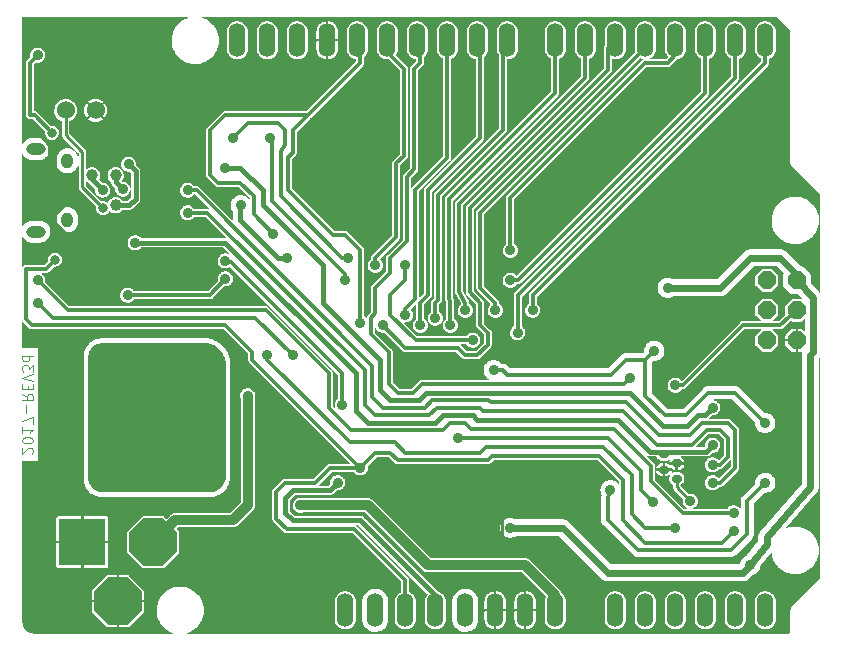
<source format=gbl>
G04 #@! TF.GenerationSoftware,KiCad,Pcbnew,(6.0.10-0)*
G04 #@! TF.CreationDate,2023-01-08T15:57:27+01:00*
G04 #@! TF.ProjectId,Leonardo_Rev3d,4c656f6e-6172-4646-9f5f-52657633642e,3d*
G04 #@! TF.SameCoordinates,Original*
G04 #@! TF.FileFunction,Copper,L2,Bot*
G04 #@! TF.FilePolarity,Positive*
%FSLAX46Y46*%
G04 Gerber Fmt 4.6, Leading zero omitted, Abs format (unit mm)*
G04 Created by KiCad (PCBNEW (6.0.10-0)) date 2023-01-08 15:57:27*
%MOMM*%
%LPD*%
G01*
G04 APERTURE LIST*
G04 Aperture macros list*
%AMRoundRect*
0 Rectangle with rounded corners*
0 $1 Rounding radius*
0 $2 $3 $4 $5 $6 $7 $8 $9 X,Y pos of 4 corners*
0 Add a 4 corners polygon primitive as box body*
4,1,4,$2,$3,$4,$5,$6,$7,$8,$9,$2,$3,0*
0 Add four circle primitives for the rounded corners*
1,1,$1+$1,$2,$3*
1,1,$1+$1,$4,$5*
1,1,$1+$1,$6,$7*
1,1,$1+$1,$8,$9*
0 Add four rect primitives between the rounded corners*
20,1,$1+$1,$2,$3,$4,$5,0*
20,1,$1+$1,$4,$5,$6,$7,0*
20,1,$1+$1,$6,$7,$8,$9,0*
20,1,$1+$1,$8,$9,$2,$3,0*%
%AMOutline5P*
0 Free polygon, 5 corners , with rotation*
0 The origin of the aperture is its center*
0 number of corners: always 5*
0 $1 to $10 corner X, Y*
0 $11 Rotation angle, in degrees counterclockwise*
0 create outline with 5 corners*
4,1,5,$1,$2,$3,$4,$5,$6,$7,$8,$9,$10,$1,$2,$11*%
%AMOutline6P*
0 Free polygon, 6 corners , with rotation*
0 The origin of the aperture is its center*
0 number of corners: always 6*
0 $1 to $12 corner X, Y*
0 $13 Rotation angle, in degrees counterclockwise*
0 create outline with 6 corners*
4,1,6,$1,$2,$3,$4,$5,$6,$7,$8,$9,$10,$11,$12,$1,$2,$13*%
%AMOutline7P*
0 Free polygon, 7 corners , with rotation*
0 The origin of the aperture is its center*
0 number of corners: always 7*
0 $1 to $14 corner X, Y*
0 $15 Rotation angle, in degrees counterclockwise*
0 create outline with 7 corners*
4,1,7,$1,$2,$3,$4,$5,$6,$7,$8,$9,$10,$11,$12,$13,$14,$1,$2,$15*%
%AMOutline8P*
0 Free polygon, 8 corners , with rotation*
0 The origin of the aperture is its center*
0 number of corners: always 8*
0 $1 to $16 corner X, Y*
0 $17 Rotation angle, in degrees counterclockwise*
0 create outline with 8 corners*
4,1,8,$1,$2,$3,$4,$5,$6,$7,$8,$9,$10,$11,$12,$13,$14,$15,$16,$1,$2,$17*%
G04 Aperture macros list end*
%ADD10C,0.121920*%
G04 #@! TA.AperFunction,NonConductor*
%ADD11C,0.121920*%
G04 #@! TD*
G04 #@! TA.AperFunction,ComponentPad*
%ADD12C,1.524000*%
G04 #@! TD*
G04 #@! TA.AperFunction,ComponentPad*
%ADD13O,1.422400X2.844800*%
G04 #@! TD*
G04 #@! TA.AperFunction,SMDPad,CuDef*
%ADD14RoundRect,0.500000X0.000000X0.000000X0.000000X0.000000X0.000000X0.000000X0.000000X0.000000X0*%
G04 #@! TD*
G04 #@! TA.AperFunction,ComponentPad*
%ADD15O,1.651000X1.016000*%
G04 #@! TD*
G04 #@! TA.AperFunction,ComponentPad*
%ADD16O,1.016000X1.295400*%
G04 #@! TD*
G04 #@! TA.AperFunction,ComponentPad*
%ADD17Outline8P,-0.775000X0.321016X-0.321016X0.775000X0.321016X0.775000X0.775000X0.321016X0.775000X-0.321016X0.321016X-0.775000X-0.321016X-0.775000X-0.775000X-0.321016X270.000000*%
G04 #@! TD*
G04 #@! TA.AperFunction,ComponentPad*
%ADD18Outline8P,-2.000000X0.828427X-0.828427X2.000000X0.828427X2.000000X2.000000X0.828427X2.000000X-0.828427X0.828427X-2.000000X-0.828427X-2.000000X-2.000000X-0.828427X90.000000*%
G04 #@! TD*
G04 #@! TA.AperFunction,ComponentPad*
%ADD19Outline8P,-2.000000X0.828427X-0.828427X2.000000X0.828427X2.000000X2.000000X0.828427X2.000000X-0.828427X0.828427X-2.000000X-0.828427X-2.000000X-2.000000X-0.828427X180.000000*%
G04 #@! TD*
G04 #@! TA.AperFunction,ComponentPad*
%ADD20R,4.000000X4.000000*%
G04 #@! TD*
G04 #@! TA.AperFunction,SMDPad,CuDef*
%ADD21RoundRect,0.315000X0.135000X-0.035000X0.135000X0.035000X-0.135000X0.035000X-0.135000X-0.035000X0*%
G04 #@! TD*
G04 #@! TA.AperFunction,ViaPad*
%ADD22C,0.900000*%
G04 #@! TD*
G04 #@! TA.AperFunction,ViaPad*
%ADD23C,0.800000*%
G04 #@! TD*
G04 #@! TA.AperFunction,Conductor*
%ADD24C,0.203200*%
G04 #@! TD*
G04 #@! TA.AperFunction,Conductor*
%ADD25C,0.304800*%
G04 #@! TD*
G04 #@! TA.AperFunction,Conductor*
%ADD26C,0.609600*%
G04 #@! TD*
G04 #@! TA.AperFunction,Conductor*
%ADD27C,0.406400*%
G04 #@! TD*
G04 #@! TA.AperFunction,Conductor*
%ADD28C,0.254000*%
G04 #@! TD*
G04 #@! TA.AperFunction,Conductor*
%ADD29C,0.250000*%
G04 #@! TD*
G04 #@! TA.AperFunction,Conductor*
%ADD30C,0.812800*%
G04 #@! TD*
G04 APERTURE END LIST*
D10*
D11*
X115627524Y-115863120D02*
X115670100Y-115820545D01*
X115712675Y-115735394D01*
X115712675Y-115522518D01*
X115670100Y-115437368D01*
X115627524Y-115394792D01*
X115542374Y-115352217D01*
X115457223Y-115352217D01*
X115329498Y-115394792D01*
X114818595Y-115905695D01*
X114818595Y-115352217D01*
X115712675Y-114798739D02*
X115712675Y-114713588D01*
X115670100Y-114628438D01*
X115627524Y-114585863D01*
X115542374Y-114543288D01*
X115372073Y-114500712D01*
X115159197Y-114500712D01*
X114988896Y-114543288D01*
X114903745Y-114585863D01*
X114861170Y-114628438D01*
X114818595Y-114713588D01*
X114818595Y-114798739D01*
X114861170Y-114883889D01*
X114903745Y-114926465D01*
X114988896Y-114969040D01*
X115159197Y-115011615D01*
X115372073Y-115011615D01*
X115542374Y-114969040D01*
X115627524Y-114926465D01*
X115670100Y-114883889D01*
X115712675Y-114798739D01*
X114818595Y-113649208D02*
X114818595Y-114160110D01*
X114818595Y-113904659D02*
X115712675Y-113904659D01*
X115584949Y-113989809D01*
X115499799Y-114074960D01*
X115457223Y-114160110D01*
X115712675Y-113351181D02*
X115712675Y-112755128D01*
X114818595Y-113138305D01*
X115159197Y-112414526D02*
X115159197Y-111733322D01*
X114818595Y-110796667D02*
X115244347Y-111094693D01*
X114818595Y-111307569D02*
X115712675Y-111307569D01*
X115712675Y-110966968D01*
X115670100Y-110881817D01*
X115627524Y-110839242D01*
X115542374Y-110796667D01*
X115414648Y-110796667D01*
X115329498Y-110839242D01*
X115286922Y-110881817D01*
X115244347Y-110966968D01*
X115244347Y-111307569D01*
X115286922Y-110413489D02*
X115286922Y-110115463D01*
X114818595Y-109987737D02*
X114818595Y-110413489D01*
X115712675Y-110413489D01*
X115712675Y-109987737D01*
X115712675Y-109732286D02*
X114818595Y-109434259D01*
X115712675Y-109136232D01*
X115712675Y-108923356D02*
X115712675Y-108369878D01*
X115372073Y-108667905D01*
X115372073Y-108540179D01*
X115329498Y-108455028D01*
X115286922Y-108412453D01*
X115201772Y-108369878D01*
X114988896Y-108369878D01*
X114903745Y-108412453D01*
X114861170Y-108455028D01*
X114818595Y-108540179D01*
X114818595Y-108795630D01*
X114861170Y-108880781D01*
X114903745Y-108923356D01*
X114818595Y-107603524D02*
X115712675Y-107603524D01*
X114861170Y-107603524D02*
X114818595Y-107688674D01*
X114818595Y-107858975D01*
X114861170Y-107944126D01*
X114903745Y-107986701D01*
X114988896Y-108029276D01*
X115244347Y-108029276D01*
X115329498Y-107986701D01*
X115372073Y-107944126D01*
X115414648Y-107858975D01*
X115414648Y-107688674D01*
X115372073Y-107603524D01*
D12*
X118470000Y-86810000D03*
X121010000Y-86810000D03*
D13*
X165011100Y-129133600D03*
X167551100Y-129133600D03*
X170091100Y-129133600D03*
X172631100Y-129133600D03*
X175171100Y-129133600D03*
X177711100Y-129133600D03*
X142151100Y-129133600D03*
X144691100Y-129133600D03*
X147231100Y-129133600D03*
X149771100Y-129133600D03*
X152311100Y-129133600D03*
X154851100Y-129133600D03*
X157391100Y-129133600D03*
X159931100Y-129133600D03*
X177711100Y-80873600D03*
X175171100Y-80873600D03*
X172631100Y-80873600D03*
X170091100Y-80873600D03*
X167551100Y-80873600D03*
X165011100Y-80873600D03*
X162471100Y-80873600D03*
X159931100Y-80873600D03*
D14*
X120711100Y-92303600D03*
D15*
X115947599Y-90080000D03*
X115947599Y-97080001D03*
D16*
X118622600Y-91080000D03*
X118622600Y-96080000D03*
D13*
X155867100Y-80873600D03*
X153327100Y-80873600D03*
X150787100Y-80873600D03*
X148247100Y-80873600D03*
X145707100Y-80873600D03*
X143167100Y-80873600D03*
X140627100Y-80873600D03*
X138087100Y-80873600D03*
X135547100Y-80873600D03*
X133007100Y-80873600D03*
D14*
X120720000Y-96110000D03*
D17*
X177838100Y-101193600D03*
X180378100Y-101193600D03*
X177838100Y-103733600D03*
X180378100Y-103733600D03*
X177838100Y-106273600D03*
X180378100Y-106273600D03*
D14*
X122720100Y-92303600D03*
D18*
X122897900Y-128371600D03*
D19*
X125895100Y-123367800D03*
D20*
X119900700Y-123367800D03*
D14*
X122720100Y-94843600D03*
D21*
X169140000Y-117230000D03*
X169140000Y-115930000D03*
X170210000Y-117998000D03*
X170210000Y-116698000D03*
D22*
X177711100Y-113258600D03*
X128816100Y-118338600D03*
X123101100Y-118338600D03*
X169456100Y-101828600D03*
X137198100Y-99288600D03*
X123101100Y-111983600D03*
X125006100Y-118338600D03*
X125006100Y-111983600D03*
X128816100Y-110083600D03*
X168313100Y-107162600D03*
X123101100Y-116438600D03*
X154724100Y-108813600D03*
X125001100Y-116438600D03*
X156121100Y-122148600D03*
X130086100Y-114528600D03*
X126911100Y-110083600D03*
X176441100Y-125323600D03*
X126911100Y-118338600D03*
X177711100Y-118338600D03*
X164604700Y-118973600D03*
X123101100Y-110083600D03*
X133301100Y-94843600D03*
X125006100Y-110083600D03*
X146850100Y-109321600D03*
X180251100Y-118338600D03*
X156121100Y-124053600D03*
X162471100Y-129133600D03*
X155994100Y-120370600D03*
X147231100Y-120243600D03*
X174307500Y-119532400D03*
X117210000Y-95990000D03*
X157899100Y-80873600D03*
X115452899Y-88405825D03*
X117070000Y-91100000D03*
X178981100Y-91033600D03*
X140119100Y-129133600D03*
X155994100Y-107924600D03*
X180251100Y-113258600D03*
X120280000Y-89210000D03*
X119660000Y-98480000D03*
X170726100Y-107162600D03*
X163106100Y-117068600D03*
X138468100Y-92049600D03*
X144183100Y-118592600D03*
X171361100Y-119888000D03*
X135547100Y-107543600D03*
X170091100Y-122148600D03*
X173266100Y-115163600D03*
X124371100Y-98018600D03*
X133896100Y-110972600D03*
X138341100Y-120243600D03*
X131991100Y-99542600D03*
X141897100Y-111734600D03*
X141516100Y-118338600D03*
X121610000Y-93559500D03*
X123311100Y-93473600D03*
X116116100Y-82143600D03*
D23*
X117570000Y-99450000D03*
D22*
X143421100Y-117068600D03*
X175044100Y-122402600D03*
D23*
X117320000Y-88700000D03*
D22*
X123811100Y-91373600D03*
X123736100Y-102463600D03*
X131991100Y-101066600D03*
X143421100Y-104771100D03*
X136055100Y-97256600D03*
X170091100Y-110083600D03*
D23*
X121645671Y-95077069D03*
D22*
X158026100Y-103733600D03*
X156756100Y-105638600D03*
X135801100Y-89128600D03*
X156121100Y-101193600D03*
X142151100Y-101193600D03*
X142405100Y-99288600D03*
X156121100Y-98653600D03*
X132626100Y-89128600D03*
X154851100Y-103733600D03*
X145326100Y-105003600D03*
X152311100Y-103733600D03*
X168186100Y-119943600D03*
X151041100Y-105003600D03*
X151676100Y-114528600D03*
X131991100Y-91668600D03*
X173266100Y-111988600D03*
X149771100Y-104388900D03*
X148501100Y-105003600D03*
X147231100Y-104118900D03*
X166281100Y-109448600D03*
X144691100Y-99923600D03*
X152946100Y-106273600D03*
X147231100Y-99923600D03*
X173266100Y-116814600D03*
X128816100Y-95478600D03*
X128816100Y-93573600D03*
X173266100Y-118338600D03*
X175044100Y-120878600D03*
X116116100Y-101193600D03*
X137706100Y-107543600D03*
X116116100Y-103098600D03*
D24*
X128816100Y-115798600D02*
X130086100Y-114528600D01*
X126911100Y-118338600D02*
X128816100Y-118338600D01*
D25*
X155867100Y-109194600D02*
X164630100Y-109194600D01*
D26*
X181521100Y-118719600D02*
X181521100Y-107543600D01*
X156121100Y-122148600D02*
X160566100Y-122148600D01*
D25*
X177711100Y-118338600D02*
X176187100Y-119862600D01*
D26*
X181521100Y-107543600D02*
X181775100Y-107289600D01*
D25*
X126911100Y-110083600D02*
X125006100Y-110083600D01*
D26*
X181775100Y-102717600D02*
X180378100Y-101193600D01*
X176441100Y-125323600D02*
X177838100Y-123545600D01*
D27*
X133261100Y-95137600D02*
X133301100Y-94843600D01*
X137198100Y-99288600D02*
X136436100Y-99288600D01*
D26*
X173901100Y-101828600D02*
X169456100Y-101828600D01*
X178981100Y-99288600D02*
X176441100Y-99288600D01*
X164376100Y-125958600D02*
X175806100Y-125958600D01*
D24*
X125001100Y-118333600D02*
X125006100Y-118338600D01*
X123101100Y-116438600D02*
X125001100Y-116438600D01*
D25*
X170980100Y-112623600D02*
X172885100Y-110718600D01*
D24*
X128816100Y-118338600D02*
X128816100Y-115798600D01*
X125001100Y-116438600D02*
X125001100Y-118333600D01*
D25*
X167551100Y-107924600D02*
X167551100Y-110972600D01*
X175171100Y-110718600D02*
X177711100Y-113258600D01*
D26*
X160566100Y-122148600D02*
X164376100Y-125958600D01*
D24*
X123101100Y-111983600D02*
X125006100Y-111983600D01*
D25*
X155486100Y-108813600D02*
X155867100Y-109194600D01*
X165900100Y-107924600D02*
X167551100Y-107924600D01*
D24*
X125006100Y-111983600D02*
X125006100Y-116433600D01*
D25*
X166916100Y-124053600D02*
X164376100Y-121513600D01*
D24*
X123101100Y-110083600D02*
X123101100Y-111983600D01*
D27*
X133261100Y-96113600D02*
X133261100Y-95137600D01*
D26*
X175806100Y-125958600D02*
X176441100Y-125323600D01*
X181775100Y-107289600D02*
X181775100Y-102717600D01*
D25*
X172885100Y-110718600D02*
X175171100Y-110718600D01*
X164376100Y-121513600D02*
X164376100Y-119608600D01*
X176187100Y-119862600D02*
X176187100Y-122656600D01*
D26*
X177838100Y-123545600D02*
X177838100Y-122910600D01*
X180378100Y-101193600D02*
X180251100Y-100558600D01*
D27*
X136436100Y-99288600D02*
X133261100Y-96113600D01*
D26*
X177838100Y-122910600D02*
X181521100Y-118719600D01*
D24*
X123101100Y-116438600D02*
X123101100Y-118338600D01*
D25*
X154724100Y-108813600D02*
X155486100Y-108813600D01*
D26*
X176441100Y-99288600D02*
X173901100Y-101828600D01*
D25*
X174790100Y-124053600D02*
X166916100Y-124053600D01*
X128816100Y-110083600D02*
X126911100Y-110083600D01*
X164630100Y-109194600D02*
X165900100Y-107924600D01*
X169202100Y-112623600D02*
X170980100Y-112623600D01*
X164376100Y-119608600D02*
X164604700Y-118973600D01*
D24*
X125006100Y-118338600D02*
X126911100Y-118338600D01*
X125006100Y-116433600D02*
X125001100Y-116438600D01*
D25*
X125006100Y-110083600D02*
X125006100Y-111983600D01*
X167551100Y-110972600D02*
X169202100Y-112623600D01*
X176187100Y-122656600D02*
X174790100Y-124053600D01*
D26*
X180251100Y-100558600D02*
X178981100Y-99288600D01*
D25*
X168313100Y-107162600D02*
X167551100Y-107924600D01*
D28*
X155391700Y-120973000D02*
X155391700Y-123324200D01*
D29*
X119660000Y-98435140D02*
X119660000Y-98480000D01*
X117210000Y-93800000D02*
X117210000Y-95990000D01*
X117210000Y-95990000D02*
X117214860Y-95990000D01*
X117098099Y-91071901D02*
X117070000Y-91100000D01*
D28*
X155994100Y-120370600D02*
X155391700Y-120973000D01*
X155391700Y-123324200D02*
X156121100Y-124053600D01*
D29*
X117098099Y-89734960D02*
X117098099Y-91071901D01*
X117070000Y-91100000D02*
X117070000Y-93660000D01*
X117210000Y-95990000D02*
X118356400Y-94843600D01*
X117070000Y-93660000D02*
X117210000Y-93800000D01*
X115768964Y-88405825D02*
X117098099Y-89734960D01*
X118356400Y-94843600D02*
X120711100Y-94843600D01*
X117214860Y-95990000D02*
X119660000Y-98435140D01*
X115452899Y-88405825D02*
X115768964Y-88405825D01*
D28*
X120711100Y-94843600D02*
X120711100Y-95963600D01*
D29*
X170210000Y-118736900D02*
X171361100Y-119888000D01*
X170210000Y-117998000D02*
X170210000Y-118736900D01*
D25*
X146342100Y-114909600D02*
X147231100Y-115798600D01*
X153581100Y-115798600D02*
X154089100Y-115290600D01*
X147231100Y-115798600D02*
X153581100Y-115798600D01*
X166408100Y-117703600D02*
X166408100Y-121005600D01*
X166408100Y-121005600D02*
X167551100Y-122148600D01*
X142532100Y-114909600D02*
X146342100Y-114909600D01*
X135547100Y-107543600D02*
X135547100Y-107924600D01*
X163995100Y-115290600D02*
X166408100Y-117703600D01*
X135547100Y-107924600D02*
X142532100Y-114909600D01*
X167551100Y-122148600D02*
X170091100Y-122148600D01*
X154089100Y-115290600D02*
X163995100Y-115290600D01*
D27*
X131991100Y-98018600D02*
X143040100Y-109067600D01*
X143040100Y-109067600D02*
X143040100Y-112242600D01*
X149771100Y-113258600D02*
X150406100Y-112623600D01*
X152946100Y-112623600D02*
X153327100Y-113004600D01*
X165265100Y-113004600D02*
X167979700Y-115719200D01*
X172710500Y-115719200D02*
X173266100Y-115163600D01*
X144056100Y-113258600D02*
X149771100Y-113258600D01*
X150406100Y-112623600D02*
X152946100Y-112623600D01*
X143040100Y-112242600D02*
X144056100Y-113258600D01*
X153327100Y-113004600D02*
X165265100Y-113004600D01*
X167979700Y-115719200D02*
X172710500Y-115719200D01*
X124371100Y-98018600D02*
X131991100Y-98018600D01*
D30*
X157391100Y-125323600D02*
X159931100Y-127863600D01*
X159931100Y-127863600D02*
X159931100Y-129133600D01*
X127749300Y-121513600D02*
X132626100Y-121513600D01*
X125895100Y-123367800D02*
X127749300Y-121513600D01*
X144056100Y-120243600D02*
X149136100Y-125323600D01*
X149136100Y-125323600D02*
X157391100Y-125323600D01*
X133896100Y-120243600D02*
X133896100Y-110972600D01*
X132626100Y-121513600D02*
X133896100Y-120243600D01*
X138341100Y-120243600D02*
X144056100Y-120243600D01*
D25*
X141897100Y-111734600D02*
X141897100Y-109067600D01*
X132118100Y-99542600D02*
X131991100Y-99542600D01*
D27*
X137706100Y-121513600D02*
X143421100Y-121513600D01*
X143421100Y-121513600D02*
X149771100Y-127863600D01*
X137706100Y-118973600D02*
X140881100Y-118973600D01*
X137071100Y-120878600D02*
X137706100Y-121513600D01*
D25*
X132245100Y-99669600D02*
X132118100Y-99542600D01*
D27*
X137071100Y-119608600D02*
X137706100Y-118973600D01*
D25*
X141897100Y-109067600D02*
X132499100Y-99669600D01*
D27*
X137071100Y-119608600D02*
X137071100Y-120878600D01*
D25*
X132499100Y-99669600D02*
X132245100Y-99669600D01*
D27*
X149771100Y-127863600D02*
X149771100Y-129133600D01*
X140881100Y-118973600D02*
X141516100Y-118338600D01*
X121610000Y-93559500D02*
X120711100Y-92660600D01*
X120711100Y-92660600D02*
X120711100Y-92303600D01*
X122720100Y-92882600D02*
X123311100Y-93473600D01*
X122720100Y-92303600D02*
X122720100Y-92882600D01*
D25*
X136309100Y-119100600D02*
X136309100Y-121386600D01*
X154216100Y-116433600D02*
X154597100Y-116052600D01*
X115608100Y-105003600D02*
X115100100Y-104495600D01*
X115481100Y-87223600D02*
X115843600Y-87223600D01*
X174028100Y-123418600D02*
X175044100Y-122402600D01*
X147231100Y-126593600D02*
X147231100Y-129133600D01*
X137071100Y-118338600D02*
X136309100Y-119100600D01*
X139611100Y-118338600D02*
X137071100Y-118338600D01*
X144691100Y-115798600D02*
X145961100Y-115798600D01*
X167551100Y-123418600D02*
X174028100Y-123418600D01*
X115100100Y-100239900D02*
X116780100Y-100239900D01*
X140881100Y-117068600D02*
X139611100Y-118338600D01*
X146596100Y-116433600D02*
X154216100Y-116433600D01*
X115100100Y-104495600D02*
X115100100Y-100239900D01*
X137198100Y-122275600D02*
X142913100Y-122275600D01*
X163614100Y-116052600D02*
X165646100Y-118084600D01*
X134277100Y-107289600D02*
X131991100Y-105003600D01*
X136309100Y-121386600D02*
X137198100Y-122275600D01*
X143421100Y-117068600D02*
X140881100Y-117068600D01*
X115843600Y-87223600D02*
X117320000Y-88700000D01*
X142913100Y-122275600D02*
X147231100Y-126593600D01*
X154597100Y-116052600D02*
X163614100Y-116052600D01*
X115481100Y-82778600D02*
X116116100Y-82143600D01*
X145961100Y-115798600D02*
X146596100Y-116433600D01*
X134277100Y-107924600D02*
X134277100Y-107289600D01*
X115481100Y-87223600D02*
X115481100Y-82778600D01*
X165646100Y-118084600D02*
X165646100Y-121513600D01*
X131991100Y-105003600D02*
X115608100Y-105003600D01*
X165646100Y-121513600D02*
X167551100Y-123418600D01*
X116780100Y-100239900D02*
X117570000Y-99450000D01*
X143421100Y-117068600D02*
X134277100Y-107924600D01*
X143421100Y-117068600D02*
X144691100Y-115798600D01*
D27*
X122720100Y-94843600D02*
X123841100Y-94843600D01*
X124411100Y-91973600D02*
X123811100Y-91373600D01*
X124411100Y-94273600D02*
X124411100Y-91973600D01*
X123841100Y-94843600D02*
X124411100Y-94273600D01*
D25*
X123736100Y-102463600D02*
X130721100Y-102463600D01*
X130721100Y-102463600D02*
X131991100Y-101066600D01*
X141135100Y-97383600D02*
X137325100Y-93573600D01*
X131991100Y-87223600D02*
X130721100Y-88493600D01*
X134404100Y-95605600D02*
X136055100Y-97256600D01*
X137325100Y-93573600D02*
X137325100Y-90779600D01*
X137706100Y-88493600D02*
X138976100Y-87223600D01*
X130721100Y-88493600D02*
X130721100Y-92303600D01*
X137706100Y-90398600D02*
X137706100Y-88493600D01*
X133261100Y-92938600D02*
X134404100Y-94081600D01*
X143421100Y-104771100D02*
X143421100Y-98653600D01*
X143421100Y-98653600D02*
X142151100Y-97383600D01*
X134404100Y-94081600D02*
X134404100Y-95605600D01*
X142151100Y-97383600D02*
X141135100Y-97383600D01*
X130721100Y-92303600D02*
X131356100Y-92938600D01*
X138976100Y-87223600D02*
X131991100Y-87223600D01*
X138976100Y-87223600D02*
X143421100Y-82778600D01*
X137325100Y-90779600D02*
X137706100Y-90398600D01*
X131356100Y-92938600D02*
X133261100Y-92938600D01*
X143421100Y-82778600D02*
X143421100Y-81127600D01*
X143421100Y-81127600D02*
X143167100Y-80873600D01*
X178981100Y-105003600D02*
X180378100Y-103733600D01*
X170726100Y-110083600D02*
X175806100Y-105003600D01*
X175806100Y-105003600D02*
X178981100Y-105003600D01*
X170091100Y-110083600D02*
X170726100Y-110083600D01*
D29*
X118470000Y-86810000D02*
X118470000Y-88895773D01*
X118470000Y-88895773D02*
X119886100Y-90311873D01*
X119886100Y-93317498D02*
X121645671Y-95077069D01*
X119886100Y-90311873D02*
X119886100Y-93317498D01*
D25*
X158026100Y-102463600D02*
X177711100Y-82778600D01*
X177711100Y-82778600D02*
X177711100Y-80873600D01*
X158026100Y-103733600D02*
X158026100Y-102463600D01*
X156756100Y-105638600D02*
X156756100Y-102463600D01*
X156756100Y-102463600D02*
X175171100Y-84048600D01*
X175171100Y-84048600D02*
X175171100Y-80873600D01*
X135801100Y-89255600D02*
X135801100Y-89128600D01*
X135928100Y-94462600D02*
X135928100Y-89382600D01*
X156756100Y-101193600D02*
X172631100Y-85318600D01*
X172631100Y-85318600D02*
X172631100Y-80873600D01*
X156121100Y-101193600D02*
X156756100Y-101193600D01*
X135928100Y-89382600D02*
X135801100Y-89255600D01*
X142151100Y-100685600D02*
X135928100Y-94462600D01*
X142151100Y-101193600D02*
X142151100Y-100685600D01*
X141897100Y-99288600D02*
X142405100Y-99288600D01*
X169456100Y-82778600D02*
X170091100Y-82143600D01*
X136690100Y-94081600D02*
X136690100Y-90271600D01*
X170091100Y-82143600D02*
X170091100Y-80873600D01*
X141897100Y-99288600D02*
X136690100Y-94081600D01*
X156121100Y-94208600D02*
X167551100Y-82778600D01*
X137071100Y-89763600D02*
X137071100Y-88493600D01*
X133896100Y-87858600D02*
X132626100Y-89128600D01*
X137071100Y-88493600D02*
X136436100Y-87858600D01*
X167551100Y-82778600D02*
X169456100Y-82778600D01*
X136436100Y-87858600D02*
X133896100Y-87858600D01*
X136690100Y-90271600D02*
X137071100Y-89763600D01*
X156121100Y-98653600D02*
X156121100Y-94208600D01*
X167551100Y-81508600D02*
X167551100Y-80873600D01*
X154851100Y-103098600D02*
X153581100Y-101828600D01*
X154851100Y-103733600D02*
X154851100Y-103098600D01*
X153581100Y-95478600D02*
X167551100Y-81508600D01*
X153581100Y-101828600D02*
X153581100Y-95478600D01*
X154216100Y-106654600D02*
X154216100Y-105638600D01*
X164376100Y-81508600D02*
X165011100Y-80873600D01*
X147231100Y-106908600D02*
X151676100Y-106908600D01*
X153581100Y-103098600D02*
X152692100Y-102209600D01*
X145326100Y-105003600D02*
X147231100Y-106908600D01*
X153581100Y-105003600D02*
X153581100Y-103098600D01*
X151676100Y-106908600D02*
X152311100Y-107543600D01*
X154216100Y-105638600D02*
X153581100Y-105003600D01*
X152692100Y-102209600D02*
X152692100Y-95097600D01*
X152311100Y-107543600D02*
X153327100Y-107543600D01*
X164376100Y-83413600D02*
X164376100Y-81508600D01*
X152692100Y-95097600D02*
X164376100Y-83413600D01*
X153327100Y-107543600D02*
X154216100Y-106654600D01*
X151803100Y-102209600D02*
X151803100Y-94716600D01*
X152311100Y-103098600D02*
X151803100Y-102209600D01*
X162471100Y-84048600D02*
X162471100Y-80873600D01*
X151803100Y-94716600D02*
X162471100Y-84048600D01*
X152311100Y-103733600D02*
X152311100Y-103098600D01*
X167170100Y-117322600D02*
X167170100Y-118927600D01*
X150914100Y-94335600D02*
X159931100Y-85318600D01*
X151041100Y-105003600D02*
X151041100Y-103098600D01*
X151676100Y-114528600D02*
X164376100Y-114528600D01*
X159931100Y-85318600D02*
X159931100Y-80873600D01*
X151041100Y-103098600D02*
X150914100Y-102590600D01*
X164376100Y-114528600D02*
X167170100Y-117322600D01*
X167170100Y-118927600D02*
X168186100Y-119943600D01*
X150914100Y-102590600D02*
X150914100Y-94335600D01*
D27*
X149009100Y-110718600D02*
X166281100Y-110718600D01*
X172631100Y-112623600D02*
X173266100Y-111988600D01*
X145072100Y-110464600D02*
X145961100Y-111353600D01*
X169075100Y-113512600D02*
X171107100Y-113512600D01*
X135166100Y-94843600D02*
X140246100Y-99923600D01*
X133261100Y-91668600D02*
X135166100Y-93573600D01*
X140246100Y-103098600D02*
X145072100Y-107924600D01*
X131991100Y-91668600D02*
X133261100Y-91668600D01*
X140246100Y-99923600D02*
X140246100Y-103098600D01*
X166281100Y-110718600D02*
X169075100Y-113512600D01*
X145072100Y-107924600D02*
X145072100Y-110464600D01*
X145961100Y-111353600D02*
X148374100Y-111353600D01*
X171996100Y-112623600D02*
X172631100Y-112623600D01*
X135166100Y-93573600D02*
X135166100Y-94843600D01*
X148374100Y-111353600D02*
X149009100Y-110718600D01*
X171107100Y-113512600D02*
X171996100Y-112623600D01*
D25*
X149771100Y-103098600D02*
X150025100Y-102844600D01*
X149771100Y-104388900D02*
X149771100Y-103098600D01*
X150025100Y-93954600D02*
X155486100Y-88493600D01*
X155486100Y-88493600D02*
X155486100Y-81254600D01*
X155486100Y-81254600D02*
X155867100Y-80873600D01*
X150025100Y-102844600D02*
X150025100Y-93954600D01*
X148501100Y-103098600D02*
X149136100Y-102463600D01*
X149136100Y-93573600D02*
X153581100Y-89128600D01*
X148501100Y-105003600D02*
X148501100Y-103098600D01*
X153581100Y-81127600D02*
X153327100Y-80873600D01*
X153581100Y-89128600D02*
X153581100Y-81127600D01*
X149136100Y-102463600D02*
X149136100Y-93573600D01*
X147231100Y-104118900D02*
X147231100Y-103654704D01*
X148080000Y-102805804D02*
X148080000Y-93540000D01*
X147231100Y-103654704D02*
X148080000Y-102805804D01*
X148080000Y-93540000D02*
X150787100Y-90832900D01*
X150787100Y-90832900D02*
X150787100Y-80873600D01*
X144310100Y-105765600D02*
X144310100Y-104368600D01*
X146596100Y-110718600D02*
X147866100Y-110718600D01*
X145834100Y-107289600D02*
X144310100Y-105765600D01*
X147866100Y-110718600D02*
X148628100Y-109956600D01*
X148628100Y-109956600D02*
X165773100Y-109956600D01*
X144691100Y-101828600D02*
X145961100Y-100558600D01*
X147993100Y-91795600D02*
X147993100Y-83286600D01*
X144691100Y-103987600D02*
X144691100Y-101828600D01*
X145834100Y-109956600D02*
X145834100Y-107289600D01*
X147358100Y-92430600D02*
X147993100Y-91795600D01*
X147993100Y-83286600D02*
X148501100Y-82778600D01*
X165773100Y-109956600D02*
X166281100Y-109448600D01*
X145961100Y-99288600D02*
X147358100Y-97891600D01*
X144310100Y-104368600D02*
X144691100Y-103987600D01*
X146596100Y-110718600D02*
X145834100Y-109956600D01*
X145961100Y-100558600D02*
X145961100Y-99288600D01*
X148501100Y-81127600D02*
X148247100Y-80873600D01*
X147358100Y-97891600D02*
X147358100Y-92430600D01*
X148501100Y-82778600D02*
X148501100Y-81127600D01*
X147231100Y-101193600D02*
X147231100Y-99923600D01*
X146469100Y-97510600D02*
X146469100Y-91287600D01*
X145707100Y-81889600D02*
X145707100Y-80873600D01*
X145961100Y-104114600D02*
X145961100Y-102463600D01*
X147104100Y-83286600D02*
X145707100Y-81889600D01*
X145961100Y-104114600D02*
X148120100Y-106273600D01*
X148120100Y-106273600D02*
X152946100Y-106273600D01*
X144691100Y-99923600D02*
X144691100Y-99288600D01*
X145961100Y-102463600D02*
X147231100Y-101193600D01*
X144691100Y-99288600D02*
X146469100Y-97510600D01*
X147104100Y-90652600D02*
X147104100Y-83286600D01*
X146469100Y-91287600D02*
X147104100Y-90652600D01*
X153835100Y-112242600D02*
X165646100Y-112242600D01*
X174536100Y-116179600D02*
X173901100Y-116814600D01*
X143802100Y-108813600D02*
X130467100Y-95478600D01*
X171488100Y-115163600D02*
X172758100Y-113893600D01*
X168567100Y-115163600D02*
X171488100Y-115163600D01*
X173901100Y-116814600D02*
X173266100Y-116814600D01*
X149898100Y-111988600D02*
X153581100Y-111988600D01*
X172758100Y-113893600D02*
X173901100Y-113893600D01*
X173901100Y-113893600D02*
X174536100Y-114528600D01*
X143802100Y-111734600D02*
X144691100Y-112623600D01*
X153581100Y-111988600D02*
X153835100Y-112242600D01*
X174536100Y-114528600D02*
X174536100Y-116179600D01*
X144691100Y-112623600D02*
X149263100Y-112623600D01*
X130467100Y-95478600D02*
X128816100Y-95478600D01*
X143802100Y-111734600D02*
X143802100Y-108813600D01*
X149263100Y-112623600D02*
X149898100Y-111988600D01*
X165646100Y-112242600D02*
X168567100Y-115163600D01*
X168694100Y-114274600D02*
X171361100Y-114274600D01*
X172377100Y-113258600D02*
X174536100Y-113258600D01*
X165900100Y-111480600D02*
X168694100Y-114274600D01*
X145326100Y-111988600D02*
X148882100Y-111988600D01*
X149517100Y-111353600D02*
X154216100Y-111353600D01*
X174536100Y-113258600D02*
X175171100Y-113893600D01*
X175171100Y-117068600D02*
X173901100Y-118338600D01*
X148882100Y-111988600D02*
X149517100Y-111353600D01*
X144437100Y-108432600D02*
X129578100Y-93573600D01*
X154216100Y-111353600D02*
X154470100Y-111480600D01*
X173901100Y-118338600D02*
X173266100Y-118338600D01*
X144437100Y-111099600D02*
X144437100Y-108432600D01*
X171361100Y-114274600D02*
X172377100Y-113258600D01*
X145326100Y-111988600D02*
X144437100Y-111099600D01*
X154470100Y-111480600D02*
X165900100Y-111480600D01*
X129578100Y-93573600D02*
X128816100Y-93573600D01*
X175171100Y-113893600D02*
X175171100Y-117068600D01*
X152311100Y-113258600D02*
X152819100Y-113766600D01*
X170726100Y-120878600D02*
X175044100Y-120878600D01*
X135420100Y-103733600D02*
X140754100Y-109067600D01*
X168059100Y-116941600D02*
X168059100Y-118211600D01*
X151041100Y-113258600D02*
X152311100Y-113258600D01*
X150406100Y-113893600D02*
X151041100Y-113258600D01*
X168059100Y-118211600D02*
X170726100Y-120878600D01*
X142659100Y-113893600D02*
X150406100Y-113893600D01*
X164884100Y-113766600D02*
X168059100Y-116941600D01*
X116116100Y-101193600D02*
X118656100Y-103733600D01*
X118656100Y-103733600D02*
X135420100Y-103733600D01*
X152819100Y-113766600D02*
X164884100Y-113766600D01*
X140754100Y-109067600D02*
X140754100Y-111988600D01*
X140754100Y-111988600D02*
X142659100Y-113893600D01*
X117386100Y-104368600D02*
X134531100Y-104368600D01*
X134531100Y-104368600D02*
X137706100Y-107543600D01*
X116116100Y-103098600D02*
X117386100Y-104368600D01*
G04 #@! TA.AperFunction,Conductor*
G36*
X128841237Y-78903266D02*
G01*
X128852103Y-78929500D01*
X128841237Y-78955734D01*
X128827844Y-78964307D01*
X128623122Y-79039833D01*
X128373003Y-79174790D01*
X128371950Y-79175568D01*
X128371948Y-79175569D01*
X128145448Y-79342864D01*
X128145444Y-79342868D01*
X128144394Y-79343643D01*
X128102761Y-79384627D01*
X127942787Y-79542107D01*
X127942784Y-79542111D01*
X127941857Y-79543023D01*
X127941065Y-79544060D01*
X127941063Y-79544063D01*
X127770233Y-79767904D01*
X127770228Y-79767912D01*
X127769434Y-79768952D01*
X127754581Y-79795474D01*
X127655699Y-79972040D01*
X127630564Y-80016921D01*
X127630094Y-80018135D01*
X127630092Y-80018140D01*
X127528493Y-80280759D01*
X127528491Y-80280766D01*
X127528020Y-80281983D01*
X127463845Y-80558850D01*
X127463733Y-80560149D01*
X127463732Y-80560152D01*
X127445350Y-80772400D01*
X127439322Y-80841996D01*
X127454939Y-81125774D01*
X127510385Y-81404519D01*
X127510818Y-81405753D01*
X127510820Y-81405759D01*
X127557380Y-81538341D01*
X127604554Y-81672672D01*
X127635070Y-81731417D01*
X127699395Y-81855248D01*
X127735566Y-81924881D01*
X127736329Y-81925949D01*
X127736331Y-81925952D01*
X127777201Y-81983144D01*
X127900807Y-82156114D01*
X127901709Y-82157059D01*
X127901711Y-82157062D01*
X128046061Y-82308379D01*
X128096981Y-82361757D01*
X128320174Y-82537708D01*
X128321308Y-82538367D01*
X128321310Y-82538368D01*
X128509078Y-82647432D01*
X128565931Y-82680455D01*
X128567147Y-82680948D01*
X128567148Y-82680948D01*
X128828132Y-82786657D01*
X128828136Y-82786658D01*
X128829350Y-82787150D01*
X128830617Y-82787465D01*
X128830621Y-82787466D01*
X128904171Y-82805736D01*
X129105174Y-82855666D01*
X129106480Y-82855800D01*
X129106481Y-82855800D01*
X129164868Y-82861782D01*
X129347562Y-82880500D01*
X129523496Y-82880500D01*
X129656037Y-82871115D01*
X129733287Y-82865646D01*
X129733290Y-82865646D01*
X129734597Y-82865553D01*
X130012437Y-82805736D01*
X130168252Y-82748253D01*
X130277845Y-82707822D01*
X130277846Y-82707821D01*
X130279078Y-82707367D01*
X130529197Y-82572410D01*
X130530252Y-82571631D01*
X130756752Y-82404336D01*
X130756756Y-82404332D01*
X130757806Y-82403557D01*
X130900848Y-82262745D01*
X130959413Y-82205093D01*
X130959416Y-82205089D01*
X130960343Y-82204177D01*
X130996300Y-82157062D01*
X131131967Y-81979296D01*
X131131972Y-81979288D01*
X131132766Y-81978248D01*
X131245110Y-81777644D01*
X131270999Y-81731417D01*
X131271001Y-81731413D01*
X131271636Y-81730279D01*
X131277381Y-81715430D01*
X131309635Y-81632058D01*
X132105400Y-81632058D01*
X132120246Y-81773307D01*
X132120848Y-81775159D01*
X132120848Y-81775160D01*
X132159119Y-81892946D01*
X132178818Y-81953575D01*
X132179789Y-81955257D01*
X132179790Y-81955259D01*
X132195890Y-81983144D01*
X132273591Y-82117725D01*
X132274893Y-82119171D01*
X132399122Y-82257143D01*
X132399125Y-82257146D01*
X132400421Y-82258585D01*
X132553766Y-82369997D01*
X132555540Y-82370787D01*
X132555542Y-82370788D01*
X132718315Y-82443259D01*
X132726924Y-82447092D01*
X132912327Y-82486500D01*
X133101873Y-82486500D01*
X133287276Y-82447092D01*
X133289052Y-82446301D01*
X133289056Y-82446300D01*
X133458654Y-82370789D01*
X133458656Y-82370788D01*
X133460433Y-82369997D01*
X133462009Y-82368852D01*
X133612206Y-82259728D01*
X133612207Y-82259727D01*
X133613779Y-82258585D01*
X133740609Y-82117725D01*
X133818310Y-81983144D01*
X133834410Y-81955259D01*
X133834411Y-81955257D01*
X133835382Y-81953575D01*
X133855082Y-81892946D01*
X133893352Y-81775160D01*
X133893352Y-81775159D01*
X133893954Y-81773307D01*
X133908800Y-81632058D01*
X134645400Y-81632058D01*
X134660246Y-81773307D01*
X134660848Y-81775159D01*
X134660848Y-81775160D01*
X134699119Y-81892946D01*
X134718818Y-81953575D01*
X134719789Y-81955257D01*
X134719790Y-81955259D01*
X134735890Y-81983144D01*
X134813591Y-82117725D01*
X134814893Y-82119171D01*
X134939122Y-82257143D01*
X134939125Y-82257146D01*
X134940421Y-82258585D01*
X135093766Y-82369997D01*
X135095540Y-82370787D01*
X135095542Y-82370788D01*
X135258315Y-82443259D01*
X135266924Y-82447092D01*
X135452327Y-82486500D01*
X135641873Y-82486500D01*
X135827276Y-82447092D01*
X135829052Y-82446301D01*
X135829056Y-82446300D01*
X135998654Y-82370789D01*
X135998656Y-82370788D01*
X136000433Y-82369997D01*
X136002009Y-82368852D01*
X136152206Y-82259728D01*
X136152207Y-82259727D01*
X136153779Y-82258585D01*
X136280609Y-82117725D01*
X136358310Y-81983144D01*
X136374410Y-81955259D01*
X136374411Y-81955257D01*
X136375382Y-81953575D01*
X136395082Y-81892946D01*
X136433352Y-81775160D01*
X136433352Y-81775159D01*
X136433954Y-81773307D01*
X136448800Y-81632058D01*
X137185400Y-81632058D01*
X137200246Y-81773307D01*
X137200848Y-81775159D01*
X137200848Y-81775160D01*
X137239119Y-81892946D01*
X137258818Y-81953575D01*
X137259789Y-81955257D01*
X137259790Y-81955259D01*
X137275890Y-81983144D01*
X137353591Y-82117725D01*
X137354893Y-82119171D01*
X137479122Y-82257143D01*
X137479125Y-82257146D01*
X137480421Y-82258585D01*
X137633766Y-82369997D01*
X137635540Y-82370787D01*
X137635542Y-82370788D01*
X137798315Y-82443259D01*
X137806924Y-82447092D01*
X137992327Y-82486500D01*
X138181873Y-82486500D01*
X138367276Y-82447092D01*
X138369052Y-82446301D01*
X138369056Y-82446300D01*
X138538654Y-82370789D01*
X138538656Y-82370788D01*
X138540433Y-82369997D01*
X138542009Y-82368852D01*
X138692206Y-82259728D01*
X138692207Y-82259727D01*
X138693779Y-82258585D01*
X138820609Y-82117725D01*
X138898310Y-81983144D01*
X138914410Y-81955259D01*
X138914411Y-81955257D01*
X138915382Y-81953575D01*
X138935082Y-81892946D01*
X138973352Y-81775160D01*
X138973352Y-81775159D01*
X138973954Y-81773307D01*
X138988800Y-81632058D01*
X138988800Y-81631712D01*
X139713500Y-81631712D01*
X139713601Y-81633634D01*
X139728339Y-81773861D01*
X139729143Y-81777644D01*
X139787289Y-81956596D01*
X139788857Y-81960119D01*
X139882938Y-82123073D01*
X139885213Y-82126203D01*
X140011114Y-82266032D01*
X140013988Y-82268620D01*
X140166212Y-82379217D01*
X140169560Y-82381150D01*
X140341454Y-82457681D01*
X140345128Y-82458875D01*
X140518681Y-82495766D01*
X140524235Y-82494736D01*
X140525900Y-82492314D01*
X140525900Y-82489921D01*
X140728300Y-82489921D01*
X140730461Y-82495139D01*
X140733176Y-82496263D01*
X140909072Y-82458875D01*
X140912746Y-82457681D01*
X141084640Y-82381150D01*
X141087988Y-82379217D01*
X141240212Y-82268620D01*
X141243086Y-82266032D01*
X141368987Y-82126203D01*
X141371262Y-82123073D01*
X141465343Y-81960119D01*
X141466911Y-81956596D01*
X141525057Y-81777644D01*
X141525861Y-81773861D01*
X141540599Y-81633634D01*
X141540700Y-81631712D01*
X141540700Y-80982179D01*
X141538539Y-80976961D01*
X141533321Y-80974800D01*
X140735679Y-80974800D01*
X140730461Y-80976961D01*
X140728300Y-80982179D01*
X140728300Y-82489921D01*
X140525900Y-82489921D01*
X140525900Y-80982179D01*
X140523739Y-80976961D01*
X140518521Y-80974800D01*
X139720879Y-80974800D01*
X139715661Y-80976961D01*
X139713500Y-80982179D01*
X139713500Y-81631712D01*
X138988800Y-81631712D01*
X138988800Y-80765021D01*
X139713500Y-80765021D01*
X139715661Y-80770239D01*
X139720879Y-80772400D01*
X140518521Y-80772400D01*
X140523739Y-80770239D01*
X140525900Y-80765021D01*
X140728300Y-80765021D01*
X140730461Y-80770239D01*
X140735679Y-80772400D01*
X141533321Y-80772400D01*
X141538539Y-80770239D01*
X141540700Y-80765021D01*
X141540700Y-80115488D01*
X141540599Y-80113566D01*
X141525861Y-79973339D01*
X141525057Y-79969556D01*
X141466911Y-79790604D01*
X141465343Y-79787081D01*
X141371262Y-79624127D01*
X141368987Y-79620997D01*
X141243086Y-79481168D01*
X141240212Y-79478580D01*
X141087988Y-79367983D01*
X141084640Y-79366050D01*
X140912746Y-79289519D01*
X140909072Y-79288325D01*
X140735519Y-79251434D01*
X140729965Y-79252464D01*
X140728300Y-79254886D01*
X140728300Y-80765021D01*
X140525900Y-80765021D01*
X140525900Y-79257279D01*
X140523739Y-79252061D01*
X140521024Y-79250937D01*
X140345128Y-79288325D01*
X140341454Y-79289519D01*
X140169560Y-79366050D01*
X140166212Y-79367983D01*
X140013988Y-79478580D01*
X140011114Y-79481168D01*
X139885213Y-79620997D01*
X139882938Y-79624127D01*
X139788857Y-79787081D01*
X139787289Y-79790604D01*
X139729143Y-79969556D01*
X139728339Y-79973339D01*
X139713601Y-80113566D01*
X139713500Y-80115488D01*
X139713500Y-80765021D01*
X138988800Y-80765021D01*
X138988800Y-80115142D01*
X138973954Y-79973893D01*
X138972545Y-79969556D01*
X138915983Y-79795474D01*
X138915982Y-79795472D01*
X138915382Y-79793625D01*
X138878818Y-79730294D01*
X138821584Y-79631164D01*
X138820609Y-79629475D01*
X138772236Y-79575751D01*
X138695078Y-79490057D01*
X138695075Y-79490054D01*
X138693779Y-79488615D01*
X138540434Y-79377203D01*
X138538660Y-79376413D01*
X138538658Y-79376412D01*
X138369053Y-79300899D01*
X138369052Y-79300899D01*
X138367276Y-79300108D01*
X138181873Y-79260700D01*
X137992327Y-79260700D01*
X137806924Y-79300108D01*
X137805148Y-79300899D01*
X137805144Y-79300900D01*
X137658817Y-79366050D01*
X137633767Y-79377203D01*
X137632196Y-79378345D01*
X137632195Y-79378345D01*
X137621113Y-79386397D01*
X137480421Y-79488615D01*
X137353591Y-79629475D01*
X137352616Y-79631164D01*
X137295383Y-79730294D01*
X137258818Y-79793625D01*
X137258218Y-79795472D01*
X137258217Y-79795474D01*
X137201655Y-79969556D01*
X137200246Y-79973893D01*
X137185400Y-80115142D01*
X137185400Y-81632058D01*
X136448800Y-81632058D01*
X136448800Y-80115142D01*
X136433954Y-79973893D01*
X136432545Y-79969556D01*
X136375983Y-79795474D01*
X136375982Y-79795472D01*
X136375382Y-79793625D01*
X136338818Y-79730294D01*
X136281584Y-79631164D01*
X136280609Y-79629475D01*
X136232236Y-79575751D01*
X136155078Y-79490057D01*
X136155075Y-79490054D01*
X136153779Y-79488615D01*
X136000434Y-79377203D01*
X135998660Y-79376413D01*
X135998658Y-79376412D01*
X135829053Y-79300899D01*
X135829052Y-79300899D01*
X135827276Y-79300108D01*
X135641873Y-79260700D01*
X135452327Y-79260700D01*
X135266924Y-79300108D01*
X135265148Y-79300899D01*
X135265144Y-79300900D01*
X135118817Y-79366050D01*
X135093767Y-79377203D01*
X135092196Y-79378345D01*
X135092195Y-79378345D01*
X135081113Y-79386397D01*
X134940421Y-79488615D01*
X134813591Y-79629475D01*
X134812616Y-79631164D01*
X134755383Y-79730294D01*
X134718818Y-79793625D01*
X134718218Y-79795472D01*
X134718217Y-79795474D01*
X134661655Y-79969556D01*
X134660246Y-79973893D01*
X134645400Y-80115142D01*
X134645400Y-81632058D01*
X133908800Y-81632058D01*
X133908800Y-80115142D01*
X133893954Y-79973893D01*
X133892545Y-79969556D01*
X133835983Y-79795474D01*
X133835982Y-79795472D01*
X133835382Y-79793625D01*
X133798818Y-79730294D01*
X133741584Y-79631164D01*
X133740609Y-79629475D01*
X133692236Y-79575751D01*
X133615078Y-79490057D01*
X133615075Y-79490054D01*
X133613779Y-79488615D01*
X133460434Y-79377203D01*
X133458660Y-79376413D01*
X133458658Y-79376412D01*
X133289053Y-79300899D01*
X133289052Y-79300899D01*
X133287276Y-79300108D01*
X133101873Y-79260700D01*
X132912327Y-79260700D01*
X132726924Y-79300108D01*
X132725148Y-79300899D01*
X132725144Y-79300900D01*
X132578817Y-79366050D01*
X132553767Y-79377203D01*
X132552196Y-79378345D01*
X132552195Y-79378345D01*
X132541113Y-79386397D01*
X132400421Y-79488615D01*
X132273591Y-79629475D01*
X132272616Y-79631164D01*
X132215383Y-79730294D01*
X132178818Y-79793625D01*
X132178218Y-79795472D01*
X132178217Y-79795474D01*
X132121655Y-79969556D01*
X132120246Y-79973893D01*
X132105400Y-80115142D01*
X132105400Y-81632058D01*
X131309635Y-81632058D01*
X131373707Y-81466441D01*
X131373709Y-81466434D01*
X131374180Y-81465217D01*
X131438355Y-81188350D01*
X131443888Y-81124469D01*
X131462766Y-80906501D01*
X131462766Y-80906496D01*
X131462878Y-80905204D01*
X131447261Y-80621426D01*
X131391815Y-80342681D01*
X131370500Y-80281983D01*
X131322328Y-80144811D01*
X131297646Y-80074528D01*
X131166634Y-79822319D01*
X131147451Y-79795474D01*
X131058191Y-79670568D01*
X131001393Y-79591086D01*
X130954670Y-79542107D01*
X130806129Y-79386397D01*
X130806130Y-79386397D01*
X130805219Y-79385443D01*
X130582026Y-79209492D01*
X130523624Y-79175569D01*
X130337402Y-79067403D01*
X130337401Y-79067402D01*
X130336269Y-79066745D01*
X130082321Y-78963886D01*
X130062086Y-78943966D01*
X130061863Y-78915572D01*
X130081783Y-78895337D01*
X130096249Y-78892400D01*
X178695089Y-78892400D01*
X178721323Y-78903266D01*
X179278962Y-79460906D01*
X179833334Y-80015278D01*
X179844200Y-80041512D01*
X179844200Y-91352046D01*
X179845102Y-91354822D01*
X179853317Y-91380105D01*
X179854676Y-91385765D01*
X179859291Y-91414906D01*
X179869131Y-91434217D01*
X179872684Y-91441191D01*
X179874912Y-91446570D01*
X179883126Y-91471852D01*
X179883128Y-91471856D01*
X179884030Y-91474632D01*
X179901374Y-91498503D01*
X179904410Y-91503455D01*
X179917808Y-91529751D01*
X179940734Y-91552677D01*
X182373334Y-93985278D01*
X182384200Y-94011512D01*
X182384200Y-102227785D01*
X182373334Y-102254019D01*
X182347100Y-102264885D01*
X182320866Y-102254019D01*
X182316525Y-102248798D01*
X182314145Y-102245334D01*
X182314139Y-102245327D01*
X182312875Y-102243488D01*
X182276567Y-102211139D01*
X182273914Y-102208522D01*
X182262658Y-102196242D01*
X181569752Y-101440344D01*
X181560000Y-101415276D01*
X181560001Y-100830524D01*
X181560001Y-100829415D01*
X181554329Y-100782412D01*
X181553826Y-100778244D01*
X181553825Y-100778241D01*
X181553520Y-100775712D01*
X181503987Y-100656717D01*
X181486430Y-100634485D01*
X181472023Y-100616243D01*
X181471347Y-100615387D01*
X180956308Y-100100350D01*
X180928529Y-100078552D01*
X180915760Y-100068532D01*
X180915756Y-100068530D01*
X180913757Y-100066961D01*
X180910953Y-100065805D01*
X180861150Y-100045278D01*
X180794590Y-100017844D01*
X180792068Y-100017548D01*
X180792065Y-100017547D01*
X180743366Y-100011826D01*
X180743359Y-100011826D01*
X180742290Y-100011700D01*
X180726064Y-100011700D01*
X180699830Y-100000834D01*
X179502731Y-98803735D01*
X179501008Y-98801890D01*
X179486071Y-98784767D01*
X179460818Y-98755819D01*
X179406381Y-98717561D01*
X179404821Y-98716402D01*
X179367703Y-98687298D01*
X179352487Y-98675367D01*
X179338505Y-98669054D01*
X179332439Y-98665594D01*
X179321714Y-98658056D01*
X179321713Y-98658055D01*
X179319884Y-98656770D01*
X179257903Y-98632605D01*
X179256112Y-98631852D01*
X179197529Y-98605400D01*
X179197527Y-98605400D01*
X179195491Y-98604480D01*
X179193296Y-98604073D01*
X179193292Y-98604072D01*
X179184371Y-98602419D01*
X179180400Y-98601683D01*
X179173690Y-98599772D01*
X179159392Y-98594197D01*
X179115538Y-98588423D01*
X179093434Y-98585513D01*
X179091516Y-98585209D01*
X179028316Y-98573495D01*
X179028311Y-98573495D01*
X179026117Y-98573088D01*
X178967859Y-98576447D01*
X178961080Y-98576838D01*
X178958944Y-98576900D01*
X176467105Y-98576900D01*
X176464581Y-98576814D01*
X176405811Y-98572807D01*
X176405809Y-98572807D01*
X176403578Y-98572655D01*
X176338028Y-98584096D01*
X176336126Y-98584376D01*
X176272308Y-98592099D01*
X176272304Y-98592100D01*
X176270089Y-98592368D01*
X176268001Y-98593157D01*
X176267997Y-98593158D01*
X176255730Y-98597793D01*
X176248997Y-98599635D01*
X176242406Y-98600786D01*
X176233885Y-98602273D01*
X176231836Y-98603172D01*
X176231834Y-98603173D01*
X176172988Y-98629005D01*
X176171190Y-98629739D01*
X176111041Y-98652467D01*
X176111039Y-98652468D01*
X176108951Y-98653257D01*
X176107111Y-98654521D01*
X176107112Y-98654521D01*
X176096301Y-98661951D01*
X176090202Y-98665346D01*
X176076154Y-98671512D01*
X176074382Y-98672871D01*
X176074378Y-98672874D01*
X176023380Y-98712007D01*
X176021808Y-98713149D01*
X175982399Y-98740233D01*
X175966988Y-98750825D01*
X175965499Y-98752496D01*
X175965497Y-98752498D01*
X175923653Y-98799463D01*
X175922187Y-98801017D01*
X173617170Y-101106034D01*
X173590936Y-101116900D01*
X169946428Y-101116900D01*
X169924621Y-101109814D01*
X169888486Y-101083560D01*
X169886910Y-101082415D01*
X169885136Y-101081625D01*
X169885134Y-101081624D01*
X169831239Y-101057629D01*
X169722355Y-101009151D01*
X169690100Y-101002295D01*
X169548071Y-100972105D01*
X169548068Y-100972105D01*
X169546164Y-100971700D01*
X169366036Y-100971700D01*
X169364132Y-100972105D01*
X169364129Y-100972105D01*
X169222100Y-101002295D01*
X169189845Y-101009151D01*
X169080961Y-101057629D01*
X169027066Y-101081624D01*
X169027064Y-101081625D01*
X169025290Y-101082415D01*
X169023714Y-101083560D01*
X168884606Y-101184629D01*
X168879564Y-101188292D01*
X168806457Y-101269485D01*
X168763578Y-101317107D01*
X168759035Y-101322152D01*
X168758063Y-101323836D01*
X168758062Y-101323837D01*
X168748296Y-101340752D01*
X168668971Y-101478148D01*
X168632085Y-101591669D01*
X168615478Y-101642782D01*
X168613308Y-101649459D01*
X168594480Y-101828600D01*
X168613308Y-102007741D01*
X168613909Y-102009590D01*
X168613909Y-102009591D01*
X168620672Y-102030406D01*
X168668971Y-102179052D01*
X168705939Y-102243082D01*
X168757525Y-102332432D01*
X168759035Y-102335048D01*
X168760336Y-102336492D01*
X168760336Y-102336493D01*
X168780973Y-102359412D01*
X168879564Y-102468908D01*
X168881136Y-102470050D01*
X168881137Y-102470051D01*
X169015598Y-102567743D01*
X169025290Y-102574785D01*
X169027064Y-102575575D01*
X169027066Y-102575576D01*
X169063336Y-102591724D01*
X169189845Y-102648049D01*
X169222100Y-102654905D01*
X169364129Y-102685095D01*
X169364132Y-102685095D01*
X169366036Y-102685500D01*
X169546164Y-102685500D01*
X169548068Y-102685095D01*
X169548071Y-102685095D01*
X169690100Y-102654905D01*
X169722355Y-102648049D01*
X169848864Y-102591724D01*
X169885134Y-102575576D01*
X169885136Y-102575575D01*
X169886910Y-102574785D01*
X169924621Y-102547386D01*
X169946428Y-102540300D01*
X173875094Y-102540300D01*
X173877619Y-102540386D01*
X173938621Y-102544545D01*
X173940819Y-102544161D01*
X173940827Y-102544161D01*
X174004175Y-102533104D01*
X174006082Y-102532822D01*
X174072111Y-102524832D01*
X174074207Y-102524040D01*
X174086463Y-102519409D01*
X174093199Y-102517566D01*
X174096845Y-102516930D01*
X174108315Y-102514928D01*
X174110361Y-102514030D01*
X174110364Y-102514029D01*
X174169228Y-102488189D01*
X174171026Y-102487455D01*
X174190247Y-102480192D01*
X174233249Y-102463943D01*
X174235128Y-102462652D01*
X174245892Y-102455254D01*
X174251989Y-102451860D01*
X174266046Y-102445689D01*
X174267818Y-102444330D01*
X174267822Y-102444327D01*
X174318814Y-102405199D01*
X174320385Y-102404057D01*
X174373369Y-102367642D01*
X174373371Y-102367641D01*
X174375212Y-102366375D01*
X174406286Y-102331499D01*
X174418555Y-102317728D01*
X174420021Y-102316174D01*
X175202729Y-101533466D01*
X176872600Y-101533466D01*
X176883783Y-101589259D01*
X176915068Y-101635992D01*
X177395707Y-102116632D01*
X177397237Y-102117651D01*
X177440031Y-102146154D01*
X177440034Y-102146155D01*
X177443068Y-102148176D01*
X177446647Y-102148885D01*
X177446648Y-102148885D01*
X177459636Y-102151457D01*
X177498237Y-102159100D01*
X178177966Y-102159100D01*
X178233759Y-102147917D01*
X178280492Y-102116632D01*
X178761132Y-101635993D01*
X178766119Y-101628505D01*
X178790654Y-101591669D01*
X178790655Y-101591666D01*
X178792676Y-101588632D01*
X178803600Y-101533463D01*
X178803600Y-100853734D01*
X178792417Y-100797941D01*
X178761132Y-100751208D01*
X178280493Y-100270568D01*
X178277257Y-100268413D01*
X178236169Y-100241046D01*
X178236166Y-100241045D01*
X178233132Y-100239024D01*
X178229553Y-100238315D01*
X178229552Y-100238315D01*
X178209926Y-100234429D01*
X178177963Y-100228100D01*
X177498234Y-100228100D01*
X177442441Y-100239283D01*
X177395708Y-100270568D01*
X176915068Y-100751207D01*
X176914049Y-100752737D01*
X176885546Y-100795531D01*
X176885545Y-100795534D01*
X176883524Y-100798568D01*
X176872600Y-100853737D01*
X176872600Y-101533466D01*
X175202729Y-101533466D01*
X176725030Y-100011166D01*
X176751264Y-100000300D01*
X178670937Y-100000300D01*
X178697171Y-100011166D01*
X179268866Y-100582862D01*
X179279732Y-100609096D01*
X179271819Y-100631999D01*
X179270715Y-100633406D01*
X179253032Y-100655940D01*
X179253030Y-100655944D01*
X179251461Y-100657943D01*
X179250492Y-100660295D01*
X179250491Y-100660296D01*
X179248436Y-100665282D01*
X179202344Y-100777110D01*
X179202048Y-100779632D01*
X179202047Y-100779635D01*
X179196329Y-100828316D01*
X179196200Y-100829410D01*
X179196199Y-101557785D01*
X179196332Y-101558884D01*
X179201898Y-101605007D01*
X179202680Y-101611488D01*
X179252213Y-101730483D01*
X179284853Y-101771813D01*
X179799892Y-102286850D01*
X179800768Y-102287537D01*
X179840440Y-102318668D01*
X179840444Y-102318670D01*
X179842443Y-102320239D01*
X179844795Y-102321208D01*
X179844796Y-102321209D01*
X179855180Y-102325489D01*
X179961610Y-102369356D01*
X179964132Y-102369652D01*
X179964135Y-102369653D01*
X180012834Y-102375374D01*
X180012841Y-102375374D01*
X180013910Y-102375500D01*
X180044017Y-102375500D01*
X180479719Y-102375501D01*
X180507067Y-102387532D01*
X180810757Y-102718830D01*
X180820474Y-102745511D01*
X180808478Y-102771247D01*
X180781797Y-102780964D01*
X180773188Y-102779061D01*
X180773132Y-102779024D01*
X180772054Y-102778811D01*
X180772047Y-102778809D01*
X180755827Y-102775597D01*
X180717963Y-102768100D01*
X180038234Y-102768100D01*
X179982441Y-102779283D01*
X179935708Y-102810568D01*
X179455068Y-103291207D01*
X179454049Y-103292737D01*
X179425546Y-103335531D01*
X179425545Y-103335534D01*
X179423524Y-103338568D01*
X179412600Y-103393737D01*
X179412600Y-104073466D01*
X179421092Y-104115831D01*
X179415592Y-104143689D01*
X179409671Y-104150574D01*
X178901163Y-104612855D01*
X178859146Y-104651052D01*
X178834190Y-104660700D01*
X178365992Y-104660700D01*
X178339758Y-104649834D01*
X178328892Y-104623600D01*
X178339758Y-104597366D01*
X178523400Y-104413725D01*
X178761132Y-104175993D01*
X178766119Y-104168505D01*
X178790654Y-104131669D01*
X178790655Y-104131666D01*
X178792676Y-104128632D01*
X178803600Y-104073463D01*
X178803600Y-103393734D01*
X178792417Y-103337941D01*
X178761132Y-103291208D01*
X178280493Y-102810568D01*
X178274385Y-102806500D01*
X178236169Y-102781046D01*
X178236166Y-102781045D01*
X178233132Y-102779024D01*
X178229553Y-102778315D01*
X178229552Y-102778315D01*
X178216564Y-102775743D01*
X178177963Y-102768100D01*
X177498234Y-102768100D01*
X177442441Y-102779283D01*
X177395708Y-102810568D01*
X176915068Y-103291207D01*
X176914049Y-103292737D01*
X176885546Y-103335531D01*
X176885545Y-103335534D01*
X176883524Y-103338568D01*
X176872600Y-103393737D01*
X176872600Y-104073466D01*
X176883783Y-104129259D01*
X176915068Y-104175992D01*
X176916347Y-104177271D01*
X177336441Y-104597366D01*
X177347307Y-104623600D01*
X177336441Y-104649834D01*
X177310207Y-104660700D01*
X175822696Y-104660700D01*
X175819463Y-104660559D01*
X175786223Y-104657651D01*
X175775753Y-104656735D01*
X175772619Y-104657575D01*
X175772617Y-104657575D01*
X175733371Y-104668091D01*
X175730211Y-104668791D01*
X175694936Y-104675011D01*
X175687012Y-104676408D01*
X175677972Y-104681627D01*
X175669026Y-104685332D01*
X175662085Y-104687191D01*
X175662082Y-104687192D01*
X175658948Y-104688032D01*
X175646314Y-104696879D01*
X175623012Y-104713195D01*
X175620282Y-104714934D01*
X175585102Y-104735245D01*
X175585097Y-104735249D01*
X175582288Y-104736871D01*
X175580201Y-104739358D01*
X175580200Y-104739359D01*
X175554096Y-104770469D01*
X175551910Y-104772856D01*
X170644407Y-109680359D01*
X170618173Y-109691225D01*
X170591939Y-109680359D01*
X170587598Y-109675140D01*
X170581450Y-109666195D01*
X170575075Y-109656919D01*
X170571465Y-109653702D01*
X170461000Y-109555282D01*
X170459327Y-109553791D01*
X170457348Y-109552743D01*
X170324300Y-109482298D01*
X170324298Y-109482297D01*
X170322320Y-109481250D01*
X170244360Y-109461668D01*
X170174141Y-109444030D01*
X170174138Y-109444030D01*
X170171966Y-109443484D01*
X170169724Y-109443472D01*
X170169722Y-109443472D01*
X170100354Y-109443109D01*
X170016942Y-109442672D01*
X170014774Y-109443193D01*
X170014770Y-109443193D01*
X169868369Y-109478341D01*
X169868367Y-109478342D01*
X169866200Y-109478862D01*
X169728442Y-109549964D01*
X169611620Y-109651874D01*
X169610336Y-109653701D01*
X169610335Y-109653702D01*
X169600333Y-109667934D01*
X169522479Y-109778708D01*
X169508499Y-109814566D01*
X169466976Y-109921065D01*
X169466975Y-109921069D01*
X169466166Y-109923144D01*
X169445931Y-110076844D01*
X169446176Y-110079063D01*
X169446176Y-110079066D01*
X169455182Y-110160640D01*
X169462943Y-110230933D01*
X169463711Y-110233031D01*
X169463711Y-110233032D01*
X169502673Y-110339501D01*
X169516219Y-110376516D01*
X169517467Y-110378374D01*
X169517469Y-110378377D01*
X169560189Y-110441951D01*
X169602684Y-110505190D01*
X169717345Y-110609524D01*
X169719308Y-110610590D01*
X169719311Y-110610592D01*
X169851623Y-110682431D01*
X169851625Y-110682432D01*
X169853585Y-110683496D01*
X170003536Y-110722834D01*
X170081039Y-110724052D01*
X170156305Y-110725235D01*
X170156306Y-110725235D01*
X170158542Y-110725270D01*
X170234098Y-110707965D01*
X170307478Y-110691159D01*
X170307481Y-110691158D01*
X170309655Y-110690660D01*
X170311649Y-110689657D01*
X170311652Y-110689656D01*
X170379416Y-110655574D01*
X170448150Y-110621004D01*
X170460341Y-110610592D01*
X170564331Y-110521777D01*
X170564333Y-110521775D01*
X170566033Y-110520323D01*
X170622349Y-110441951D01*
X170646481Y-110426988D01*
X170652477Y-110426500D01*
X170709508Y-110426500D01*
X170712741Y-110426641D01*
X170756447Y-110430465D01*
X170759582Y-110429625D01*
X170798829Y-110419109D01*
X170801989Y-110418409D01*
X170841989Y-110411356D01*
X170845188Y-110410792D01*
X170854228Y-110405573D01*
X170863174Y-110401868D01*
X170870115Y-110400009D01*
X170870118Y-110400008D01*
X170873252Y-110399168D01*
X170896053Y-110383202D01*
X170909188Y-110374005D01*
X170911918Y-110372266D01*
X170947098Y-110351955D01*
X170947103Y-110351951D01*
X170949912Y-110350329D01*
X170959381Y-110339045D01*
X170978104Y-110316731D01*
X170980290Y-110314344D01*
X175937268Y-105357366D01*
X175963502Y-105346500D01*
X177310208Y-105346500D01*
X177336442Y-105357366D01*
X177347308Y-105383600D01*
X177336442Y-105409834D01*
X176915068Y-105831207D01*
X176914049Y-105832737D01*
X176885546Y-105875531D01*
X176885545Y-105875534D01*
X176883524Y-105878568D01*
X176872600Y-105933737D01*
X176872600Y-106613466D01*
X176883783Y-106669259D01*
X176915068Y-106715992D01*
X177395707Y-107196632D01*
X177397237Y-107197651D01*
X177440031Y-107226154D01*
X177440034Y-107226155D01*
X177443068Y-107228176D01*
X177446647Y-107228885D01*
X177446648Y-107228885D01*
X177459636Y-107231457D01*
X177498237Y-107239100D01*
X178177966Y-107239100D01*
X178233759Y-107227917D01*
X178280492Y-107196632D01*
X178761132Y-106715993D01*
X178773984Y-106696697D01*
X178790654Y-106671669D01*
X178790655Y-106671666D01*
X178792676Y-106668632D01*
X178803600Y-106613463D01*
X178803600Y-106612807D01*
X179400701Y-106612807D01*
X179401061Y-106616441D01*
X179411865Y-106670344D01*
X179414611Y-106676952D01*
X179444815Y-106722070D01*
X179447100Y-106724852D01*
X179926829Y-107204582D01*
X179929657Y-107206899D01*
X179975408Y-107237372D01*
X179982024Y-107240103D01*
X180035272Y-107250646D01*
X180038878Y-107251000D01*
X180269521Y-107251000D01*
X180274739Y-107248839D01*
X180276900Y-107243621D01*
X180276900Y-106382179D01*
X180274739Y-106376961D01*
X180269521Y-106374800D01*
X179408080Y-106374800D01*
X179402862Y-106376961D01*
X179400701Y-106382179D01*
X179400701Y-106612807D01*
X178803600Y-106612807D01*
X178803600Y-106165021D01*
X179400700Y-106165021D01*
X179402861Y-106170239D01*
X179408079Y-106172400D01*
X180269521Y-106172400D01*
X180274739Y-106170239D01*
X180276900Y-106165021D01*
X180276900Y-105303580D01*
X180274739Y-105298362D01*
X180269521Y-105296201D01*
X180038893Y-105296201D01*
X180035259Y-105296561D01*
X179981356Y-105307365D01*
X179974748Y-105310111D01*
X179929630Y-105340315D01*
X179926848Y-105342600D01*
X179447118Y-105822329D01*
X179444801Y-105825157D01*
X179414328Y-105870908D01*
X179411597Y-105877524D01*
X179401054Y-105930772D01*
X179400700Y-105934378D01*
X179400700Y-106165021D01*
X178803600Y-106165021D01*
X178803600Y-105933734D01*
X178792417Y-105877941D01*
X178761132Y-105831208D01*
X178553490Y-105623566D01*
X178339759Y-105409834D01*
X178328893Y-105383600D01*
X178339759Y-105357366D01*
X178365993Y-105346500D01*
X178955440Y-105346500D01*
X178960428Y-105346837D01*
X178994914Y-105351516D01*
X178998085Y-105350826D01*
X178998087Y-105350826D01*
X179024314Y-105345120D01*
X179046651Y-105340261D01*
X179048073Y-105339981D01*
X179100188Y-105330792D01*
X179103002Y-105329167D01*
X179106052Y-105328057D01*
X179106138Y-105328293D01*
X179106992Y-105327963D01*
X179106897Y-105327731D01*
X179109902Y-105326500D01*
X179113075Y-105325810D01*
X179156032Y-105298680D01*
X179157822Y-105297550D01*
X179159083Y-105296788D01*
X179166921Y-105292263D01*
X179204912Y-105270329D01*
X179207001Y-105267840D01*
X179217267Y-105255604D01*
X179227287Y-105243663D01*
X179230742Y-105240068D01*
X179879444Y-104650340D01*
X179906164Y-104640734D01*
X179930633Y-104651558D01*
X179935707Y-104656632D01*
X179937237Y-104657651D01*
X179980031Y-104686154D01*
X179980034Y-104686155D01*
X179983068Y-104688176D01*
X179986647Y-104688885D01*
X179986648Y-104688885D01*
X179991749Y-104689895D01*
X180038237Y-104699100D01*
X180717966Y-104699100D01*
X180773759Y-104687917D01*
X180820492Y-104656632D01*
X180907236Y-104569888D01*
X181000066Y-104477059D01*
X181026300Y-104466193D01*
X181052534Y-104477059D01*
X181063400Y-104503293D01*
X181063400Y-105487079D01*
X181052534Y-105513313D01*
X181026300Y-105524179D01*
X181000066Y-105513313D01*
X180829371Y-105342618D01*
X180826543Y-105340301D01*
X180780792Y-105309828D01*
X180774176Y-105307097D01*
X180720928Y-105296554D01*
X180717322Y-105296200D01*
X180486679Y-105296200D01*
X180481461Y-105298361D01*
X180479300Y-105303579D01*
X180479300Y-107243620D01*
X180481461Y-107248838D01*
X180486679Y-107250999D01*
X180717307Y-107250999D01*
X180720941Y-107250639D01*
X180774844Y-107239835D01*
X180781456Y-107237087D01*
X180812246Y-107216475D01*
X180840091Y-107210911D01*
X180863714Y-107226665D01*
X180869278Y-107254510D01*
X180867451Y-107260781D01*
X180865105Y-107266798D01*
X180864352Y-107268588D01*
X180851796Y-107296397D01*
X180836980Y-107329209D01*
X180836573Y-107331404D01*
X180836572Y-107331408D01*
X180834184Y-107344298D01*
X180832272Y-107351010D01*
X180826697Y-107365308D01*
X180821969Y-107401219D01*
X180818013Y-107431266D01*
X180817709Y-107433184D01*
X180805995Y-107496384D01*
X180805995Y-107496389D01*
X180805588Y-107498583D01*
X180805717Y-107500818D01*
X180809338Y-107563620D01*
X180809400Y-107565756D01*
X180809400Y-118437334D01*
X180800168Y-118461824D01*
X179545792Y-119889218D01*
X177343001Y-122395844D01*
X177336467Y-122403279D01*
X177332991Y-122406743D01*
X177305319Y-122430882D01*
X177278954Y-122468396D01*
X177276478Y-122471541D01*
X177274984Y-122473241D01*
X177274359Y-122474154D01*
X177274347Y-122474169D01*
X177253438Y-122504698D01*
X177253207Y-122505032D01*
X177251185Y-122507908D01*
X177208719Y-122568332D01*
X177206270Y-122571816D01*
X177205457Y-122573902D01*
X177204477Y-122575729D01*
X177203494Y-122577617D01*
X177202228Y-122579465D01*
X177201441Y-122581559D01*
X177201440Y-122581560D01*
X177173498Y-122655865D01*
X177173346Y-122656262D01*
X177143697Y-122732308D01*
X177143405Y-122734529D01*
X177142876Y-122736588D01*
X177142385Y-122738602D01*
X177141596Y-122740699D01*
X177135859Y-122788754D01*
X177131930Y-122821660D01*
X177131875Y-122822105D01*
X177129563Y-122839668D01*
X177126400Y-122863687D01*
X177126400Y-122865769D01*
X177126138Y-122870167D01*
X177121174Y-122911743D01*
X177121446Y-122913961D01*
X177121446Y-122913965D01*
X177126124Y-122952108D01*
X177126400Y-122956624D01*
X177126400Y-123286618D01*
X177118472Y-123309539D01*
X176188223Y-124493492D01*
X176174141Y-124504464D01*
X176012066Y-124576624D01*
X176012064Y-124576625D01*
X176010290Y-124577415D01*
X176008714Y-124578560D01*
X175915285Y-124646441D01*
X175864564Y-124683292D01*
X175744035Y-124817152D01*
X175653971Y-124973148D01*
X175598308Y-125144459D01*
X175598105Y-125146391D01*
X175597868Y-125148645D01*
X175587205Y-125170999D01*
X175522170Y-125236034D01*
X175495936Y-125246900D01*
X164686264Y-125246900D01*
X164660030Y-125236034D01*
X161087731Y-121663735D01*
X161086008Y-121661890D01*
X161072105Y-121645953D01*
X161045818Y-121615819D01*
X160991381Y-121577561D01*
X160989821Y-121576402D01*
X160952430Y-121547084D01*
X160937487Y-121535367D01*
X160923505Y-121529054D01*
X160917439Y-121525594D01*
X160906714Y-121518056D01*
X160906713Y-121518055D01*
X160904884Y-121516770D01*
X160842903Y-121492605D01*
X160841112Y-121491852D01*
X160782529Y-121465400D01*
X160782527Y-121465400D01*
X160780491Y-121464480D01*
X160778296Y-121464073D01*
X160778292Y-121464072D01*
X160769371Y-121462419D01*
X160765400Y-121461683D01*
X160758690Y-121459772D01*
X160744392Y-121454197D01*
X160700538Y-121448423D01*
X160678434Y-121445513D01*
X160676516Y-121445209D01*
X160613316Y-121433495D01*
X160613311Y-121433495D01*
X160611117Y-121433088D01*
X160552859Y-121436447D01*
X160546080Y-121436838D01*
X160543944Y-121436900D01*
X156611428Y-121436900D01*
X156589621Y-121429814D01*
X156553486Y-121403560D01*
X156551910Y-121402415D01*
X156550136Y-121401625D01*
X156550134Y-121401624D01*
X156479122Y-121370008D01*
X156387355Y-121329151D01*
X156329141Y-121316777D01*
X156213071Y-121292105D01*
X156213068Y-121292105D01*
X156211164Y-121291700D01*
X156031036Y-121291700D01*
X156029132Y-121292105D01*
X156029129Y-121292105D01*
X155913059Y-121316777D01*
X155854845Y-121329151D01*
X155763078Y-121370008D01*
X155692066Y-121401624D01*
X155692064Y-121401625D01*
X155690290Y-121402415D01*
X155688714Y-121403560D01*
X155554506Y-121501069D01*
X155544564Y-121508292D01*
X155475380Y-121585128D01*
X155447746Y-121615819D01*
X155424035Y-121642152D01*
X155333971Y-121798148D01*
X155278308Y-121969459D01*
X155259480Y-122148600D01*
X155278308Y-122327741D01*
X155333971Y-122499052D01*
X155358957Y-122542329D01*
X155409208Y-122629366D01*
X155424035Y-122655048D01*
X155544564Y-122788908D01*
X155546136Y-122790050D01*
X155546137Y-122790051D01*
X155678510Y-122886226D01*
X155690290Y-122894785D01*
X155692064Y-122895575D01*
X155692066Y-122895576D01*
X155728947Y-122911996D01*
X155854845Y-122968049D01*
X155856747Y-122968453D01*
X155856746Y-122968453D01*
X156029129Y-123005095D01*
X156029132Y-123005095D01*
X156031036Y-123005500D01*
X156211164Y-123005500D01*
X156213068Y-123005095D01*
X156213071Y-123005095D01*
X156385454Y-122968453D01*
X156385453Y-122968453D01*
X156387355Y-122968049D01*
X156513253Y-122911996D01*
X156550134Y-122895576D01*
X156550136Y-122895575D01*
X156551910Y-122894785D01*
X156589621Y-122867386D01*
X156611428Y-122860300D01*
X160255937Y-122860300D01*
X160282171Y-122871166D01*
X163854469Y-126443465D01*
X163856191Y-126445309D01*
X163896382Y-126491381D01*
X163898209Y-126492665D01*
X163898210Y-126492666D01*
X163950813Y-126529635D01*
X163952373Y-126530794D01*
X163997893Y-126566486D01*
X164004713Y-126571834D01*
X164006755Y-126572756D01*
X164018698Y-126578149D01*
X164024761Y-126581607D01*
X164037316Y-126590430D01*
X164079709Y-126606958D01*
X164099295Y-126614594D01*
X164101086Y-126615347D01*
X164161710Y-126642720D01*
X164163906Y-126643127D01*
X164163909Y-126643128D01*
X164176795Y-126645516D01*
X164183510Y-126647429D01*
X164195726Y-126652192D01*
X164195732Y-126652193D01*
X164197808Y-126653003D01*
X164230380Y-126657292D01*
X164263769Y-126661688D01*
X164265687Y-126661992D01*
X164289069Y-126666325D01*
X164331084Y-126674112D01*
X164383433Y-126671094D01*
X164396127Y-126670362D01*
X164398262Y-126670300D01*
X175780094Y-126670300D01*
X175782619Y-126670386D01*
X175843621Y-126674545D01*
X175845819Y-126674161D01*
X175845827Y-126674161D01*
X175909175Y-126663104D01*
X175911082Y-126662822D01*
X175977111Y-126654832D01*
X175981951Y-126653003D01*
X175991463Y-126649409D01*
X175998199Y-126647566D01*
X176001845Y-126646930D01*
X176013315Y-126644928D01*
X176015361Y-126644030D01*
X176015364Y-126644029D01*
X176074228Y-126618189D01*
X176076026Y-126617455D01*
X176082666Y-126614946D01*
X176138249Y-126593943D01*
X176145234Y-126589143D01*
X176150892Y-126585254D01*
X176156989Y-126581860D01*
X176171046Y-126575689D01*
X176172818Y-126574330D01*
X176172822Y-126574327D01*
X176223814Y-126535199D01*
X176225385Y-126534057D01*
X176278369Y-126497642D01*
X176278371Y-126497641D01*
X176280212Y-126496375D01*
X176284662Y-126491381D01*
X176323554Y-126447729D01*
X176325020Y-126446175D01*
X176598995Y-126172200D01*
X176617516Y-126162145D01*
X176705452Y-126143454D01*
X176705456Y-126143453D01*
X176707355Y-126143049D01*
X176819775Y-126092997D01*
X176870134Y-126070576D01*
X176870136Y-126070575D01*
X176871910Y-126069785D01*
X177013174Y-125967150D01*
X177016063Y-125965051D01*
X177016064Y-125965050D01*
X177017636Y-125963908D01*
X177138165Y-125830048D01*
X177228229Y-125674052D01*
X177283892Y-125502741D01*
X177294887Y-125398123D01*
X177302612Y-125379081D01*
X177337208Y-125335050D01*
X178186996Y-124253501D01*
X178211747Y-124239587D01*
X178239088Y-124247251D01*
X178253211Y-124274384D01*
X178254939Y-124305774D01*
X178310385Y-124584519D01*
X178310818Y-124585753D01*
X178310820Y-124585759D01*
X178365599Y-124741745D01*
X178404554Y-124852672D01*
X178535566Y-125104881D01*
X178700807Y-125336114D01*
X178701709Y-125337059D01*
X178701711Y-125337062D01*
X178802948Y-125443185D01*
X178896981Y-125541757D01*
X178898015Y-125542572D01*
X178898016Y-125542573D01*
X178933061Y-125570200D01*
X179120174Y-125717708D01*
X179121308Y-125718367D01*
X179121310Y-125718368D01*
X179316069Y-125831493D01*
X179365931Y-125860455D01*
X179367147Y-125860948D01*
X179367148Y-125860948D01*
X179628132Y-125966657D01*
X179628136Y-125966658D01*
X179629350Y-125967150D01*
X179630617Y-125967465D01*
X179630621Y-125967466D01*
X179704171Y-125985736D01*
X179905174Y-126035666D01*
X179906480Y-126035800D01*
X179906481Y-126035800D01*
X179964868Y-126041782D01*
X180147562Y-126060500D01*
X180323496Y-126060500D01*
X180456037Y-126051115D01*
X180533287Y-126045646D01*
X180533290Y-126045646D01*
X180534597Y-126045553D01*
X180812437Y-125985736D01*
X180913046Y-125948619D01*
X181077845Y-125887822D01*
X181077846Y-125887821D01*
X181079078Y-125887367D01*
X181329197Y-125752410D01*
X181330252Y-125751631D01*
X181556752Y-125584336D01*
X181556756Y-125584332D01*
X181557806Y-125583557D01*
X181700401Y-125443185D01*
X181759413Y-125385093D01*
X181759416Y-125385089D01*
X181760343Y-125384177D01*
X181796300Y-125337062D01*
X181931967Y-125159296D01*
X181931972Y-125159288D01*
X181932766Y-125158248D01*
X182035394Y-124974993D01*
X182070999Y-124911417D01*
X182071001Y-124911413D01*
X182071636Y-124910279D01*
X182072108Y-124909060D01*
X182173707Y-124646441D01*
X182173709Y-124646434D01*
X182174180Y-124645217D01*
X182238355Y-124368350D01*
X182242638Y-124318902D01*
X182262766Y-124086501D01*
X182262766Y-124086496D01*
X182262878Y-124085204D01*
X182247261Y-123801426D01*
X182191815Y-123522681D01*
X182181849Y-123494300D01*
X182101885Y-123266600D01*
X182097646Y-123254528D01*
X182016776Y-123098846D01*
X181967241Y-123003487D01*
X181967239Y-123003484D01*
X181966634Y-123002319D01*
X181945235Y-122972373D01*
X181848038Y-122836360D01*
X181801393Y-122771086D01*
X181795317Y-122764716D01*
X181615031Y-122575729D01*
X181605219Y-122565443D01*
X181545977Y-122518740D01*
X181383061Y-122390308D01*
X181383062Y-122390308D01*
X181382026Y-122389492D01*
X181258364Y-122317663D01*
X181137402Y-122247403D01*
X181137401Y-122247402D01*
X181136269Y-122246745D01*
X181135052Y-122246252D01*
X180874068Y-122140543D01*
X180874064Y-122140542D01*
X180872850Y-122140050D01*
X180871583Y-122139735D01*
X180871579Y-122139734D01*
X180688300Y-122094207D01*
X180597026Y-122071534D01*
X180595720Y-122071400D01*
X180595719Y-122071400D01*
X180503219Y-122061923D01*
X180354638Y-122046700D01*
X180178704Y-122046700D01*
X180046163Y-122056085D01*
X179968913Y-122061554D01*
X179968910Y-122061554D01*
X179967603Y-122061647D01*
X179689763Y-122121464D01*
X179688537Y-122121916D01*
X179688538Y-122121916D01*
X179515303Y-122185825D01*
X179486930Y-122184710D01*
X179467655Y-122163859D01*
X179468770Y-122135486D01*
X179474591Y-122126532D01*
X182022737Y-119226917D01*
X182026209Y-119223457D01*
X182053881Y-119199318D01*
X182080246Y-119161804D01*
X182082722Y-119158659D01*
X182083475Y-119157802D01*
X182084216Y-119156959D01*
X182105782Y-119125472D01*
X182105999Y-119125160D01*
X182151644Y-119060214D01*
X182151644Y-119060213D01*
X182152930Y-119058384D01*
X182153741Y-119056303D01*
X182154711Y-119054495D01*
X182155707Y-119052583D01*
X182156972Y-119050736D01*
X182163352Y-119033771D01*
X182185719Y-118974293D01*
X182185879Y-118973876D01*
X182208918Y-118914782D01*
X182215503Y-118897892D01*
X182215795Y-118895675D01*
X182216320Y-118893630D01*
X182216816Y-118891596D01*
X182217604Y-118889501D01*
X182227271Y-118808536D01*
X182227325Y-118808095D01*
X182232642Y-118767715D01*
X182232642Y-118767711D01*
X182232800Y-118766513D01*
X182232800Y-118764431D01*
X182233062Y-118760033D01*
X182234877Y-118744834D01*
X182238026Y-118718457D01*
X182237211Y-118711805D01*
X182233076Y-118678092D01*
X182232800Y-118673576D01*
X182232800Y-107853764D01*
X182243666Y-107827530D01*
X182259964Y-107811232D01*
X182261809Y-107809509D01*
X182271078Y-107801423D01*
X182307881Y-107769318D01*
X182316746Y-107756704D01*
X182340721Y-107741489D01*
X182368432Y-107747682D01*
X182383647Y-107771657D01*
X182384200Y-107778036D01*
X182384200Y-126409688D01*
X182373334Y-126435922D01*
X180008949Y-128800308D01*
X179917808Y-128891449D01*
X179904410Y-128917745D01*
X179901375Y-128922696D01*
X179884030Y-128946568D01*
X179883128Y-128949344D01*
X179883126Y-128949348D01*
X179874912Y-128974630D01*
X179872685Y-128980006D01*
X179859291Y-129006294D01*
X179854676Y-129035434D01*
X179853317Y-129041095D01*
X179844200Y-129069154D01*
X179844200Y-130638657D01*
X179843743Y-130644461D01*
X179839128Y-130673600D01*
X179839585Y-130676485D01*
X179839585Y-130676487D01*
X179841305Y-130687348D01*
X179841529Y-130697305D01*
X179829798Y-130801425D01*
X179827949Y-130809524D01*
X179786845Y-130926992D01*
X179783240Y-130934477D01*
X179720530Y-131034280D01*
X179717031Y-131039848D01*
X179711852Y-131046344D01*
X179654262Y-131103934D01*
X179628028Y-131114800D01*
X128817197Y-131114800D01*
X128790963Y-131103934D01*
X128780097Y-131077700D01*
X128790963Y-131051466D01*
X128804356Y-131042893D01*
X129007845Y-130967822D01*
X129007846Y-130967821D01*
X129009078Y-130967367D01*
X129259197Y-130832410D01*
X129279430Y-130817466D01*
X129486752Y-130664336D01*
X129486756Y-130664332D01*
X129487806Y-130663557D01*
X129613886Y-130539442D01*
X129689413Y-130465093D01*
X129689416Y-130465089D01*
X129690343Y-130464177D01*
X129691137Y-130463137D01*
X129861967Y-130239296D01*
X129861972Y-130239288D01*
X129862766Y-130238248D01*
X129963219Y-130058878D01*
X130000999Y-129991417D01*
X130001001Y-129991413D01*
X130001636Y-129990279D01*
X130017863Y-129948335D01*
X130039635Y-129892058D01*
X141249400Y-129892058D01*
X141264246Y-130033307D01*
X141322818Y-130213575D01*
X141417591Y-130377725D01*
X141418893Y-130379171D01*
X141543122Y-130517143D01*
X141543125Y-130517146D01*
X141544421Y-130518585D01*
X141545993Y-130519727D01*
X141545994Y-130519728D01*
X141620693Y-130574000D01*
X141697766Y-130629997D01*
X141699540Y-130630787D01*
X141699542Y-130630788D01*
X141843868Y-130695046D01*
X141870924Y-130707092D01*
X142056327Y-130746500D01*
X142245873Y-130746500D01*
X142431276Y-130707092D01*
X142433052Y-130706301D01*
X142433056Y-130706300D01*
X142602654Y-130630789D01*
X142602656Y-130630788D01*
X142604433Y-130629997D01*
X142614651Y-130622573D01*
X142756206Y-130519728D01*
X142756207Y-130519727D01*
X142757779Y-130518585D01*
X142884609Y-130377725D01*
X142979382Y-130213575D01*
X143037954Y-130033307D01*
X143052164Y-129898107D01*
X143573000Y-129898107D01*
X143573084Y-129898983D01*
X143573084Y-129898992D01*
X143580491Y-129976626D01*
X143588178Y-130057189D01*
X143588672Y-130058873D01*
X143588673Y-130058878D01*
X143634943Y-130216596D01*
X143648238Y-130261915D01*
X143745927Y-130451590D01*
X143747023Y-130452985D01*
X143840383Y-130571838D01*
X143877720Y-130619371D01*
X143879058Y-130620532D01*
X144034180Y-130755139D01*
X144038863Y-130759203D01*
X144223539Y-130866041D01*
X144305113Y-130894368D01*
X144423422Y-130935452D01*
X144423424Y-130935452D01*
X144425087Y-130936030D01*
X144426827Y-130936282D01*
X144426830Y-130936283D01*
X144565341Y-130956366D01*
X144636233Y-130966645D01*
X144766393Y-130960621D01*
X144847588Y-130956863D01*
X144847589Y-130956863D01*
X144849358Y-130956781D01*
X144851078Y-130956366D01*
X144851081Y-130956366D01*
X144972962Y-130926992D01*
X145056774Y-130906793D01*
X145058381Y-130906062D01*
X145058385Y-130906061D01*
X145176246Y-130852472D01*
X145250994Y-130818486D01*
X145263628Y-130809524D01*
X145423570Y-130696070D01*
X145423573Y-130696068D01*
X145425013Y-130695046D01*
X145426234Y-130693771D01*
X145426237Y-130693768D01*
X145571329Y-130542203D01*
X145571331Y-130542200D01*
X145572550Y-130540927D01*
X145621516Y-130465093D01*
X145687327Y-130363169D01*
X145688282Y-130361690D01*
X145768033Y-130163802D01*
X145788853Y-130057189D01*
X145808669Y-129955717D01*
X145808670Y-129955711D01*
X145808925Y-129954404D01*
X145809200Y-129948782D01*
X145809200Y-128369093D01*
X145803704Y-128311483D01*
X145799784Y-128270400D01*
X145794022Y-128210011D01*
X145763254Y-128105130D01*
X145734459Y-128006978D01*
X145734458Y-128006975D01*
X145733962Y-128005285D01*
X145636273Y-127815610D01*
X145504480Y-127647829D01*
X145404303Y-127560900D01*
X145344674Y-127509157D01*
X145344673Y-127509156D01*
X145343337Y-127507997D01*
X145158661Y-127401159D01*
X145040112Y-127359992D01*
X144958778Y-127331748D01*
X144958776Y-127331748D01*
X144957113Y-127331170D01*
X144955373Y-127330918D01*
X144955370Y-127330917D01*
X144808891Y-127309679D01*
X144745967Y-127300555D01*
X144615807Y-127306579D01*
X144534612Y-127310337D01*
X144534611Y-127310337D01*
X144532842Y-127310419D01*
X144531122Y-127310834D01*
X144531119Y-127310834D01*
X144444341Y-127331748D01*
X144325426Y-127360407D01*
X144323819Y-127361138D01*
X144323815Y-127361139D01*
X144211626Y-127412149D01*
X144131206Y-127448714D01*
X144129768Y-127449734D01*
X143958630Y-127571130D01*
X143958627Y-127571132D01*
X143957187Y-127572154D01*
X143955966Y-127573429D01*
X143955963Y-127573432D01*
X143810871Y-127724997D01*
X143810869Y-127725000D01*
X143809650Y-127726273D01*
X143808692Y-127727757D01*
X143808691Y-127727758D01*
X143751966Y-127815610D01*
X143693918Y-127905510D01*
X143614167Y-128103398D01*
X143613829Y-128105130D01*
X143580043Y-128278140D01*
X143573275Y-128312796D01*
X143573000Y-128318418D01*
X143573000Y-129898107D01*
X143052164Y-129898107D01*
X143052800Y-129892058D01*
X143052800Y-128375142D01*
X143037954Y-128233893D01*
X142979983Y-128055473D01*
X142979982Y-128055472D01*
X142979382Y-128053625D01*
X142884609Y-127889475D01*
X142849190Y-127850138D01*
X142759078Y-127750057D01*
X142759075Y-127750054D01*
X142757779Y-127748615D01*
X142604434Y-127637203D01*
X142602660Y-127636413D01*
X142602658Y-127636412D01*
X142433053Y-127560899D01*
X142433050Y-127560898D01*
X142431276Y-127560108D01*
X142245873Y-127520700D01*
X142056327Y-127520700D01*
X141870924Y-127560108D01*
X141869150Y-127560898D01*
X141869144Y-127560900D01*
X141722817Y-127626050D01*
X141697767Y-127637203D01*
X141696196Y-127638345D01*
X141696195Y-127638345D01*
X141576929Y-127724997D01*
X141544421Y-127748615D01*
X141417591Y-127889475D01*
X141322818Y-128053625D01*
X141322218Y-128055472D01*
X141322218Y-128055473D01*
X141264246Y-128233893D01*
X141249400Y-128375142D01*
X141249400Y-129892058D01*
X130039635Y-129892058D01*
X130103707Y-129726441D01*
X130103709Y-129726434D01*
X130104180Y-129725217D01*
X130168355Y-129448350D01*
X130178581Y-129330282D01*
X130192766Y-129166501D01*
X130192766Y-129166496D01*
X130192878Y-129165204D01*
X130177261Y-128881426D01*
X130121815Y-128602681D01*
X130100500Y-128541983D01*
X130052328Y-128404811D01*
X130027646Y-128334528D01*
X129962087Y-128208322D01*
X129897241Y-128083487D01*
X129897239Y-128083484D01*
X129896634Y-128082319D01*
X129877451Y-128055474D01*
X129813743Y-127966323D01*
X129731393Y-127851086D01*
X129684670Y-127802107D01*
X129536129Y-127646397D01*
X129536130Y-127646397D01*
X129535219Y-127645443D01*
X129312026Y-127469492D01*
X129297126Y-127460837D01*
X129067402Y-127327403D01*
X129067401Y-127327402D01*
X129066269Y-127326745D01*
X129065052Y-127326252D01*
X128804068Y-127220543D01*
X128804064Y-127220542D01*
X128802850Y-127220050D01*
X128801583Y-127219735D01*
X128801579Y-127219734D01*
X128666493Y-127186178D01*
X128527026Y-127151534D01*
X128525720Y-127151400D01*
X128525719Y-127151400D01*
X128433219Y-127141923D01*
X128284638Y-127126700D01*
X128108704Y-127126700D01*
X127976163Y-127136085D01*
X127898913Y-127141554D01*
X127898910Y-127141554D01*
X127897603Y-127141647D01*
X127619763Y-127201464D01*
X127353122Y-127299833D01*
X127103003Y-127434790D01*
X127101950Y-127435568D01*
X127101948Y-127435569D01*
X126875448Y-127602864D01*
X126875444Y-127602868D01*
X126874394Y-127603643D01*
X126770893Y-127705531D01*
X126672787Y-127802107D01*
X126672784Y-127802111D01*
X126671857Y-127803023D01*
X126671065Y-127804060D01*
X126671063Y-127804063D01*
X126500233Y-128027904D01*
X126500228Y-128027912D01*
X126499434Y-128028952D01*
X126484581Y-128055474D01*
X126385699Y-128232040D01*
X126360564Y-128276921D01*
X126360094Y-128278135D01*
X126360092Y-128278140D01*
X126258493Y-128540759D01*
X126258491Y-128540766D01*
X126258020Y-128541983D01*
X126193845Y-128818850D01*
X126193733Y-128820149D01*
X126193732Y-128820152D01*
X126171914Y-129072073D01*
X126169322Y-129101996D01*
X126177037Y-129242179D01*
X126181730Y-129327454D01*
X126184939Y-129385774D01*
X126240385Y-129664519D01*
X126240818Y-129665753D01*
X126240820Y-129665759D01*
X126309872Y-129862389D01*
X126334554Y-129932672D01*
X126365070Y-129991417D01*
X126453717Y-130162070D01*
X126465566Y-130184881D01*
X126466329Y-130185949D01*
X126466331Y-130185952D01*
X126486071Y-130213575D01*
X126630807Y-130416114D01*
X126631709Y-130417059D01*
X126631711Y-130417062D01*
X126781079Y-130573639D01*
X126826981Y-130621757D01*
X126828015Y-130622572D01*
X126828016Y-130622573D01*
X126851581Y-130641150D01*
X127050174Y-130797708D01*
X127051308Y-130798367D01*
X127051310Y-130798368D01*
X127285639Y-130934477D01*
X127295931Y-130940455D01*
X127297147Y-130940948D01*
X127297148Y-130940948D01*
X127549879Y-131043314D01*
X127570114Y-131063234D01*
X127570337Y-131091628D01*
X127550417Y-131111863D01*
X127535951Y-131114800D01*
X115844176Y-131114800D01*
X115840539Y-131114621D01*
X115639711Y-131094840D01*
X115632579Y-131093422D01*
X115437611Y-131034280D01*
X115430891Y-131031496D01*
X115251215Y-130935458D01*
X115245168Y-130931418D01*
X115087676Y-130802167D01*
X115082533Y-130797024D01*
X114953282Y-130639532D01*
X114949242Y-130633485D01*
X114911622Y-130563103D01*
X114852282Y-130452086D01*
X114848615Y-130441838D01*
X114835527Y-130376036D01*
X114770613Y-130049689D01*
X114769900Y-130042452D01*
X114769900Y-129218218D01*
X120695501Y-129218218D01*
X120695861Y-129221852D01*
X120706665Y-129275755D01*
X120709411Y-129282363D01*
X120739615Y-129327481D01*
X120741900Y-129330263D01*
X121939218Y-130527582D01*
X121942046Y-130529899D01*
X121987797Y-130560372D01*
X121994413Y-130563103D01*
X122047661Y-130573646D01*
X122051267Y-130574000D01*
X122789321Y-130574000D01*
X122794539Y-130571839D01*
X122796700Y-130566621D01*
X122796700Y-130566620D01*
X122999100Y-130566620D01*
X123001261Y-130571838D01*
X123006479Y-130573999D01*
X123744518Y-130573999D01*
X123748152Y-130573639D01*
X123802055Y-130562835D01*
X123808663Y-130560089D01*
X123853781Y-130529885D01*
X123856563Y-130527600D01*
X125053882Y-129330282D01*
X125056199Y-129327454D01*
X125086672Y-129281703D01*
X125089403Y-129275087D01*
X125099946Y-129221839D01*
X125100300Y-129218233D01*
X125100300Y-128480179D01*
X125098139Y-128474961D01*
X125092921Y-128472800D01*
X123006479Y-128472800D01*
X123001261Y-128474961D01*
X122999100Y-128480179D01*
X122999100Y-130566620D01*
X122796700Y-130566620D01*
X122796700Y-128480179D01*
X122794539Y-128474961D01*
X122789321Y-128472800D01*
X120702880Y-128472800D01*
X120697662Y-128474961D01*
X120695501Y-128480179D01*
X120695501Y-129218218D01*
X114769900Y-129218218D01*
X114769900Y-128263021D01*
X120695500Y-128263021D01*
X120697661Y-128268239D01*
X120702879Y-128270400D01*
X122789321Y-128270400D01*
X122794539Y-128268239D01*
X122796700Y-128263021D01*
X122999100Y-128263021D01*
X123001261Y-128268239D01*
X123006479Y-128270400D01*
X125092920Y-128270400D01*
X125098138Y-128268239D01*
X125100299Y-128263021D01*
X125100299Y-127524982D01*
X125099939Y-127521348D01*
X125089135Y-127467445D01*
X125086389Y-127460837D01*
X125056185Y-127415719D01*
X125053900Y-127412937D01*
X123856582Y-126215618D01*
X123853754Y-126213301D01*
X123808003Y-126182828D01*
X123801387Y-126180097D01*
X123748139Y-126169554D01*
X123744533Y-126169200D01*
X123006479Y-126169200D01*
X123001261Y-126171361D01*
X122999100Y-126176579D01*
X122999100Y-128263021D01*
X122796700Y-128263021D01*
X122796700Y-126176580D01*
X122794539Y-126171362D01*
X122789321Y-126169201D01*
X122051282Y-126169201D01*
X122047648Y-126169561D01*
X121993745Y-126180365D01*
X121987137Y-126183111D01*
X121942019Y-126213315D01*
X121939237Y-126215600D01*
X120741918Y-127412918D01*
X120739601Y-127415746D01*
X120709128Y-127461497D01*
X120706397Y-127468113D01*
X120695854Y-127521361D01*
X120695500Y-127524967D01*
X120695500Y-128263021D01*
X114769900Y-128263021D01*
X114769900Y-125385911D01*
X117698301Y-125385911D01*
X117698657Y-125389519D01*
X117709331Y-125443185D01*
X117712075Y-125449812D01*
X117752746Y-125510681D01*
X117757819Y-125515754D01*
X117818691Y-125556427D01*
X117825311Y-125559169D01*
X117878982Y-125569845D01*
X117882587Y-125570200D01*
X119792121Y-125570200D01*
X119797339Y-125568039D01*
X119799500Y-125562821D01*
X119799500Y-125562820D01*
X120001900Y-125562820D01*
X120004061Y-125568038D01*
X120009279Y-125570199D01*
X121918811Y-125570199D01*
X121922419Y-125569843D01*
X121976085Y-125559169D01*
X121982712Y-125556425D01*
X122043581Y-125515754D01*
X122048654Y-125510681D01*
X122089327Y-125449809D01*
X122092069Y-125443189D01*
X122102745Y-125389518D01*
X122103100Y-125385913D01*
X122103100Y-124215077D01*
X123704600Y-124215077D01*
X123715783Y-124270870D01*
X123747068Y-124317603D01*
X124945296Y-125515832D01*
X124946826Y-125516851D01*
X124989620Y-125545354D01*
X124989623Y-125545355D01*
X124992657Y-125547376D01*
X124996236Y-125548085D01*
X124996237Y-125548085D01*
X125009225Y-125550657D01*
X125047826Y-125558300D01*
X126742377Y-125558300D01*
X126798170Y-125547117D01*
X126844903Y-125515832D01*
X128043132Y-124317604D01*
X128051011Y-124305774D01*
X128072654Y-124273280D01*
X128072655Y-124273277D01*
X128074676Y-124270243D01*
X128085600Y-124215074D01*
X128085600Y-122520523D01*
X128074417Y-122464730D01*
X128043132Y-122417997D01*
X128004473Y-122379338D01*
X127892324Y-122267188D01*
X127881458Y-122240954D01*
X127892324Y-122214720D01*
X127985678Y-122121366D01*
X128011912Y-122110500D01*
X132584540Y-122110500D01*
X132589383Y-122110817D01*
X132626100Y-122115651D01*
X132665225Y-122110500D01*
X132665226Y-122110500D01*
X132781922Y-122095137D01*
X132784166Y-122094208D01*
X132784168Y-122094207D01*
X132852696Y-122065821D01*
X132898744Y-122046748D01*
X132927126Y-122034992D01*
X133020506Y-121963338D01*
X133020509Y-121963335D01*
X133051814Y-121939314D01*
X133074354Y-121909940D01*
X133077553Y-121906291D01*
X134288794Y-120695050D01*
X134292443Y-120691851D01*
X134319880Y-120670798D01*
X134321814Y-120669314D01*
X134345835Y-120638009D01*
X134345841Y-120638003D01*
X134412478Y-120551159D01*
X134417491Y-120544626D01*
X134442231Y-120484899D01*
X134450285Y-120465456D01*
X134476707Y-120401668D01*
X134476708Y-120401666D01*
X134477637Y-120399422D01*
X134493000Y-120282726D01*
X134493000Y-120282719D01*
X134498150Y-120243600D01*
X134493317Y-120206889D01*
X134493000Y-120202047D01*
X134493000Y-111212241D01*
X134495677Y-111198403D01*
X134518486Y-111141663D01*
X134519319Y-111139591D01*
X134520153Y-111133735D01*
X134540991Y-110987311D01*
X134541162Y-110986112D01*
X134541304Y-110972600D01*
X134522680Y-110818697D01*
X134521040Y-110814355D01*
X134468672Y-110675770D01*
X134468671Y-110675768D01*
X134467882Y-110673680D01*
X134462521Y-110665879D01*
X134381342Y-110547762D01*
X134381340Y-110547760D01*
X134380075Y-110545919D01*
X134376465Y-110542702D01*
X134266000Y-110444282D01*
X134264327Y-110442791D01*
X134262348Y-110441743D01*
X134129300Y-110371298D01*
X134129298Y-110371297D01*
X134127320Y-110370250D01*
X134048011Y-110350329D01*
X133979141Y-110333030D01*
X133979138Y-110333030D01*
X133976966Y-110332484D01*
X133974724Y-110332472D01*
X133974722Y-110332472D01*
X133905354Y-110332109D01*
X133821942Y-110331672D01*
X133819774Y-110332193D01*
X133819770Y-110332193D01*
X133673369Y-110367341D01*
X133673367Y-110367342D01*
X133671200Y-110367862D01*
X133533442Y-110438964D01*
X133416620Y-110540874D01*
X133327479Y-110667708D01*
X133318336Y-110691159D01*
X133271976Y-110810065D01*
X133271975Y-110810069D01*
X133271166Y-110812144D01*
X133250931Y-110965844D01*
X133251176Y-110968063D01*
X133251176Y-110968066D01*
X133253301Y-110987311D01*
X133267943Y-111119933D01*
X133295213Y-111194452D01*
X133296940Y-111199170D01*
X133299200Y-111211920D01*
X133299200Y-119980988D01*
X133288334Y-120007222D01*
X132389722Y-120905834D01*
X132363488Y-120916700D01*
X127790860Y-120916700D01*
X127786017Y-120916383D01*
X127751708Y-120911866D01*
X127749300Y-120911549D01*
X127710175Y-120916700D01*
X127710174Y-120916700D01*
X127593478Y-120932063D01*
X127591234Y-120932992D01*
X127591232Y-120932993D01*
X127572009Y-120940956D01*
X127551817Y-120949320D01*
X127448274Y-120992208D01*
X127354894Y-121063862D01*
X127354891Y-121063865D01*
X127323586Y-121087886D01*
X127322102Y-121089820D01*
X127301048Y-121117258D01*
X127297849Y-121120907D01*
X127048180Y-121370576D01*
X127021946Y-121381442D01*
X126995712Y-121370576D01*
X126844904Y-121219768D01*
X126841668Y-121217613D01*
X126800580Y-121190246D01*
X126800577Y-121190245D01*
X126797543Y-121188224D01*
X126793964Y-121187515D01*
X126793963Y-121187515D01*
X126780975Y-121184943D01*
X126742374Y-121177300D01*
X125047823Y-121177300D01*
X124992030Y-121188483D01*
X124945297Y-121219768D01*
X123747068Y-122417996D01*
X123746049Y-122419526D01*
X123717546Y-122462320D01*
X123717545Y-122462323D01*
X123715524Y-122465357D01*
X123714815Y-122468936D01*
X123714815Y-122468937D01*
X123714130Y-122472399D01*
X123704600Y-122520526D01*
X123704600Y-124215077D01*
X122103100Y-124215077D01*
X122103100Y-123476379D01*
X122100939Y-123471161D01*
X122095721Y-123469000D01*
X120009279Y-123469000D01*
X120004061Y-123471161D01*
X120001900Y-123476379D01*
X120001900Y-125562820D01*
X119799500Y-125562820D01*
X119799500Y-123476379D01*
X119797339Y-123471161D01*
X119792121Y-123469000D01*
X117705680Y-123469000D01*
X117700462Y-123471161D01*
X117698301Y-123476379D01*
X117698301Y-125385911D01*
X114769900Y-125385911D01*
X114769900Y-123259221D01*
X117698300Y-123259221D01*
X117700461Y-123264439D01*
X117705679Y-123266600D01*
X119792121Y-123266600D01*
X119797339Y-123264439D01*
X119799500Y-123259221D01*
X120001900Y-123259221D01*
X120004061Y-123264439D01*
X120009279Y-123266600D01*
X122095720Y-123266600D01*
X122100938Y-123264439D01*
X122103099Y-123259221D01*
X122103099Y-121349689D01*
X122102743Y-121346081D01*
X122092069Y-121292415D01*
X122089325Y-121285788D01*
X122048654Y-121224919D01*
X122043581Y-121219846D01*
X121982709Y-121179173D01*
X121976089Y-121176431D01*
X121922418Y-121165755D01*
X121918813Y-121165400D01*
X120009279Y-121165400D01*
X120004061Y-121167561D01*
X120001900Y-121172779D01*
X120001900Y-123259221D01*
X119799500Y-123259221D01*
X119799500Y-121172780D01*
X119797339Y-121167562D01*
X119792121Y-121165401D01*
X117882589Y-121165401D01*
X117878981Y-121165757D01*
X117825315Y-121176431D01*
X117818688Y-121179175D01*
X117757819Y-121219846D01*
X117752746Y-121224919D01*
X117712073Y-121285791D01*
X117709331Y-121292411D01*
X117698655Y-121346082D01*
X117698300Y-121349687D01*
X117698300Y-123259221D01*
X114769900Y-123259221D01*
X114769900Y-117981204D01*
X119996800Y-117981204D01*
X119998783Y-118021578D01*
X120000228Y-118036249D01*
X120006160Y-118076233D01*
X120058733Y-118340533D01*
X120082825Y-118461649D01*
X120085998Y-118477603D01*
X120086177Y-118478252D01*
X120086179Y-118478258D01*
X120086926Y-118480957D01*
X120102158Y-118536002D01*
X120109592Y-118556780D01*
X120109873Y-118557413D01*
X120109875Y-118557419D01*
X120133874Y-118611561D01*
X120134153Y-118612190D01*
X120134472Y-118612787D01*
X120134476Y-118612795D01*
X120163105Y-118666356D01*
X120235546Y-118801885D01*
X120235771Y-118802260D01*
X120235777Y-118802271D01*
X120238521Y-118806848D01*
X120256342Y-118836579D01*
X120256604Y-118836971D01*
X120262912Y-118846410D01*
X120264533Y-118848836D01*
X120274545Y-118862335D01*
X120287353Y-118879602D01*
X120288598Y-118881281D01*
X120288891Y-118881638D01*
X120406308Y-119024711D01*
X120422607Y-119044572D01*
X120449739Y-119074509D01*
X120460163Y-119084934D01*
X120460475Y-119085217D01*
X120460492Y-119085233D01*
X120479258Y-119102242D01*
X120490128Y-119112095D01*
X120653423Y-119246107D01*
X120685893Y-119270188D01*
X120686264Y-119270436D01*
X120686267Y-119270438D01*
X120697786Y-119278135D01*
X120698143Y-119278373D01*
X120732809Y-119299151D01*
X120733210Y-119299366D01*
X120733220Y-119299371D01*
X120879590Y-119377608D01*
X120919114Y-119398734D01*
X120937141Y-119407259D01*
X120954106Y-119415282D01*
X120955679Y-119416026D01*
X120969295Y-119421665D01*
X121007333Y-119435274D01*
X121007754Y-119435402D01*
X121007767Y-119435406D01*
X121165892Y-119483372D01*
X121209480Y-119496594D01*
X121209907Y-119496701D01*
X121209918Y-119496704D01*
X121227160Y-119501023D01*
X121248681Y-119506414D01*
X121263138Y-119509290D01*
X121263578Y-119509355D01*
X121263588Y-119509357D01*
X121281878Y-119512070D01*
X121303131Y-119515223D01*
X121303588Y-119515268D01*
X121303604Y-119515270D01*
X121509351Y-119535534D01*
X121509358Y-119535535D01*
X121509565Y-119535555D01*
X121509724Y-119535567D01*
X121509750Y-119535569D01*
X121519751Y-119536306D01*
X121529733Y-119537042D01*
X121532268Y-119537166D01*
X121536870Y-119537393D01*
X121536907Y-119537394D01*
X121537104Y-119537404D01*
X121557309Y-119537900D01*
X130210461Y-119537900D01*
X130212757Y-119537971D01*
X130674073Y-119566583D01*
X130674667Y-119566581D01*
X130674670Y-119566581D01*
X130695549Y-119566508D01*
X130727960Y-119566394D01*
X130728566Y-119566352D01*
X130728570Y-119566352D01*
X130746954Y-119565082D01*
X130746961Y-119565081D01*
X130747544Y-119565041D01*
X130748128Y-119564962D01*
X130748138Y-119564961D01*
X130800318Y-119557904D01*
X130800333Y-119557901D01*
X130800928Y-119557821D01*
X130801518Y-119557702D01*
X130801521Y-119557701D01*
X131048630Y-119507647D01*
X131048646Y-119507643D01*
X131049033Y-119507565D01*
X131049436Y-119507465D01*
X131083522Y-119498998D01*
X131083527Y-119498997D01*
X131083908Y-119498902D01*
X131091352Y-119496704D01*
X131096101Y-119495302D01*
X131096117Y-119495297D01*
X131096479Y-119495190D01*
X131096838Y-119495067D01*
X131096856Y-119495061D01*
X131130075Y-119483655D01*
X131130093Y-119483648D01*
X131130461Y-119483522D01*
X131362904Y-119392193D01*
X131395739Y-119377608D01*
X131397148Y-119376907D01*
X131407121Y-119371946D01*
X131407135Y-119371939D01*
X131407470Y-119371772D01*
X131407803Y-119371588D01*
X131407814Y-119371582D01*
X131418862Y-119365470D01*
X131438922Y-119354373D01*
X131439235Y-119354181D01*
X131439248Y-119354174D01*
X131563570Y-119278135D01*
X131651974Y-119224065D01*
X131652297Y-119223847D01*
X131652315Y-119223836D01*
X131681461Y-119204213D01*
X131681468Y-119204208D01*
X131681777Y-119204000D01*
X131688116Y-119199318D01*
X131691986Y-119196460D01*
X131692002Y-119196448D01*
X131692321Y-119196212D01*
X131720270Y-119173619D01*
X131907454Y-119008298D01*
X131907728Y-119008034D01*
X131907742Y-119008021D01*
X131933038Y-118983635D01*
X131933040Y-118983633D01*
X131933318Y-118983365D01*
X131942349Y-118973865D01*
X131944262Y-118971669D01*
X131965676Y-118947077D01*
X131965680Y-118947073D01*
X131965951Y-118946761D01*
X132023372Y-118874700D01*
X132121340Y-118751756D01*
X132121353Y-118751739D01*
X132121588Y-118751444D01*
X132142744Y-118722378D01*
X132149988Y-118711453D01*
X132168513Y-118680680D01*
X132172088Y-118674109D01*
X132287681Y-118461649D01*
X132287689Y-118461633D01*
X132287865Y-118461310D01*
X132292749Y-118451319D01*
X132303478Y-118429367D01*
X132303478Y-118429366D01*
X132303651Y-118429013D01*
X132308887Y-118416998D01*
X132321787Y-118383476D01*
X132321900Y-118383138D01*
X132321908Y-118383117D01*
X132402860Y-118141864D01*
X132403095Y-118141164D01*
X132409055Y-118117105D01*
X132418931Y-118077233D01*
X132418933Y-118077225D01*
X132419107Y-118076521D01*
X132419228Y-118075785D01*
X132422895Y-118053326D01*
X132423014Y-118052598D01*
X132426974Y-118003791D01*
X132428340Y-117986951D01*
X132428340Y-117986944D01*
X132428400Y-117986208D01*
X132428400Y-108283523D01*
X132427130Y-108251200D01*
X132426204Y-108239436D01*
X132422403Y-108207324D01*
X132351032Y-107756704D01*
X132340085Y-107687589D01*
X132340085Y-107687587D01*
X132340001Y-107687059D01*
X132337435Y-107675363D01*
X132329727Y-107640228D01*
X132329723Y-107640212D01*
X132329610Y-107639697D01*
X132324812Y-107622683D01*
X132308920Y-107576853D01*
X132304324Y-107565756D01*
X132205060Y-107326112D01*
X132205055Y-107326101D01*
X132204916Y-107325765D01*
X132191378Y-107296397D01*
X132186021Y-107285883D01*
X132172918Y-107262486D01*
X132170411Y-107258009D01*
X132170396Y-107257984D01*
X132170216Y-107257662D01*
X132168285Y-107254510D01*
X132051468Y-107063882D01*
X132029813Y-107028544D01*
X132011833Y-107001635D01*
X132011602Y-107001317D01*
X132005120Y-106992396D01*
X132005115Y-106992389D01*
X132004896Y-106992088D01*
X131984884Y-106966705D01*
X131810370Y-106762376D01*
X131788416Y-106738627D01*
X131780073Y-106730284D01*
X131756324Y-106708330D01*
X131551995Y-106533816D01*
X131526612Y-106513804D01*
X131517065Y-106506867D01*
X131490156Y-106488887D01*
X131370601Y-106415624D01*
X131261363Y-106348683D01*
X131261357Y-106348679D01*
X131261038Y-106348484D01*
X131260716Y-106348304D01*
X131260691Y-106348289D01*
X131233149Y-106332865D01*
X131232817Y-106332679D01*
X131222303Y-106327322D01*
X131222006Y-106327185D01*
X131193245Y-106313927D01*
X131193230Y-106313921D01*
X131192934Y-106313784D01*
X130984994Y-106227653D01*
X130945029Y-106211099D01*
X130945027Y-106211098D01*
X130944674Y-106210952D01*
X130922739Y-106202860D01*
X130914651Y-106199876D01*
X130914636Y-106199871D01*
X130914314Y-106199752D01*
X130914000Y-106199650D01*
X130913977Y-106199642D01*
X130903446Y-106196221D01*
X130903431Y-106196217D01*
X130903091Y-106196106D01*
X130902712Y-106195999D01*
X130872329Y-106187431D01*
X130872322Y-106187429D01*
X130871981Y-106187333D01*
X130838796Y-106179366D01*
X130611042Y-106124687D01*
X130611027Y-106124684D01*
X130610695Y-106124604D01*
X130610348Y-106124535D01*
X130610339Y-106124533D01*
X130579358Y-106118370D01*
X130579348Y-106118368D01*
X130578975Y-106118294D01*
X130578613Y-106118237D01*
X130578587Y-106118232D01*
X130572642Y-106117291D01*
X130567320Y-106116448D01*
X130566978Y-106116407D01*
X130566967Y-106116406D01*
X130535576Y-106112691D01*
X130535569Y-106112690D01*
X130535203Y-106112647D01*
X130534842Y-106112619D01*
X130534836Y-106112618D01*
X130478096Y-106108152D01*
X130270355Y-106091802D01*
X130260001Y-106091191D01*
X130254376Y-106090859D01*
X130254356Y-106090858D01*
X130254220Y-106090850D01*
X130254075Y-106090844D01*
X130254028Y-106090842D01*
X130251007Y-106090724D01*
X130248320Y-106090618D01*
X130232136Y-106090300D01*
X121553496Y-106090300D01*
X121513122Y-106092283D01*
X121498451Y-106093728D01*
X121458467Y-106099660D01*
X121332649Y-106124687D01*
X121057760Y-106179366D01*
X121057757Y-106179367D01*
X121057097Y-106179498D01*
X121056448Y-106179677D01*
X121056442Y-106179679D01*
X121038076Y-106184762D01*
X120998698Y-106195658D01*
X120998078Y-106195880D01*
X120998068Y-106195883D01*
X120978568Y-106202860D01*
X120977920Y-106203092D01*
X120977287Y-106203373D01*
X120977281Y-106203375D01*
X120959856Y-106211099D01*
X120922510Y-106227653D01*
X120921913Y-106227972D01*
X120921905Y-106227976D01*
X120901165Y-106239062D01*
X120732815Y-106329046D01*
X120732440Y-106329271D01*
X120732429Y-106329277D01*
X120698529Y-106349597D01*
X120698516Y-106349605D01*
X120698121Y-106349842D01*
X120697729Y-106350104D01*
X120686239Y-106357782D01*
X120686228Y-106357790D01*
X120685864Y-106358033D01*
X120653419Y-106382098D01*
X120653062Y-106382391D01*
X120492658Y-106514031D01*
X120490128Y-106516107D01*
X120460191Y-106543239D01*
X120449766Y-106553663D01*
X120449483Y-106553975D01*
X120449467Y-106553992D01*
X120438855Y-106565700D01*
X120422605Y-106583628D01*
X120288593Y-106746923D01*
X120264512Y-106779393D01*
X120264264Y-106779764D01*
X120264262Y-106779767D01*
X120256565Y-106791286D01*
X120256327Y-106791643D01*
X120235549Y-106826309D01*
X120235334Y-106826710D01*
X120235329Y-106826720D01*
X120187998Y-106915270D01*
X120135966Y-107012614D01*
X120118674Y-107049179D01*
X120113035Y-107062795D01*
X120099426Y-107100833D01*
X120099298Y-107101254D01*
X120099294Y-107101267D01*
X120051853Y-107257662D01*
X120038106Y-107302980D01*
X120037999Y-107303407D01*
X120037996Y-107303418D01*
X120028399Y-107341730D01*
X120028285Y-107342186D01*
X120028194Y-107342644D01*
X120028193Y-107342648D01*
X120027865Y-107344298D01*
X120025409Y-107356644D01*
X120019477Y-107396631D01*
X120019432Y-107397088D01*
X120019430Y-107397104D01*
X120001676Y-107577369D01*
X119999145Y-107603064D01*
X119997658Y-107623233D01*
X119997296Y-107630604D01*
X119996800Y-107650809D01*
X119996800Y-117981204D01*
X114769900Y-117981204D01*
X114769900Y-116520093D01*
X114780766Y-116493859D01*
X114807000Y-116482993D01*
X116168440Y-116482993D01*
X116168440Y-106904500D01*
X114807000Y-106904500D01*
X114780766Y-106893634D01*
X114769900Y-106867400D01*
X114769900Y-104744824D01*
X114780766Y-104718590D01*
X114807000Y-104707724D01*
X114832790Y-104718406D01*
X114833371Y-104719412D01*
X114854178Y-104736871D01*
X114866969Y-104747604D01*
X114869356Y-104749790D01*
X115353910Y-105234344D01*
X115356096Y-105236731D01*
X115373767Y-105257790D01*
X115384288Y-105270329D01*
X115422278Y-105292263D01*
X115425006Y-105294001D01*
X115458288Y-105317305D01*
X115458290Y-105317306D01*
X115460948Y-105319167D01*
X115464081Y-105320007D01*
X115464084Y-105320008D01*
X115471027Y-105321868D01*
X115479971Y-105325572D01*
X115489012Y-105330792D01*
X115492207Y-105331355D01*
X115492209Y-105331356D01*
X115532215Y-105338410D01*
X115535375Y-105339110D01*
X115564213Y-105346837D01*
X115577753Y-105350465D01*
X115621459Y-105346641D01*
X115624692Y-105346500D01*
X131833698Y-105346500D01*
X131859932Y-105357366D01*
X133923334Y-107420767D01*
X133934200Y-107447001D01*
X133934200Y-107908008D01*
X133934059Y-107911241D01*
X133930235Y-107954947D01*
X133931075Y-107958082D01*
X133941591Y-107997329D01*
X133942291Y-108000489D01*
X133949908Y-108043688D01*
X133955127Y-108052728D01*
X133958832Y-108061674D01*
X133960691Y-108068615D01*
X133960692Y-108068618D01*
X133961532Y-108071752D01*
X133963395Y-108074412D01*
X133986695Y-108107688D01*
X133988434Y-108110418D01*
X134008745Y-108145598D01*
X134008749Y-108145603D01*
X134010371Y-108148412D01*
X134012858Y-108150499D01*
X134012859Y-108150500D01*
X134043969Y-108176604D01*
X134046356Y-108178790D01*
X142529932Y-116662366D01*
X142540798Y-116688600D01*
X142529932Y-116714834D01*
X142503698Y-116725700D01*
X140897692Y-116725700D01*
X140894458Y-116725559D01*
X140850753Y-116721735D01*
X140847618Y-116722575D01*
X140808375Y-116733090D01*
X140805215Y-116733790D01*
X140765209Y-116740844D01*
X140765207Y-116740845D01*
X140762012Y-116741408D01*
X140752971Y-116746628D01*
X140744027Y-116750332D01*
X140737082Y-116752193D01*
X140737081Y-116752193D01*
X140733948Y-116753033D01*
X140698014Y-116778195D01*
X140695290Y-116779929D01*
X140660103Y-116800245D01*
X140660100Y-116800247D01*
X140657288Y-116801871D01*
X140655201Y-116804358D01*
X140655200Y-116804359D01*
X140629091Y-116835475D01*
X140626905Y-116837862D01*
X139479932Y-117984834D01*
X139453698Y-117995700D01*
X137087696Y-117995700D01*
X137084463Y-117995559D01*
X137040753Y-117991735D01*
X137037619Y-117992575D01*
X137037617Y-117992575D01*
X136998371Y-118003091D01*
X136995211Y-118003791D01*
X136967308Y-118008711D01*
X136952012Y-118011408D01*
X136942972Y-118016627D01*
X136934026Y-118020332D01*
X136927085Y-118022191D01*
X136927082Y-118022192D01*
X136923948Y-118023032D01*
X136911314Y-118031879D01*
X136888012Y-118048195D01*
X136885282Y-118049934D01*
X136850102Y-118070245D01*
X136850097Y-118070249D01*
X136847288Y-118071871D01*
X136845201Y-118074358D01*
X136845200Y-118074359D01*
X136819096Y-118105469D01*
X136816910Y-118107856D01*
X136078356Y-118846410D01*
X136075969Y-118848596D01*
X136045035Y-118874553D01*
X136042371Y-118876788D01*
X136040749Y-118879597D01*
X136040745Y-118879602D01*
X136020434Y-118914782D01*
X136018695Y-118917512D01*
X136007244Y-118933866D01*
X135993532Y-118953448D01*
X135992692Y-118956582D01*
X135992691Y-118956585D01*
X135990832Y-118963526D01*
X135987127Y-118972472D01*
X135981908Y-118981512D01*
X135981344Y-118984711D01*
X135974291Y-119024711D01*
X135973591Y-119027871D01*
X135965415Y-119058384D01*
X135962235Y-119070253D01*
X135965896Y-119112095D01*
X135966059Y-119113958D01*
X135966200Y-119117192D01*
X135966200Y-121370008D01*
X135966059Y-121373241D01*
X135962235Y-121416947D01*
X135963075Y-121420082D01*
X135973591Y-121459329D01*
X135974291Y-121462489D01*
X135977213Y-121479062D01*
X135981908Y-121505688D01*
X135987127Y-121514728D01*
X135990832Y-121523674D01*
X135992691Y-121530615D01*
X135992692Y-121530618D01*
X135993532Y-121533752D01*
X136000671Y-121543947D01*
X136018695Y-121569688D01*
X136020434Y-121572418D01*
X136040745Y-121607598D01*
X136040749Y-121607603D01*
X136042371Y-121610412D01*
X136044858Y-121612499D01*
X136044859Y-121612500D01*
X136075969Y-121638604D01*
X136078356Y-121640790D01*
X136943910Y-122506344D01*
X136946096Y-122508731D01*
X136954495Y-122518740D01*
X136974288Y-122542329D01*
X136977097Y-122543951D01*
X136977102Y-122543955D01*
X137012282Y-122564266D01*
X137015012Y-122566005D01*
X137029105Y-122575873D01*
X137050948Y-122591168D01*
X137054082Y-122592008D01*
X137054085Y-122592009D01*
X137061026Y-122593868D01*
X137069972Y-122597573D01*
X137079012Y-122602792D01*
X137082211Y-122603356D01*
X137122211Y-122610409D01*
X137125371Y-122611109D01*
X137164617Y-122621625D01*
X137164619Y-122621625D01*
X137167753Y-122622465D01*
X137211464Y-122618641D01*
X137214696Y-122618500D01*
X142755698Y-122618500D01*
X142781932Y-122629366D01*
X146877334Y-126724767D01*
X146888200Y-126751001D01*
X146888200Y-127563941D01*
X146877334Y-127590175D01*
X146866190Y-127597833D01*
X146779550Y-127636408D01*
X146779541Y-127636413D01*
X146777767Y-127637203D01*
X146776196Y-127638345D01*
X146776195Y-127638345D01*
X146656929Y-127724997D01*
X146624421Y-127748615D01*
X146497591Y-127889475D01*
X146402818Y-128053625D01*
X146402218Y-128055472D01*
X146402218Y-128055473D01*
X146344246Y-128233893D01*
X146329400Y-128375142D01*
X146329400Y-129892058D01*
X146344246Y-130033307D01*
X146402818Y-130213575D01*
X146497591Y-130377725D01*
X146498893Y-130379171D01*
X146623122Y-130517143D01*
X146623125Y-130517146D01*
X146624421Y-130518585D01*
X146625993Y-130519727D01*
X146625994Y-130519728D01*
X146700693Y-130574000D01*
X146777766Y-130629997D01*
X146779540Y-130630787D01*
X146779542Y-130630788D01*
X146923868Y-130695046D01*
X146950924Y-130707092D01*
X147136327Y-130746500D01*
X147325873Y-130746500D01*
X147511276Y-130707092D01*
X147513052Y-130706301D01*
X147513056Y-130706300D01*
X147682654Y-130630789D01*
X147682656Y-130630788D01*
X147684433Y-130629997D01*
X147694651Y-130622573D01*
X147836206Y-130519728D01*
X147836207Y-130519727D01*
X147837779Y-130518585D01*
X147964609Y-130377725D01*
X148059382Y-130213575D01*
X148117954Y-130033307D01*
X148132800Y-129892058D01*
X148132800Y-128375142D01*
X148117954Y-128233893D01*
X148059983Y-128055473D01*
X148059982Y-128055472D01*
X148059382Y-128053625D01*
X147964609Y-127889475D01*
X147929190Y-127850138D01*
X147839078Y-127750057D01*
X147839075Y-127750054D01*
X147837779Y-127748615D01*
X147684434Y-127637203D01*
X147682660Y-127636413D01*
X147682658Y-127636412D01*
X147596010Y-127597834D01*
X147576464Y-127577236D01*
X147574000Y-127563941D01*
X147574000Y-126610192D01*
X147574141Y-126606958D01*
X147576996Y-126574327D01*
X147577965Y-126563253D01*
X147566610Y-126520875D01*
X147565910Y-126517715D01*
X147558856Y-126477709D01*
X147558855Y-126477707D01*
X147558292Y-126474512D01*
X147553072Y-126465471D01*
X147549368Y-126456527D01*
X147547507Y-126449582D01*
X147547507Y-126449581D01*
X147546667Y-126446448D01*
X147521505Y-126410514D01*
X147519771Y-126407790D01*
X147499455Y-126372603D01*
X147499453Y-126372600D01*
X147497829Y-126369788D01*
X147464225Y-126341591D01*
X147461838Y-126339405D01*
X143167290Y-122044856D01*
X143165104Y-122042469D01*
X143139000Y-122011359D01*
X143138999Y-122011358D01*
X143136912Y-122008871D01*
X143134103Y-122007249D01*
X143134098Y-122007245D01*
X143098918Y-121986934D01*
X143096194Y-121985200D01*
X143081327Y-121974789D01*
X143066072Y-121950842D01*
X143072217Y-121923120D01*
X143096166Y-121907864D01*
X143102608Y-121907300D01*
X143242656Y-121907300D01*
X143268890Y-121918166D01*
X149108691Y-127757967D01*
X149119557Y-127784201D01*
X149110028Y-127809026D01*
X149037591Y-127889475D01*
X148942818Y-128053625D01*
X148942218Y-128055472D01*
X148942218Y-128055473D01*
X148884246Y-128233893D01*
X148869400Y-128375142D01*
X148869400Y-129892058D01*
X148884246Y-130033307D01*
X148942818Y-130213575D01*
X149037591Y-130377725D01*
X149038893Y-130379171D01*
X149163122Y-130517143D01*
X149163125Y-130517146D01*
X149164421Y-130518585D01*
X149165993Y-130519727D01*
X149165994Y-130519728D01*
X149240693Y-130574000D01*
X149317766Y-130629997D01*
X149319540Y-130630787D01*
X149319542Y-130630788D01*
X149463868Y-130695046D01*
X149490924Y-130707092D01*
X149676327Y-130746500D01*
X149865873Y-130746500D01*
X150051276Y-130707092D01*
X150053052Y-130706301D01*
X150053056Y-130706300D01*
X150222654Y-130630789D01*
X150222656Y-130630788D01*
X150224433Y-130629997D01*
X150234651Y-130622573D01*
X150376206Y-130519728D01*
X150376207Y-130519727D01*
X150377779Y-130518585D01*
X150504609Y-130377725D01*
X150599382Y-130213575D01*
X150657954Y-130033307D01*
X150672164Y-129898107D01*
X151193000Y-129898107D01*
X151193084Y-129898983D01*
X151193084Y-129898992D01*
X151200491Y-129976626D01*
X151208178Y-130057189D01*
X151208672Y-130058873D01*
X151208673Y-130058878D01*
X151254943Y-130216596D01*
X151268238Y-130261915D01*
X151365927Y-130451590D01*
X151367023Y-130452985D01*
X151460383Y-130571838D01*
X151497720Y-130619371D01*
X151499058Y-130620532D01*
X151654180Y-130755139D01*
X151658863Y-130759203D01*
X151843539Y-130866041D01*
X151925113Y-130894368D01*
X152043422Y-130935452D01*
X152043424Y-130935452D01*
X152045087Y-130936030D01*
X152046827Y-130936282D01*
X152046830Y-130936283D01*
X152185341Y-130956366D01*
X152256233Y-130966645D01*
X152386393Y-130960621D01*
X152467588Y-130956863D01*
X152467589Y-130956863D01*
X152469358Y-130956781D01*
X152471078Y-130956366D01*
X152471081Y-130956366D01*
X152592962Y-130926992D01*
X152676774Y-130906793D01*
X152678381Y-130906062D01*
X152678385Y-130906061D01*
X152796246Y-130852472D01*
X152870994Y-130818486D01*
X152883628Y-130809524D01*
X153043570Y-130696070D01*
X153043573Y-130696068D01*
X153045013Y-130695046D01*
X153046234Y-130693771D01*
X153046237Y-130693768D01*
X153191329Y-130542203D01*
X153191331Y-130542200D01*
X153192550Y-130540927D01*
X153241516Y-130465093D01*
X153307327Y-130363169D01*
X153308282Y-130361690D01*
X153388033Y-130163802D01*
X153408853Y-130057189D01*
X153428669Y-129955717D01*
X153428670Y-129955711D01*
X153428925Y-129954404D01*
X153429200Y-129948782D01*
X153429200Y-129891712D01*
X153937500Y-129891712D01*
X153937601Y-129893634D01*
X153952339Y-130033861D01*
X153953143Y-130037644D01*
X154011289Y-130216596D01*
X154012857Y-130220119D01*
X154106938Y-130383073D01*
X154109213Y-130386203D01*
X154235114Y-130526032D01*
X154237988Y-130528620D01*
X154390212Y-130639217D01*
X154393560Y-130641150D01*
X154565454Y-130717681D01*
X154569128Y-130718875D01*
X154742681Y-130755766D01*
X154748235Y-130754736D01*
X154749900Y-130752314D01*
X154749900Y-130749921D01*
X154952300Y-130749921D01*
X154954461Y-130755139D01*
X154957176Y-130756263D01*
X155133072Y-130718875D01*
X155136746Y-130717681D01*
X155308640Y-130641150D01*
X155311988Y-130639217D01*
X155464212Y-130528620D01*
X155467086Y-130526032D01*
X155592987Y-130386203D01*
X155595262Y-130383073D01*
X155689343Y-130220119D01*
X155690911Y-130216596D01*
X155749057Y-130037644D01*
X155749861Y-130033861D01*
X155764599Y-129893634D01*
X155764700Y-129891712D01*
X156477500Y-129891712D01*
X156477601Y-129893634D01*
X156492339Y-130033861D01*
X156493143Y-130037644D01*
X156551289Y-130216596D01*
X156552857Y-130220119D01*
X156646938Y-130383073D01*
X156649213Y-130386203D01*
X156775114Y-130526032D01*
X156777988Y-130528620D01*
X156930212Y-130639217D01*
X156933560Y-130641150D01*
X157105454Y-130717681D01*
X157109128Y-130718875D01*
X157282681Y-130755766D01*
X157288235Y-130754736D01*
X157289900Y-130752314D01*
X157289900Y-130749921D01*
X157492300Y-130749921D01*
X157494461Y-130755139D01*
X157497176Y-130756263D01*
X157673072Y-130718875D01*
X157676746Y-130717681D01*
X157848640Y-130641150D01*
X157851988Y-130639217D01*
X158004212Y-130528620D01*
X158007086Y-130526032D01*
X158132987Y-130386203D01*
X158135262Y-130383073D01*
X158229343Y-130220119D01*
X158230911Y-130216596D01*
X158289057Y-130037644D01*
X158289861Y-130033861D01*
X158304599Y-129893634D01*
X158304700Y-129891712D01*
X158304700Y-129242179D01*
X158302539Y-129236961D01*
X158297321Y-129234800D01*
X157499679Y-129234800D01*
X157494461Y-129236961D01*
X157492300Y-129242179D01*
X157492300Y-130749921D01*
X157289900Y-130749921D01*
X157289900Y-129242179D01*
X157287739Y-129236961D01*
X157282521Y-129234800D01*
X156484879Y-129234800D01*
X156479661Y-129236961D01*
X156477500Y-129242179D01*
X156477500Y-129891712D01*
X155764700Y-129891712D01*
X155764700Y-129242179D01*
X155762539Y-129236961D01*
X155757321Y-129234800D01*
X154959679Y-129234800D01*
X154954461Y-129236961D01*
X154952300Y-129242179D01*
X154952300Y-130749921D01*
X154749900Y-130749921D01*
X154749900Y-129242179D01*
X154747739Y-129236961D01*
X154742521Y-129234800D01*
X153944879Y-129234800D01*
X153939661Y-129236961D01*
X153937500Y-129242179D01*
X153937500Y-129891712D01*
X153429200Y-129891712D01*
X153429200Y-129025021D01*
X153937500Y-129025021D01*
X153939661Y-129030239D01*
X153944879Y-129032400D01*
X154742521Y-129032400D01*
X154747739Y-129030239D01*
X154749900Y-129025021D01*
X154952300Y-129025021D01*
X154954461Y-129030239D01*
X154959679Y-129032400D01*
X155757321Y-129032400D01*
X155762539Y-129030239D01*
X155764700Y-129025021D01*
X156477500Y-129025021D01*
X156479661Y-129030239D01*
X156484879Y-129032400D01*
X157282521Y-129032400D01*
X157287739Y-129030239D01*
X157289900Y-129025021D01*
X157492300Y-129025021D01*
X157494461Y-129030239D01*
X157499679Y-129032400D01*
X158297321Y-129032400D01*
X158302539Y-129030239D01*
X158304700Y-129025021D01*
X158304700Y-128375488D01*
X158304599Y-128373566D01*
X158289861Y-128233339D01*
X158289057Y-128229556D01*
X158230911Y-128050604D01*
X158229343Y-128047081D01*
X158135262Y-127884127D01*
X158132987Y-127880997D01*
X158007086Y-127741168D01*
X158004212Y-127738580D01*
X157851988Y-127627983D01*
X157848640Y-127626050D01*
X157676746Y-127549519D01*
X157673072Y-127548325D01*
X157499519Y-127511434D01*
X157493965Y-127512464D01*
X157492300Y-127514886D01*
X157492300Y-129025021D01*
X157289900Y-129025021D01*
X157289900Y-127517279D01*
X157287739Y-127512061D01*
X157285024Y-127510937D01*
X157109128Y-127548325D01*
X157105454Y-127549519D01*
X156933560Y-127626050D01*
X156930212Y-127627983D01*
X156777988Y-127738580D01*
X156775114Y-127741168D01*
X156649213Y-127880997D01*
X156646938Y-127884127D01*
X156552857Y-128047081D01*
X156551289Y-128050604D01*
X156493143Y-128229556D01*
X156492339Y-128233339D01*
X156477601Y-128373566D01*
X156477500Y-128375488D01*
X156477500Y-129025021D01*
X155764700Y-129025021D01*
X155764700Y-128375488D01*
X155764599Y-128373566D01*
X155749861Y-128233339D01*
X155749057Y-128229556D01*
X155690911Y-128050604D01*
X155689343Y-128047081D01*
X155595262Y-127884127D01*
X155592987Y-127880997D01*
X155467086Y-127741168D01*
X155464212Y-127738580D01*
X155311988Y-127627983D01*
X155308640Y-127626050D01*
X155136746Y-127549519D01*
X155133072Y-127548325D01*
X154959519Y-127511434D01*
X154953965Y-127512464D01*
X154952300Y-127514886D01*
X154952300Y-129025021D01*
X154749900Y-129025021D01*
X154749900Y-127517279D01*
X154747739Y-127512061D01*
X154745024Y-127510937D01*
X154569128Y-127548325D01*
X154565454Y-127549519D01*
X154393560Y-127626050D01*
X154390212Y-127627983D01*
X154237988Y-127738580D01*
X154235114Y-127741168D01*
X154109213Y-127880997D01*
X154106938Y-127884127D01*
X154012857Y-128047081D01*
X154011289Y-128050604D01*
X153953143Y-128229556D01*
X153952339Y-128233339D01*
X153937601Y-128373566D01*
X153937500Y-128375488D01*
X153937500Y-129025021D01*
X153429200Y-129025021D01*
X153429200Y-128369093D01*
X153423704Y-128311483D01*
X153419784Y-128270400D01*
X153414022Y-128210011D01*
X153383254Y-128105130D01*
X153354459Y-128006978D01*
X153354458Y-128006975D01*
X153353962Y-128005285D01*
X153256273Y-127815610D01*
X153124480Y-127647829D01*
X153024303Y-127560900D01*
X152964674Y-127509157D01*
X152964673Y-127509156D01*
X152963337Y-127507997D01*
X152778661Y-127401159D01*
X152660112Y-127359992D01*
X152578778Y-127331748D01*
X152578776Y-127331748D01*
X152577113Y-127331170D01*
X152575373Y-127330918D01*
X152575370Y-127330917D01*
X152428891Y-127309679D01*
X152365967Y-127300555D01*
X152235807Y-127306579D01*
X152154612Y-127310337D01*
X152154611Y-127310337D01*
X152152842Y-127310419D01*
X152151122Y-127310834D01*
X152151119Y-127310834D01*
X152064341Y-127331748D01*
X151945426Y-127360407D01*
X151943819Y-127361138D01*
X151943815Y-127361139D01*
X151831626Y-127412149D01*
X151751206Y-127448714D01*
X151749768Y-127449734D01*
X151578630Y-127571130D01*
X151578627Y-127571132D01*
X151577187Y-127572154D01*
X151575966Y-127573429D01*
X151575963Y-127573432D01*
X151430871Y-127724997D01*
X151430869Y-127725000D01*
X151429650Y-127726273D01*
X151428692Y-127727757D01*
X151428691Y-127727758D01*
X151371966Y-127815610D01*
X151313918Y-127905510D01*
X151234167Y-128103398D01*
X151233829Y-128105130D01*
X151200043Y-128278140D01*
X151193275Y-128312796D01*
X151193000Y-128318418D01*
X151193000Y-129898107D01*
X150672164Y-129898107D01*
X150672800Y-129892058D01*
X150672800Y-128375142D01*
X150657954Y-128233893D01*
X150599983Y-128055473D01*
X150599982Y-128055472D01*
X150599382Y-128053625D01*
X150504609Y-127889475D01*
X150469190Y-127850138D01*
X150379078Y-127750057D01*
X150379075Y-127750054D01*
X150377779Y-127748615D01*
X150224434Y-127637203D01*
X150222660Y-127636413D01*
X150222658Y-127636412D01*
X150147307Y-127602864D01*
X150051276Y-127560108D01*
X150027876Y-127555134D01*
X150009356Y-127545079D01*
X150005396Y-127541119D01*
X150005394Y-127541118D01*
X143743582Y-121279306D01*
X143743581Y-121279304D01*
X143655396Y-121191119D01*
X143641005Y-121183787D01*
X143630045Y-121178202D01*
X143625081Y-121175160D01*
X143604427Y-121160153D01*
X143604423Y-121160151D01*
X143602064Y-121158437D01*
X143575003Y-121149645D01*
X143569626Y-121147417D01*
X143546879Y-121135827D01*
X143546880Y-121135827D01*
X143544277Y-121134501D01*
X143516178Y-121130051D01*
X143510518Y-121128692D01*
X143486232Y-121120801D01*
X143483456Y-121119899D01*
X143358744Y-121119899D01*
X143358742Y-121119900D01*
X137884544Y-121119900D01*
X137858310Y-121109034D01*
X137475666Y-120726390D01*
X137464800Y-120700156D01*
X137464800Y-120236844D01*
X137695931Y-120236844D01*
X137696176Y-120239063D01*
X137696176Y-120239066D01*
X137703757Y-120307731D01*
X137712943Y-120390933D01*
X137713711Y-120393031D01*
X137713711Y-120393032D01*
X137748488Y-120488063D01*
X137766219Y-120536516D01*
X137767467Y-120538374D01*
X137767469Y-120538377D01*
X137798980Y-120585270D01*
X137852684Y-120665190D01*
X137967345Y-120769524D01*
X137969308Y-120770590D01*
X137969311Y-120770592D01*
X138101623Y-120842431D01*
X138101625Y-120842432D01*
X138103585Y-120843496D01*
X138253536Y-120882834D01*
X138331039Y-120884052D01*
X138406305Y-120885235D01*
X138406306Y-120885235D01*
X138408542Y-120885270D01*
X138484099Y-120867965D01*
X138557478Y-120851159D01*
X138557481Y-120851158D01*
X138559655Y-120850660D01*
X138561649Y-120849657D01*
X138561652Y-120849656D01*
X138571990Y-120844456D01*
X138588660Y-120840500D01*
X143793488Y-120840500D01*
X143819722Y-120851366D01*
X148684650Y-125716294D01*
X148687849Y-125719943D01*
X148710386Y-125749314D01*
X148741691Y-125773335D01*
X148741694Y-125773338D01*
X148835074Y-125844992D01*
X148910414Y-125876198D01*
X148980278Y-125905137D01*
X148982687Y-125905454D01*
X148982690Y-125905455D01*
X149096974Y-125920500D01*
X149133691Y-125925334D01*
X149133692Y-125925334D01*
X149136100Y-125925651D01*
X149172819Y-125920817D01*
X149177660Y-125920500D01*
X157128488Y-125920500D01*
X157154722Y-125931366D01*
X159146436Y-127923080D01*
X159157302Y-127949314D01*
X159152332Y-127967864D01*
X159102818Y-128053625D01*
X159102219Y-128055468D01*
X159102217Y-128055473D01*
X159086646Y-128103398D01*
X159044246Y-128233893D01*
X159029400Y-128375142D01*
X159029400Y-129892058D01*
X159044246Y-130033307D01*
X159102818Y-130213575D01*
X159197591Y-130377725D01*
X159198893Y-130379171D01*
X159323122Y-130517143D01*
X159323125Y-130517146D01*
X159324421Y-130518585D01*
X159325993Y-130519727D01*
X159325994Y-130519728D01*
X159400693Y-130574000D01*
X159477766Y-130629997D01*
X159479540Y-130630787D01*
X159479542Y-130630788D01*
X159623868Y-130695046D01*
X159650924Y-130707092D01*
X159836327Y-130746500D01*
X160025873Y-130746500D01*
X160211276Y-130707092D01*
X160213052Y-130706301D01*
X160213056Y-130706300D01*
X160382654Y-130630789D01*
X160382656Y-130630788D01*
X160384433Y-130629997D01*
X160394651Y-130622573D01*
X160536206Y-130519728D01*
X160536207Y-130519727D01*
X160537779Y-130518585D01*
X160664609Y-130377725D01*
X160759382Y-130213575D01*
X160817954Y-130033307D01*
X160832800Y-129892058D01*
X164109400Y-129892058D01*
X164124246Y-130033307D01*
X164182818Y-130213575D01*
X164277591Y-130377725D01*
X164278893Y-130379171D01*
X164403122Y-130517143D01*
X164403125Y-130517146D01*
X164404421Y-130518585D01*
X164405993Y-130519727D01*
X164405994Y-130519728D01*
X164480693Y-130574000D01*
X164557766Y-130629997D01*
X164559540Y-130630787D01*
X164559542Y-130630788D01*
X164703868Y-130695046D01*
X164730924Y-130707092D01*
X164916327Y-130746500D01*
X165105873Y-130746500D01*
X165291276Y-130707092D01*
X165293052Y-130706301D01*
X165293056Y-130706300D01*
X165462654Y-130630789D01*
X165462656Y-130630788D01*
X165464433Y-130629997D01*
X165474651Y-130622573D01*
X165616206Y-130519728D01*
X165616207Y-130519727D01*
X165617779Y-130518585D01*
X165744609Y-130377725D01*
X165839382Y-130213575D01*
X165897954Y-130033307D01*
X165912800Y-129892058D01*
X166649400Y-129892058D01*
X166664246Y-130033307D01*
X166722818Y-130213575D01*
X166817591Y-130377725D01*
X166818893Y-130379171D01*
X166943122Y-130517143D01*
X166943125Y-130517146D01*
X166944421Y-130518585D01*
X166945993Y-130519727D01*
X166945994Y-130519728D01*
X167020693Y-130574000D01*
X167097766Y-130629997D01*
X167099540Y-130630787D01*
X167099542Y-130630788D01*
X167243868Y-130695046D01*
X167270924Y-130707092D01*
X167456327Y-130746500D01*
X167645873Y-130746500D01*
X167831276Y-130707092D01*
X167833052Y-130706301D01*
X167833056Y-130706300D01*
X168002654Y-130630789D01*
X168002656Y-130630788D01*
X168004433Y-130629997D01*
X168014651Y-130622573D01*
X168156206Y-130519728D01*
X168156207Y-130519727D01*
X168157779Y-130518585D01*
X168284609Y-130377725D01*
X168379382Y-130213575D01*
X168437954Y-130033307D01*
X168452800Y-129892058D01*
X169189400Y-129892058D01*
X169204246Y-130033307D01*
X169262818Y-130213575D01*
X169357591Y-130377725D01*
X169358893Y-130379171D01*
X169483122Y-130517143D01*
X169483125Y-130517146D01*
X169484421Y-130518585D01*
X169485993Y-130519727D01*
X169485994Y-130519728D01*
X169560693Y-130574000D01*
X169637766Y-130629997D01*
X169639540Y-130630787D01*
X169639542Y-130630788D01*
X169783868Y-130695046D01*
X169810924Y-130707092D01*
X169996327Y-130746500D01*
X170185873Y-130746500D01*
X170371276Y-130707092D01*
X170373052Y-130706301D01*
X170373056Y-130706300D01*
X170542654Y-130630789D01*
X170542656Y-130630788D01*
X170544433Y-130629997D01*
X170554651Y-130622573D01*
X170696206Y-130519728D01*
X170696207Y-130519727D01*
X170697779Y-130518585D01*
X170824609Y-130377725D01*
X170919382Y-130213575D01*
X170977954Y-130033307D01*
X170992800Y-129892058D01*
X171729400Y-129892058D01*
X171744246Y-130033307D01*
X171802818Y-130213575D01*
X171897591Y-130377725D01*
X171898893Y-130379171D01*
X172023122Y-130517143D01*
X172023125Y-130517146D01*
X172024421Y-130518585D01*
X172025993Y-130519727D01*
X172025994Y-130519728D01*
X172100693Y-130574000D01*
X172177766Y-130629997D01*
X172179540Y-130630787D01*
X172179542Y-130630788D01*
X172323868Y-130695046D01*
X172350924Y-130707092D01*
X172536327Y-130746500D01*
X172725873Y-130746500D01*
X172911276Y-130707092D01*
X172913052Y-130706301D01*
X172913056Y-130706300D01*
X173082654Y-130630789D01*
X173082656Y-130630788D01*
X173084433Y-130629997D01*
X173094651Y-130622573D01*
X173236206Y-130519728D01*
X173236207Y-130519727D01*
X173237779Y-130518585D01*
X173364609Y-130377725D01*
X173459382Y-130213575D01*
X173517954Y-130033307D01*
X173532800Y-129892058D01*
X174269400Y-129892058D01*
X174284246Y-130033307D01*
X174342818Y-130213575D01*
X174437591Y-130377725D01*
X174438893Y-130379171D01*
X174563122Y-130517143D01*
X174563125Y-130517146D01*
X174564421Y-130518585D01*
X174565993Y-130519727D01*
X174565994Y-130519728D01*
X174640693Y-130574000D01*
X174717766Y-130629997D01*
X174719540Y-130630787D01*
X174719542Y-130630788D01*
X174863868Y-130695046D01*
X174890924Y-130707092D01*
X175076327Y-130746500D01*
X175265873Y-130746500D01*
X175451276Y-130707092D01*
X175453052Y-130706301D01*
X175453056Y-130706300D01*
X175622654Y-130630789D01*
X175622656Y-130630788D01*
X175624433Y-130629997D01*
X175634651Y-130622573D01*
X175776206Y-130519728D01*
X175776207Y-130519727D01*
X175777779Y-130518585D01*
X175904609Y-130377725D01*
X175999382Y-130213575D01*
X176057954Y-130033307D01*
X176072800Y-129892058D01*
X176809400Y-129892058D01*
X176824246Y-130033307D01*
X176882818Y-130213575D01*
X176977591Y-130377725D01*
X176978893Y-130379171D01*
X177103122Y-130517143D01*
X177103125Y-130517146D01*
X177104421Y-130518585D01*
X177105993Y-130519727D01*
X177105994Y-130519728D01*
X177180693Y-130574000D01*
X177257766Y-130629997D01*
X177259540Y-130630787D01*
X177259542Y-130630788D01*
X177403868Y-130695046D01*
X177430924Y-130707092D01*
X177616327Y-130746500D01*
X177805873Y-130746500D01*
X177991276Y-130707092D01*
X177993052Y-130706301D01*
X177993056Y-130706300D01*
X178162654Y-130630789D01*
X178162656Y-130630788D01*
X178164433Y-130629997D01*
X178174651Y-130622573D01*
X178316206Y-130519728D01*
X178316207Y-130519727D01*
X178317779Y-130518585D01*
X178444609Y-130377725D01*
X178539382Y-130213575D01*
X178597954Y-130033307D01*
X178612800Y-129892058D01*
X178612800Y-128375142D01*
X178597954Y-128233893D01*
X178539983Y-128055473D01*
X178539982Y-128055472D01*
X178539382Y-128053625D01*
X178444609Y-127889475D01*
X178409190Y-127850138D01*
X178319078Y-127750057D01*
X178319075Y-127750054D01*
X178317779Y-127748615D01*
X178164434Y-127637203D01*
X178162660Y-127636413D01*
X178162658Y-127636412D01*
X177993053Y-127560899D01*
X177993050Y-127560898D01*
X177991276Y-127560108D01*
X177805873Y-127520700D01*
X177616327Y-127520700D01*
X177430924Y-127560108D01*
X177429150Y-127560898D01*
X177429144Y-127560900D01*
X177282817Y-127626050D01*
X177257767Y-127637203D01*
X177256196Y-127638345D01*
X177256195Y-127638345D01*
X177136929Y-127724997D01*
X177104421Y-127748615D01*
X176977591Y-127889475D01*
X176882818Y-128053625D01*
X176882218Y-128055472D01*
X176882218Y-128055473D01*
X176824246Y-128233893D01*
X176809400Y-128375142D01*
X176809400Y-129892058D01*
X176072800Y-129892058D01*
X176072800Y-128375142D01*
X176057954Y-128233893D01*
X175999983Y-128055473D01*
X175999982Y-128055472D01*
X175999382Y-128053625D01*
X175904609Y-127889475D01*
X175869190Y-127850138D01*
X175779078Y-127750057D01*
X175779075Y-127750054D01*
X175777779Y-127748615D01*
X175624434Y-127637203D01*
X175622660Y-127636413D01*
X175622658Y-127636412D01*
X175453053Y-127560899D01*
X175453050Y-127560898D01*
X175451276Y-127560108D01*
X175265873Y-127520700D01*
X175076327Y-127520700D01*
X174890924Y-127560108D01*
X174889150Y-127560898D01*
X174889144Y-127560900D01*
X174742817Y-127626050D01*
X174717767Y-127637203D01*
X174716196Y-127638345D01*
X174716195Y-127638345D01*
X174596929Y-127724997D01*
X174564421Y-127748615D01*
X174437591Y-127889475D01*
X174342818Y-128053625D01*
X174342218Y-128055472D01*
X174342218Y-128055473D01*
X174284246Y-128233893D01*
X174269400Y-128375142D01*
X174269400Y-129892058D01*
X173532800Y-129892058D01*
X173532800Y-128375142D01*
X173517954Y-128233893D01*
X173459983Y-128055473D01*
X173459982Y-128055472D01*
X173459382Y-128053625D01*
X173364609Y-127889475D01*
X173329190Y-127850138D01*
X173239078Y-127750057D01*
X173239075Y-127750054D01*
X173237779Y-127748615D01*
X173084434Y-127637203D01*
X173082660Y-127636413D01*
X173082658Y-127636412D01*
X172913053Y-127560899D01*
X172913050Y-127560898D01*
X172911276Y-127560108D01*
X172725873Y-127520700D01*
X172536327Y-127520700D01*
X172350924Y-127560108D01*
X172349150Y-127560898D01*
X172349144Y-127560900D01*
X172202817Y-127626050D01*
X172177767Y-127637203D01*
X172176196Y-127638345D01*
X172176195Y-127638345D01*
X172056929Y-127724997D01*
X172024421Y-127748615D01*
X171897591Y-127889475D01*
X171802818Y-128053625D01*
X171802218Y-128055472D01*
X171802218Y-128055473D01*
X171744246Y-128233893D01*
X171729400Y-128375142D01*
X171729400Y-129892058D01*
X170992800Y-129892058D01*
X170992800Y-128375142D01*
X170977954Y-128233893D01*
X170919983Y-128055473D01*
X170919982Y-128055472D01*
X170919382Y-128053625D01*
X170824609Y-127889475D01*
X170789190Y-127850138D01*
X170699078Y-127750057D01*
X170699075Y-127750054D01*
X170697779Y-127748615D01*
X170544434Y-127637203D01*
X170542660Y-127636413D01*
X170542658Y-127636412D01*
X170373053Y-127560899D01*
X170373050Y-127560898D01*
X170371276Y-127560108D01*
X170185873Y-127520700D01*
X169996327Y-127520700D01*
X169810924Y-127560108D01*
X169809150Y-127560898D01*
X169809144Y-127560900D01*
X169662817Y-127626050D01*
X169637767Y-127637203D01*
X169636196Y-127638345D01*
X169636195Y-127638345D01*
X169516929Y-127724997D01*
X169484421Y-127748615D01*
X169357591Y-127889475D01*
X169262818Y-128053625D01*
X169262218Y-128055472D01*
X169262218Y-128055473D01*
X169204246Y-128233893D01*
X169189400Y-128375142D01*
X169189400Y-129892058D01*
X168452800Y-129892058D01*
X168452800Y-128375142D01*
X168437954Y-128233893D01*
X168379983Y-128055473D01*
X168379982Y-128055472D01*
X168379382Y-128053625D01*
X168284609Y-127889475D01*
X168249190Y-127850138D01*
X168159078Y-127750057D01*
X168159075Y-127750054D01*
X168157779Y-127748615D01*
X168004434Y-127637203D01*
X168002660Y-127636413D01*
X168002658Y-127636412D01*
X167833053Y-127560899D01*
X167833050Y-127560898D01*
X167831276Y-127560108D01*
X167645873Y-127520700D01*
X167456327Y-127520700D01*
X167270924Y-127560108D01*
X167269150Y-127560898D01*
X167269144Y-127560900D01*
X167122817Y-127626050D01*
X167097767Y-127637203D01*
X167096196Y-127638345D01*
X167096195Y-127638345D01*
X166976929Y-127724997D01*
X166944421Y-127748615D01*
X166817591Y-127889475D01*
X166722818Y-128053625D01*
X166722218Y-128055472D01*
X166722218Y-128055473D01*
X166664246Y-128233893D01*
X166649400Y-128375142D01*
X166649400Y-129892058D01*
X165912800Y-129892058D01*
X165912800Y-128375142D01*
X165897954Y-128233893D01*
X165839983Y-128055473D01*
X165839982Y-128055472D01*
X165839382Y-128053625D01*
X165744609Y-127889475D01*
X165709190Y-127850138D01*
X165619078Y-127750057D01*
X165619075Y-127750054D01*
X165617779Y-127748615D01*
X165464434Y-127637203D01*
X165462660Y-127636413D01*
X165462658Y-127636412D01*
X165293053Y-127560899D01*
X165293050Y-127560898D01*
X165291276Y-127560108D01*
X165105873Y-127520700D01*
X164916327Y-127520700D01*
X164730924Y-127560108D01*
X164729150Y-127560898D01*
X164729144Y-127560900D01*
X164582817Y-127626050D01*
X164557767Y-127637203D01*
X164556196Y-127638345D01*
X164556195Y-127638345D01*
X164436929Y-127724997D01*
X164404421Y-127748615D01*
X164277591Y-127889475D01*
X164182818Y-128053625D01*
X164182218Y-128055472D01*
X164182218Y-128055473D01*
X164124246Y-128233893D01*
X164109400Y-128375142D01*
X164109400Y-129892058D01*
X160832800Y-129892058D01*
X160832800Y-128375142D01*
X160817954Y-128233893D01*
X160759983Y-128055473D01*
X160759982Y-128055472D01*
X160759382Y-128053625D01*
X160664609Y-127889475D01*
X160629190Y-127850138D01*
X160539078Y-127750057D01*
X160539075Y-127750054D01*
X160537779Y-127748615D01*
X160528818Y-127742104D01*
X160513842Y-127716932D01*
X160512955Y-127710189D01*
X160512954Y-127710185D01*
X160512637Y-127707778D01*
X160452491Y-127562575D01*
X160452491Y-127562574D01*
X160380838Y-127469194D01*
X160380835Y-127469191D01*
X160356814Y-127437886D01*
X160327442Y-127415348D01*
X160323793Y-127412149D01*
X157842550Y-124930906D01*
X157839351Y-124927257D01*
X157818298Y-124899820D01*
X157816814Y-124897886D01*
X157785509Y-124873865D01*
X157785506Y-124873862D01*
X157692126Y-124802208D01*
X157594445Y-124761748D01*
X157546922Y-124742063D01*
X157544513Y-124741746D01*
X157544510Y-124741745D01*
X157430226Y-124726700D01*
X157393509Y-124721866D01*
X157393508Y-124721866D01*
X157391100Y-124721549D01*
X157354381Y-124726383D01*
X157349540Y-124726700D01*
X149398712Y-124726700D01*
X149372478Y-124715834D01*
X144507550Y-119850906D01*
X144504351Y-119847257D01*
X144483298Y-119819820D01*
X144481814Y-119817886D01*
X144450509Y-119793865D01*
X144450506Y-119793862D01*
X144357126Y-119722208D01*
X144265910Y-119684426D01*
X144211922Y-119662063D01*
X144209513Y-119661746D01*
X144209510Y-119661745D01*
X144095226Y-119646700D01*
X144058509Y-119641866D01*
X144058508Y-119641866D01*
X144056100Y-119641549D01*
X144019381Y-119646383D01*
X144014540Y-119646700D01*
X138591830Y-119646700D01*
X138576471Y-119642885D01*
X138576389Y-119643099D01*
X138574654Y-119642433D01*
X138574468Y-119642387D01*
X138574295Y-119642295D01*
X138574290Y-119642293D01*
X138572320Y-119641250D01*
X138570152Y-119640706D01*
X138570151Y-119640705D01*
X138424141Y-119604030D01*
X138424138Y-119604030D01*
X138421966Y-119603484D01*
X138419724Y-119603472D01*
X138419722Y-119603472D01*
X138350354Y-119603109D01*
X138266942Y-119602672D01*
X138264774Y-119603193D01*
X138264770Y-119603193D01*
X138118369Y-119638341D01*
X138118367Y-119638342D01*
X138116200Y-119638862D01*
X137978442Y-119709964D01*
X137976758Y-119711433D01*
X137968496Y-119718640D01*
X137861620Y-119811874D01*
X137860336Y-119813701D01*
X137860335Y-119813702D01*
X137856359Y-119819359D01*
X137772479Y-119938708D01*
X137770572Y-119943600D01*
X137716976Y-120081065D01*
X137716975Y-120081069D01*
X137716166Y-120083144D01*
X137695931Y-120236844D01*
X137464800Y-120236844D01*
X137464800Y-119787044D01*
X137475666Y-119760810D01*
X137858310Y-119378166D01*
X137884544Y-119367300D01*
X140818742Y-119367300D01*
X140818744Y-119367301D01*
X140943456Y-119367301D01*
X140970518Y-119358508D01*
X140976178Y-119357149D01*
X141004277Y-119352699D01*
X141029626Y-119339783D01*
X141035004Y-119337555D01*
X141059288Y-119329665D01*
X141062064Y-119328763D01*
X141064423Y-119327049D01*
X141064427Y-119327047D01*
X141085081Y-119312040D01*
X141090045Y-119308998D01*
X141108939Y-119299371D01*
X141115396Y-119296081D01*
X141203581Y-119207896D01*
X141203582Y-119207894D01*
X141422455Y-118989021D01*
X141449272Y-118978160D01*
X141581305Y-118980235D01*
X141581306Y-118980235D01*
X141583542Y-118980270D01*
X141686955Y-118956585D01*
X141732478Y-118946159D01*
X141732481Y-118946158D01*
X141734655Y-118945660D01*
X141736649Y-118944657D01*
X141736652Y-118944656D01*
X141825491Y-118899974D01*
X141873150Y-118876004D01*
X141885341Y-118865592D01*
X141989331Y-118776777D01*
X141989333Y-118776775D01*
X141991033Y-118775323D01*
X142081497Y-118649429D01*
X142139319Y-118505591D01*
X142143051Y-118479372D01*
X142149707Y-118432598D01*
X142161162Y-118352112D01*
X142161304Y-118338600D01*
X142142680Y-118184697D01*
X142141040Y-118180355D01*
X142088672Y-118041770D01*
X142088671Y-118041768D01*
X142087882Y-118039680D01*
X142085208Y-118035789D01*
X142001342Y-117913762D01*
X142001340Y-117913760D01*
X142000075Y-117911919D01*
X141996465Y-117908702D01*
X141931873Y-117851153D01*
X141884327Y-117808791D01*
X141882348Y-117807743D01*
X141749300Y-117737298D01*
X141749298Y-117737297D01*
X141747320Y-117736250D01*
X141665256Y-117715637D01*
X141599141Y-117699030D01*
X141599138Y-117699030D01*
X141596966Y-117698484D01*
X141594724Y-117698472D01*
X141594722Y-117698472D01*
X141525354Y-117698109D01*
X141441942Y-117697672D01*
X141439774Y-117698193D01*
X141439770Y-117698193D01*
X141293369Y-117733341D01*
X141293367Y-117733342D01*
X141291200Y-117733862D01*
X141153442Y-117804964D01*
X141036620Y-117906874D01*
X140947479Y-118033708D01*
X140939469Y-118054253D01*
X140891976Y-118176065D01*
X140891975Y-118176069D01*
X140891166Y-118178144D01*
X140870931Y-118331844D01*
X140871176Y-118334063D01*
X140871176Y-118334066D01*
X140878436Y-118399825D01*
X140870514Y-118427093D01*
X140867794Y-118430130D01*
X140728890Y-118569034D01*
X140702656Y-118579900D01*
X139944302Y-118579900D01*
X139918068Y-118569034D01*
X139907202Y-118542800D01*
X139918068Y-118516566D01*
X141012267Y-117422366D01*
X141038501Y-117411500D01*
X142860039Y-117411500D01*
X142886273Y-117422366D01*
X142890831Y-117427905D01*
X142932684Y-117490190D01*
X142934339Y-117491696D01*
X142934340Y-117491697D01*
X142964548Y-117519184D01*
X143047345Y-117594524D01*
X143049308Y-117595590D01*
X143049311Y-117595592D01*
X143181623Y-117667431D01*
X143181625Y-117667432D01*
X143183585Y-117668496D01*
X143333536Y-117707834D01*
X143411039Y-117709052D01*
X143486305Y-117710235D01*
X143486306Y-117710235D01*
X143488542Y-117710270D01*
X143564099Y-117692965D01*
X143637478Y-117676159D01*
X143637481Y-117676158D01*
X143639655Y-117675660D01*
X143641649Y-117674657D01*
X143641652Y-117674656D01*
X143725908Y-117632279D01*
X143778150Y-117606004D01*
X143790341Y-117595592D01*
X143894331Y-117506777D01*
X143894333Y-117506775D01*
X143896033Y-117505323D01*
X143986497Y-117379429D01*
X143997119Y-117353007D01*
X144038420Y-117250265D01*
X144044319Y-117235591D01*
X144047143Y-117215752D01*
X144052432Y-117178585D01*
X144066162Y-117082112D01*
X144066197Y-117078841D01*
X144066291Y-117069818D01*
X144066304Y-117068600D01*
X144051172Y-116943556D01*
X144058808Y-116916207D01*
X144061769Y-116912865D01*
X144822267Y-116152366D01*
X144848501Y-116141500D01*
X145803698Y-116141500D01*
X145829932Y-116152366D01*
X146341910Y-116664344D01*
X146344096Y-116666731D01*
X146361444Y-116687405D01*
X146372288Y-116700329D01*
X146375100Y-116701953D01*
X146375103Y-116701955D01*
X146410285Y-116722268D01*
X146413009Y-116724002D01*
X146448949Y-116749168D01*
X146452082Y-116750007D01*
X146452083Y-116750008D01*
X146459028Y-116751869D01*
X146467976Y-116755576D01*
X146474199Y-116759169D01*
X146474204Y-116759171D01*
X146477012Y-116760792D01*
X146480205Y-116761355D01*
X146480208Y-116761356D01*
X146520212Y-116768409D01*
X146523372Y-116769109D01*
X146562617Y-116779625D01*
X146562619Y-116779625D01*
X146565753Y-116780465D01*
X146609464Y-116776641D01*
X146612696Y-116776500D01*
X154199508Y-116776500D01*
X154202741Y-116776641D01*
X154246447Y-116780465D01*
X154254934Y-116778191D01*
X154288829Y-116769109D01*
X154291989Y-116768409D01*
X154331989Y-116761356D01*
X154335188Y-116760792D01*
X154344228Y-116755573D01*
X154353174Y-116751868D01*
X154360115Y-116750009D01*
X154360118Y-116750008D01*
X154363252Y-116749168D01*
X154378944Y-116738180D01*
X154399188Y-116724005D01*
X154401918Y-116722266D01*
X154437098Y-116701955D01*
X154437103Y-116701951D01*
X154439912Y-116700329D01*
X154450757Y-116687405D01*
X154468104Y-116666731D01*
X154470290Y-116664344D01*
X154728268Y-116406366D01*
X154754502Y-116395500D01*
X163456698Y-116395500D01*
X163482932Y-116406366D01*
X165292334Y-118215768D01*
X165303200Y-118242002D01*
X165303200Y-118372097D01*
X165292334Y-118398331D01*
X165266100Y-118409197D01*
X165238529Y-118396922D01*
X165237718Y-118396021D01*
X165181236Y-118333292D01*
X165176195Y-118329629D01*
X165037086Y-118228560D01*
X165035510Y-118227415D01*
X165033736Y-118226625D01*
X165033734Y-118226624D01*
X164962722Y-118195008D01*
X164870955Y-118154151D01*
X164827184Y-118144847D01*
X164696671Y-118117105D01*
X164696668Y-118117105D01*
X164694764Y-118116700D01*
X164514636Y-118116700D01*
X164512732Y-118117105D01*
X164512729Y-118117105D01*
X164382216Y-118144847D01*
X164338445Y-118154151D01*
X164246678Y-118195008D01*
X164175666Y-118226624D01*
X164175664Y-118226625D01*
X164173890Y-118227415D01*
X164172314Y-118228560D01*
X164033206Y-118329629D01*
X164028164Y-118333292D01*
X163907635Y-118467152D01*
X163906663Y-118468836D01*
X163906662Y-118468837D01*
X163877359Y-118519591D01*
X163817571Y-118623148D01*
X163785085Y-118723129D01*
X163764798Y-118785566D01*
X163761908Y-118794459D01*
X163743080Y-118973600D01*
X163761908Y-119152741D01*
X163762509Y-119154590D01*
X163762509Y-119154591D01*
X163764859Y-119161823D01*
X163817571Y-119324052D01*
X163837281Y-119358191D01*
X163848733Y-119378026D01*
X163852230Y-119406926D01*
X163849644Y-119415828D01*
X163846214Y-119427636D01*
X163844053Y-119435073D01*
X163843334Y-119437286D01*
X163836860Y-119455269D01*
X163833528Y-119470946D01*
X163832876Y-119473544D01*
X163817598Y-119526128D01*
X163816800Y-119536995D01*
X163816800Y-119545756D01*
X163815989Y-119553469D01*
X163813057Y-119567264D01*
X163816727Y-119625578D01*
X163816800Y-119627908D01*
X163816800Y-121500302D01*
X163816767Y-121501856D01*
X163814964Y-121544885D01*
X163814048Y-121566729D01*
X163814626Y-121569191D01*
X163814626Y-121569196D01*
X163825120Y-121613938D01*
X163825757Y-121617374D01*
X163829382Y-121643837D01*
X163832339Y-121665421D01*
X163833342Y-121667739D01*
X163841628Y-121686887D01*
X163843699Y-121693149D01*
X163849040Y-121715920D01*
X163850256Y-121718132D01*
X163872400Y-121758412D01*
X163873938Y-121761551D01*
X163893197Y-121806056D01*
X163894787Y-121808020D01*
X163894791Y-121808026D01*
X163907916Y-121824234D01*
X163911595Y-121829708D01*
X163922863Y-121850204D01*
X163929983Y-121858452D01*
X163958278Y-121886747D01*
X163960876Y-121889633D01*
X163988042Y-121923181D01*
X163988044Y-121923183D01*
X163989633Y-121925145D01*
X163994685Y-121928735D01*
X164011430Y-121940635D01*
X164016173Y-121944642D01*
X166511215Y-124439685D01*
X166512290Y-124440807D01*
X166556237Y-124488599D01*
X166558389Y-124489933D01*
X166597448Y-124514151D01*
X166600328Y-124516131D01*
X166636936Y-124543918D01*
X166636942Y-124543922D01*
X166638956Y-124545450D01*
X166660707Y-124554062D01*
X166666598Y-124557025D01*
X166684323Y-124568016D01*
X166684327Y-124568018D01*
X166686474Y-124569349D01*
X166733038Y-124582877D01*
X166736345Y-124584009D01*
X166770068Y-124597361D01*
X166781433Y-124601861D01*
X166804694Y-124604306D01*
X166811164Y-124605576D01*
X166833628Y-124612102D01*
X166835566Y-124612244D01*
X166835570Y-124612245D01*
X166839626Y-124612542D01*
X166844495Y-124612900D01*
X166884514Y-124612900D01*
X166888393Y-124613103D01*
X166933833Y-124617879D01*
X166960195Y-124613420D01*
X166966383Y-124612900D01*
X174776802Y-124612900D01*
X174778356Y-124612933D01*
X174840697Y-124615546D01*
X174840698Y-124615546D01*
X174843229Y-124615652D01*
X174845691Y-124615074D01*
X174845696Y-124615074D01*
X174890438Y-124604580D01*
X174893874Y-124603943D01*
X174939419Y-124597704D01*
X174939421Y-124597703D01*
X174941921Y-124597361D01*
X174963388Y-124588072D01*
X174969649Y-124586001D01*
X174970681Y-124585759D01*
X174992420Y-124580660D01*
X174998323Y-124577415D01*
X175034912Y-124557300D01*
X175038051Y-124555762D01*
X175059729Y-124546381D01*
X175082556Y-124536503D01*
X175084520Y-124534913D01*
X175084526Y-124534909D01*
X175100734Y-124521784D01*
X175106208Y-124518105D01*
X175125000Y-124507774D01*
X175125002Y-124507773D01*
X175126704Y-124506837D01*
X175134952Y-124499717D01*
X175163247Y-124471422D01*
X175166133Y-124468824D01*
X175199681Y-124441658D01*
X175199683Y-124441656D01*
X175201645Y-124440067D01*
X175217136Y-124418269D01*
X175221142Y-124413527D01*
X176573173Y-123061496D01*
X176574295Y-123060421D01*
X176620235Y-123018177D01*
X176622099Y-123016463D01*
X176631533Y-123001248D01*
X176647650Y-122975254D01*
X176649630Y-122972373D01*
X176677419Y-122935763D01*
X176677421Y-122935760D01*
X176678951Y-122933744D01*
X176687566Y-122911986D01*
X176690525Y-122906105D01*
X176701516Y-122888377D01*
X176701518Y-122888374D01*
X176702849Y-122886226D01*
X176708323Y-122867386D01*
X176716375Y-122839668D01*
X176717507Y-122836360D01*
X176734431Y-122793616D01*
X176735361Y-122791267D01*
X176737806Y-122768006D01*
X176739076Y-122761535D01*
X176740783Y-122755660D01*
X176745602Y-122739072D01*
X176745785Y-122736588D01*
X176746349Y-122728894D01*
X176746400Y-122728205D01*
X176746400Y-122688186D01*
X176746603Y-122684308D01*
X176749526Y-122656493D01*
X176751379Y-122638867D01*
X176746920Y-122612504D01*
X176746400Y-122606317D01*
X176746400Y-120109637D01*
X176757266Y-120083403D01*
X177634304Y-119206366D01*
X177660538Y-119195500D01*
X177801164Y-119195500D01*
X177803068Y-119195095D01*
X177803071Y-119195095D01*
X177975454Y-119158453D01*
X177975453Y-119158453D01*
X177977355Y-119158049D01*
X178089775Y-119107997D01*
X178140134Y-119085576D01*
X178140136Y-119085575D01*
X178141910Y-119084785D01*
X178178248Y-119058384D01*
X178286063Y-118980051D01*
X178286064Y-118980050D01*
X178287636Y-118978908D01*
X178408165Y-118845048D01*
X178436257Y-118796392D01*
X178449470Y-118773505D01*
X178498229Y-118689052D01*
X178553892Y-118517741D01*
X178572720Y-118338600D01*
X178553892Y-118159459D01*
X178498229Y-117988148D01*
X178426323Y-117863602D01*
X178409138Y-117833837D01*
X178409137Y-117833836D01*
X178408165Y-117832152D01*
X178406597Y-117830410D01*
X178320585Y-117734885D01*
X178287636Y-117698292D01*
X178249573Y-117670637D01*
X178143486Y-117593560D01*
X178141910Y-117592415D01*
X178140136Y-117591625D01*
X178140134Y-117591624D01*
X178083764Y-117566527D01*
X177977355Y-117519151D01*
X177919141Y-117506777D01*
X177803071Y-117482105D01*
X177803068Y-117482105D01*
X177801164Y-117481700D01*
X177621036Y-117481700D01*
X177619132Y-117482105D01*
X177619129Y-117482105D01*
X177503059Y-117506777D01*
X177444845Y-117519151D01*
X177338436Y-117566527D01*
X177282066Y-117591624D01*
X177282064Y-117591625D01*
X177280290Y-117592415D01*
X177278714Y-117593560D01*
X177172628Y-117670637D01*
X177134564Y-117698292D01*
X177101615Y-117734885D01*
X177015604Y-117830410D01*
X177014035Y-117832152D01*
X177013063Y-117833836D01*
X177013062Y-117833837D01*
X176995877Y-117863602D01*
X176923971Y-117988148D01*
X176868308Y-118159459D01*
X176849480Y-118338600D01*
X176849683Y-118340531D01*
X176849683Y-118340533D01*
X176854349Y-118384933D01*
X176846284Y-118412158D01*
X176843686Y-118415044D01*
X175801027Y-119457704D01*
X175799905Y-119458779D01*
X175752101Y-119502737D01*
X175750769Y-119504886D01*
X175750766Y-119504889D01*
X175726548Y-119543949D01*
X175724568Y-119546829D01*
X175696779Y-119583440D01*
X175696776Y-119583445D01*
X175695249Y-119585457D01*
X175694320Y-119587804D01*
X175694318Y-119587807D01*
X175686637Y-119607208D01*
X175683675Y-119613096D01*
X175677232Y-119623488D01*
X175675937Y-119625578D01*
X175671351Y-119632974D01*
X175662900Y-119662063D01*
X175657823Y-119679536D01*
X175656692Y-119682839D01*
X175638838Y-119727934D01*
X175638574Y-119730448D01*
X175636393Y-119751196D01*
X175635123Y-119757669D01*
X175633802Y-119762216D01*
X175628598Y-119780128D01*
X175627800Y-119790995D01*
X175627800Y-119831005D01*
X175627597Y-119834883D01*
X175622820Y-119880333D01*
X175623243Y-119882832D01*
X175627280Y-119906701D01*
X175627800Y-119912888D01*
X175627800Y-120477538D01*
X175616934Y-120503772D01*
X175590700Y-120514638D01*
X175564466Y-120503772D01*
X175560125Y-120498552D01*
X175529342Y-120453762D01*
X175529340Y-120453760D01*
X175528075Y-120451919D01*
X175524465Y-120448702D01*
X175457134Y-120388713D01*
X175412327Y-120348791D01*
X175410348Y-120347743D01*
X175277300Y-120277298D01*
X175277298Y-120277297D01*
X175275320Y-120276250D01*
X175188446Y-120254429D01*
X175127141Y-120239030D01*
X175127138Y-120239030D01*
X175124966Y-120238484D01*
X175122724Y-120238472D01*
X175122722Y-120238472D01*
X175053354Y-120238109D01*
X174969942Y-120237672D01*
X174967774Y-120238193D01*
X174967770Y-120238193D01*
X174821369Y-120273341D01*
X174821367Y-120273342D01*
X174819200Y-120273862D01*
X174681442Y-120344964D01*
X174564620Y-120446874D01*
X174563336Y-120448701D01*
X174563335Y-120448702D01*
X174513273Y-120519933D01*
X174489298Y-120535148D01*
X174482920Y-120535700D01*
X171655186Y-120535700D01*
X171628952Y-120524834D01*
X171618086Y-120498600D01*
X171628952Y-120472366D01*
X171638516Y-120465456D01*
X171665431Y-120451919D01*
X171718150Y-120425404D01*
X171730341Y-120414992D01*
X171834331Y-120326177D01*
X171834333Y-120326175D01*
X171836033Y-120324723D01*
X171926497Y-120198829D01*
X171984319Y-120054991D01*
X172006162Y-119901512D01*
X172006304Y-119888000D01*
X171987680Y-119734097D01*
X171986302Y-119730448D01*
X171933672Y-119591170D01*
X171933671Y-119591168D01*
X171932882Y-119589080D01*
X171919622Y-119569786D01*
X171846342Y-119463162D01*
X171846340Y-119463160D01*
X171845075Y-119461319D01*
X171841622Y-119458242D01*
X171790555Y-119412743D01*
X171729327Y-119358191D01*
X171727348Y-119357143D01*
X171594300Y-119286698D01*
X171594298Y-119286697D01*
X171592320Y-119285650D01*
X171473187Y-119255726D01*
X171444141Y-119248430D01*
X171444138Y-119248430D01*
X171441966Y-119247884D01*
X171439724Y-119247872D01*
X171439722Y-119247872D01*
X171370354Y-119247509D01*
X171286942Y-119247072D01*
X171284774Y-119247593D01*
X171284770Y-119247593D01*
X171250895Y-119255726D01*
X171209904Y-119265567D01*
X171181859Y-119261125D01*
X171175010Y-119255726D01*
X170536366Y-118617082D01*
X170525500Y-118590848D01*
X170525500Y-118530943D01*
X170536366Y-118504709D01*
X170549577Y-118496204D01*
X170582897Y-118483713D01*
X170590249Y-118480957D01*
X170706118Y-118394118D01*
X170792957Y-118278249D01*
X170843785Y-118142665D01*
X170848467Y-118099570D01*
X170850391Y-118081853D01*
X170850500Y-118080850D01*
X170850500Y-117915150D01*
X170849442Y-117905406D01*
X170844037Y-117855651D01*
X170844036Y-117855648D01*
X170843785Y-117853335D01*
X170792957Y-117717751D01*
X170706118Y-117601882D01*
X170590249Y-117515043D01*
X170454665Y-117464215D01*
X170452352Y-117463964D01*
X170452349Y-117463963D01*
X170393853Y-117457609D01*
X170393854Y-117457609D01*
X170392850Y-117457500D01*
X170027150Y-117457500D01*
X170026146Y-117457609D01*
X170026147Y-117457609D01*
X169967651Y-117463963D01*
X169967648Y-117463964D01*
X169965335Y-117464215D01*
X169829751Y-117515043D01*
X169827637Y-117516627D01*
X169827632Y-117516630D01*
X169796576Y-117539906D01*
X169769067Y-117546944D01*
X169744639Y-117532469D01*
X169737601Y-117504960D01*
X169739831Y-117496562D01*
X169781311Y-117391792D01*
X169782474Y-117387210D01*
X169788366Y-117338527D01*
X169786847Y-117333086D01*
X169783501Y-117331200D01*
X169248579Y-117331200D01*
X169243361Y-117333361D01*
X169241200Y-117338579D01*
X169241200Y-117775020D01*
X169243361Y-117780238D01*
X169248579Y-117782399D01*
X169314067Y-117782399D01*
X169316311Y-117782264D01*
X169397210Y-117772474D01*
X169401792Y-117771311D01*
X169529028Y-117720935D01*
X169533397Y-117718474D01*
X169561694Y-117696995D01*
X169589160Y-117689789D01*
X169613676Y-117704115D01*
X169620882Y-117731581D01*
X169618864Y-117739568D01*
X169576215Y-117853335D01*
X169575964Y-117855648D01*
X169575963Y-117855651D01*
X169570558Y-117905406D01*
X169569500Y-117915150D01*
X169569500Y-118080850D01*
X169569609Y-118081853D01*
X169571534Y-118099570D01*
X169576215Y-118142665D01*
X169627043Y-118278249D01*
X169713882Y-118394118D01*
X169829751Y-118480957D01*
X169837103Y-118483713D01*
X169870423Y-118496204D01*
X169891173Y-118515587D01*
X169894500Y-118530943D01*
X169894500Y-118721506D01*
X169894359Y-118724740D01*
X169890852Y-118764822D01*
X169891692Y-118767957D01*
X169901266Y-118803688D01*
X169901966Y-118806848D01*
X169907209Y-118836579D01*
X169908953Y-118846472D01*
X169913561Y-118854453D01*
X169917265Y-118863397D01*
X169919649Y-118872293D01*
X169934590Y-118893630D01*
X169942723Y-118905245D01*
X169944461Y-118907975D01*
X169962959Y-118940014D01*
X169962963Y-118940019D01*
X169964585Y-118942828D01*
X169967071Y-118944914D01*
X169995407Y-118968691D01*
X169997793Y-118970877D01*
X170725357Y-119698441D01*
X170736223Y-119724675D01*
X170735906Y-119729517D01*
X170727722Y-119791681D01*
X170715931Y-119881244D01*
X170716176Y-119883463D01*
X170716176Y-119883466D01*
X170722815Y-119943600D01*
X170732943Y-120035333D01*
X170733711Y-120037431D01*
X170733711Y-120037432D01*
X170759674Y-120108379D01*
X170786219Y-120180916D01*
X170787467Y-120182774D01*
X170787469Y-120182777D01*
X170828341Y-120243600D01*
X170872684Y-120309590D01*
X170987345Y-120413924D01*
X170989308Y-120414990D01*
X170989311Y-120414992D01*
X171083250Y-120465996D01*
X171101119Y-120488063D01*
X171098151Y-120516303D01*
X171076084Y-120534172D01*
X171065547Y-120535700D01*
X170883502Y-120535700D01*
X170857268Y-120524834D01*
X168412866Y-118080432D01*
X168402000Y-118054198D01*
X168402000Y-117336911D01*
X168491439Y-117336911D01*
X168497526Y-117387210D01*
X168498689Y-117391792D01*
X168549065Y-117519028D01*
X168551526Y-117523397D01*
X168634173Y-117632279D01*
X168637721Y-117635827D01*
X168746603Y-117718474D01*
X168750972Y-117720935D01*
X168878208Y-117771311D01*
X168882790Y-117772474D01*
X168963688Y-117782265D01*
X168965932Y-117782400D01*
X169031421Y-117782400D01*
X169036639Y-117780239D01*
X169038800Y-117775021D01*
X169038800Y-117338579D01*
X169036639Y-117333361D01*
X169031421Y-117331200D01*
X168498127Y-117331200D01*
X168492909Y-117333361D01*
X168491439Y-117336911D01*
X168402000Y-117336911D01*
X168402000Y-117121473D01*
X168491634Y-117121473D01*
X168493153Y-117126914D01*
X168496499Y-117128800D01*
X169031421Y-117128800D01*
X169036639Y-117126639D01*
X169038800Y-117121421D01*
X169241200Y-117121421D01*
X169243361Y-117126639D01*
X169248579Y-117128800D01*
X169795300Y-117128800D01*
X169821534Y-117139666D01*
X169832400Y-117165900D01*
X169832400Y-117186081D01*
X169836056Y-117194907D01*
X169948208Y-117239311D01*
X169952790Y-117240474D01*
X170033688Y-117250265D01*
X170035932Y-117250400D01*
X170101421Y-117250400D01*
X170106639Y-117248239D01*
X170108800Y-117243021D01*
X170108800Y-117243020D01*
X170311200Y-117243020D01*
X170313361Y-117248238D01*
X170318579Y-117250399D01*
X170384067Y-117250399D01*
X170386311Y-117250264D01*
X170467210Y-117240474D01*
X170471792Y-117239311D01*
X170599028Y-117188935D01*
X170603397Y-117186474D01*
X170712279Y-117103827D01*
X170715827Y-117100279D01*
X170798474Y-116991397D01*
X170800935Y-116987028D01*
X170851311Y-116859792D01*
X170852474Y-116855210D01*
X170858366Y-116806527D01*
X170856847Y-116801086D01*
X170853501Y-116799200D01*
X170318579Y-116799200D01*
X170313361Y-116801361D01*
X170311200Y-116806579D01*
X170311200Y-117243020D01*
X170108800Y-117243020D01*
X170108800Y-116806579D01*
X170106639Y-116801361D01*
X170101421Y-116799200D01*
X169554700Y-116799200D01*
X169528466Y-116788334D01*
X169517600Y-116762100D01*
X169517600Y-116741919D01*
X169513944Y-116733093D01*
X169401792Y-116688689D01*
X169397210Y-116687526D01*
X169316312Y-116677735D01*
X169314068Y-116677600D01*
X169248579Y-116677600D01*
X169243361Y-116679761D01*
X169241200Y-116684979D01*
X169241200Y-117121421D01*
X169038800Y-117121421D01*
X169038800Y-116684980D01*
X169036639Y-116679762D01*
X169031421Y-116677601D01*
X168965933Y-116677601D01*
X168963689Y-116677736D01*
X168882790Y-116687526D01*
X168878208Y-116688689D01*
X168750972Y-116739065D01*
X168746603Y-116741526D01*
X168637721Y-116824173D01*
X168634173Y-116827721D01*
X168551526Y-116936603D01*
X168549065Y-116940972D01*
X168498689Y-117068208D01*
X168497526Y-117072790D01*
X168491634Y-117121473D01*
X168402000Y-117121473D01*
X168402000Y-116958192D01*
X168402141Y-116954958D01*
X168404707Y-116925631D01*
X168405965Y-116911253D01*
X168394609Y-116868871D01*
X168393909Y-116865711D01*
X168386856Y-116825711D01*
X168386292Y-116822512D01*
X168381073Y-116813472D01*
X168377368Y-116804526D01*
X168375509Y-116797585D01*
X168375508Y-116797582D01*
X168374668Y-116794448D01*
X168351101Y-116760792D01*
X168349502Y-116758508D01*
X168347763Y-116755778D01*
X168327454Y-116720602D01*
X168327453Y-116720601D01*
X168325829Y-116717788D01*
X168323341Y-116715701D01*
X168323340Y-116715699D01*
X168292225Y-116689591D01*
X168289838Y-116687405D01*
X167704523Y-116102090D01*
X167693657Y-116075856D01*
X167704523Y-116049622D01*
X167730757Y-116038756D01*
X167747600Y-116042800D01*
X167770755Y-116054598D01*
X167775719Y-116057640D01*
X167796373Y-116072647D01*
X167796377Y-116072649D01*
X167798736Y-116074363D01*
X167801512Y-116075265D01*
X167825796Y-116083155D01*
X167831174Y-116085383D01*
X167856523Y-116098299D01*
X167884622Y-116102749D01*
X167890282Y-116104108D01*
X167917344Y-116112901D01*
X168042056Y-116112901D01*
X168042058Y-116112900D01*
X168494836Y-116112900D01*
X168521070Y-116123766D01*
X168529575Y-116136977D01*
X168557043Y-116210249D01*
X168643882Y-116326118D01*
X168759751Y-116412957D01*
X168895335Y-116463785D01*
X168897648Y-116464036D01*
X168897651Y-116464037D01*
X168950553Y-116469783D01*
X168957150Y-116470500D01*
X169322850Y-116470500D01*
X169329447Y-116469783D01*
X169382349Y-116464037D01*
X169382352Y-116464036D01*
X169384665Y-116463785D01*
X169520249Y-116412957D01*
X169522364Y-116411372D01*
X169522368Y-116411370D01*
X169553424Y-116388094D01*
X169580933Y-116381056D01*
X169605361Y-116395531D01*
X169612399Y-116423040D01*
X169610169Y-116431438D01*
X169568689Y-116536208D01*
X169567526Y-116540790D01*
X169561634Y-116589473D01*
X169563153Y-116594914D01*
X169566499Y-116596800D01*
X170851873Y-116596800D01*
X170857091Y-116594639D01*
X170858561Y-116591089D01*
X170852474Y-116540790D01*
X170851311Y-116536208D01*
X170800935Y-116408972D01*
X170798474Y-116404603D01*
X170715827Y-116295721D01*
X170712279Y-116292173D01*
X170603397Y-116209526D01*
X170599028Y-116207065D01*
X170542023Y-116184495D01*
X170521631Y-116164734D01*
X170521185Y-116136343D01*
X170540946Y-116115951D01*
X170555680Y-116112900D01*
X172648142Y-116112900D01*
X172648144Y-116112901D01*
X172772856Y-116112901D01*
X172799918Y-116104108D01*
X172805578Y-116102749D01*
X172833677Y-116098299D01*
X172859026Y-116085383D01*
X172864404Y-116083155D01*
X172888688Y-116075265D01*
X172891464Y-116074363D01*
X172893823Y-116072649D01*
X172893827Y-116072647D01*
X172914481Y-116057640D01*
X172919445Y-116054598D01*
X172931546Y-116048432D01*
X172944796Y-116041681D01*
X173032981Y-115953496D01*
X173032982Y-115953494D01*
X173172455Y-115814021D01*
X173199272Y-115803160D01*
X173331305Y-115805235D01*
X173331306Y-115805235D01*
X173333542Y-115805270D01*
X173425341Y-115784245D01*
X173482478Y-115771159D01*
X173482481Y-115771158D01*
X173484655Y-115770660D01*
X173486649Y-115769657D01*
X173486652Y-115769656D01*
X173574628Y-115725408D01*
X173623150Y-115701004D01*
X173696367Y-115638471D01*
X173739331Y-115601777D01*
X173739333Y-115601775D01*
X173741033Y-115600323D01*
X173831497Y-115474429D01*
X173889319Y-115330591D01*
X173911162Y-115177112D01*
X173911197Y-115173841D01*
X173911259Y-115167869D01*
X173911304Y-115163600D01*
X173892680Y-115009697D01*
X173891040Y-115005355D01*
X173838672Y-114866770D01*
X173838671Y-114866768D01*
X173837882Y-114864680D01*
X173832521Y-114856879D01*
X173751342Y-114738762D01*
X173751340Y-114738760D01*
X173750075Y-114736919D01*
X173746465Y-114733702D01*
X173683629Y-114677718D01*
X173634327Y-114633791D01*
X173632348Y-114632743D01*
X173499300Y-114562298D01*
X173499298Y-114562297D01*
X173497320Y-114561250D01*
X173418011Y-114541329D01*
X173349141Y-114524030D01*
X173349138Y-114524030D01*
X173346966Y-114523484D01*
X173344724Y-114523472D01*
X173344722Y-114523472D01*
X173275354Y-114523109D01*
X173191942Y-114522672D01*
X173189774Y-114523193D01*
X173189770Y-114523193D01*
X173043369Y-114558341D01*
X173043367Y-114558342D01*
X173041200Y-114558862D01*
X172903442Y-114629964D01*
X172786620Y-114731874D01*
X172697479Y-114858708D01*
X172689750Y-114878532D01*
X172641976Y-115001065D01*
X172641975Y-115001069D01*
X172641166Y-115003144D01*
X172620931Y-115156844D01*
X172621176Y-115159063D01*
X172621176Y-115159066D01*
X172628436Y-115224825D01*
X172620514Y-115252093D01*
X172617794Y-115255130D01*
X172558290Y-115314634D01*
X172532056Y-115325500D01*
X171900702Y-115325500D01*
X171874468Y-115314634D01*
X171863602Y-115288400D01*
X171874468Y-115262166D01*
X172889267Y-114247366D01*
X172915501Y-114236500D01*
X173743698Y-114236500D01*
X173769932Y-114247366D01*
X174182334Y-114659768D01*
X174193200Y-114686002D01*
X174193200Y-116022198D01*
X174182334Y-116048432D01*
X173819407Y-116411359D01*
X173793173Y-116422225D01*
X173766939Y-116411359D01*
X173762598Y-116406140D01*
X173760723Y-116403412D01*
X173750075Y-116387919D01*
X173746465Y-116384702D01*
X173678337Y-116324003D01*
X173634327Y-116284791D01*
X173632348Y-116283743D01*
X173499300Y-116213298D01*
X173499298Y-116213297D01*
X173497320Y-116212250D01*
X173386822Y-116184495D01*
X173349141Y-116175030D01*
X173349138Y-116175030D01*
X173346966Y-116174484D01*
X173344724Y-116174472D01*
X173344722Y-116174472D01*
X173275354Y-116174109D01*
X173191942Y-116173672D01*
X173189774Y-116174193D01*
X173189770Y-116174193D01*
X173043369Y-116209341D01*
X173043367Y-116209342D01*
X173041200Y-116209862D01*
X172903442Y-116280964D01*
X172786620Y-116382874D01*
X172785336Y-116384701D01*
X172785335Y-116384702D01*
X172766591Y-116411372D01*
X172697479Y-116509708D01*
X172696668Y-116511789D01*
X172641976Y-116652065D01*
X172641975Y-116652069D01*
X172641166Y-116654144D01*
X172620931Y-116807844D01*
X172621176Y-116810063D01*
X172621176Y-116810066D01*
X172632002Y-116908118D01*
X172637943Y-116961933D01*
X172691219Y-117107516D01*
X172692467Y-117109374D01*
X172692469Y-117109377D01*
X172727281Y-117161182D01*
X172777684Y-117236190D01*
X172779339Y-117237696D01*
X172794315Y-117251323D01*
X172892345Y-117340524D01*
X172894308Y-117341590D01*
X172894311Y-117341592D01*
X173026623Y-117413431D01*
X173026625Y-117413432D01*
X173028585Y-117414496D01*
X173178536Y-117453834D01*
X173256039Y-117455052D01*
X173331305Y-117456235D01*
X173331306Y-117456235D01*
X173333542Y-117456270D01*
X173409098Y-117438965D01*
X173482478Y-117422159D01*
X173482481Y-117422158D01*
X173484655Y-117421660D01*
X173486649Y-117420657D01*
X173486652Y-117420656D01*
X173572741Y-117377357D01*
X173623150Y-117352004D01*
X173635341Y-117341592D01*
X173739331Y-117252777D01*
X173739333Y-117252775D01*
X173741033Y-117251323D01*
X173797349Y-117172951D01*
X173821481Y-117157988D01*
X173827477Y-117157500D01*
X173884508Y-117157500D01*
X173887741Y-117157641D01*
X173931447Y-117161465D01*
X173934582Y-117160625D01*
X173973829Y-117150109D01*
X173976989Y-117149409D01*
X174016989Y-117142356D01*
X174020188Y-117141792D01*
X174029228Y-117136573D01*
X174038174Y-117132868D01*
X174045115Y-117131009D01*
X174045118Y-117131008D01*
X174048252Y-117130168D01*
X174077944Y-117109377D01*
X174084188Y-117105005D01*
X174086918Y-117103266D01*
X174122098Y-117082955D01*
X174122103Y-117082951D01*
X174124912Y-117081329D01*
X174132097Y-117072767D01*
X174153104Y-117047731D01*
X174155290Y-117045344D01*
X174764866Y-116435768D01*
X174791100Y-116424902D01*
X174817334Y-116435768D01*
X174828200Y-116462002D01*
X174828200Y-116911199D01*
X174817334Y-116937433D01*
X173819407Y-117935359D01*
X173793173Y-117946225D01*
X173766939Y-117935359D01*
X173762598Y-117930140D01*
X173752989Y-117916159D01*
X173750075Y-117911919D01*
X173746465Y-117908702D01*
X173681873Y-117851153D01*
X173634327Y-117808791D01*
X173632348Y-117807743D01*
X173499300Y-117737298D01*
X173499298Y-117737297D01*
X173497320Y-117736250D01*
X173415256Y-117715637D01*
X173349141Y-117699030D01*
X173349138Y-117699030D01*
X173346966Y-117698484D01*
X173344724Y-117698472D01*
X173344722Y-117698472D01*
X173275354Y-117698109D01*
X173191942Y-117697672D01*
X173189774Y-117698193D01*
X173189770Y-117698193D01*
X173043369Y-117733341D01*
X173043367Y-117733342D01*
X173041200Y-117733862D01*
X172903442Y-117804964D01*
X172786620Y-117906874D01*
X172697479Y-118033708D01*
X172689469Y-118054253D01*
X172641976Y-118176065D01*
X172641975Y-118176069D01*
X172641166Y-118178144D01*
X172620931Y-118331844D01*
X172621176Y-118334063D01*
X172621176Y-118334066D01*
X172630294Y-118416648D01*
X172637943Y-118485933D01*
X172691219Y-118631516D01*
X172692467Y-118633374D01*
X172692469Y-118633377D01*
X172729881Y-118689052D01*
X172777684Y-118760190D01*
X172892345Y-118864524D01*
X172894308Y-118865590D01*
X172894311Y-118865592D01*
X173026623Y-118937431D01*
X173026625Y-118937432D01*
X173028585Y-118938496D01*
X173178536Y-118977834D01*
X173256039Y-118979052D01*
X173331305Y-118980235D01*
X173331306Y-118980235D01*
X173333542Y-118980270D01*
X173436955Y-118956585D01*
X173482478Y-118946159D01*
X173482481Y-118946158D01*
X173484655Y-118945660D01*
X173486649Y-118944657D01*
X173486652Y-118944656D01*
X173575491Y-118899974D01*
X173623150Y-118876004D01*
X173635341Y-118865592D01*
X173739331Y-118776777D01*
X173739333Y-118776775D01*
X173741033Y-118775323D01*
X173797349Y-118696951D01*
X173821481Y-118681988D01*
X173827477Y-118681500D01*
X173884508Y-118681500D01*
X173887741Y-118681641D01*
X173931447Y-118685465D01*
X173934582Y-118684625D01*
X173973829Y-118674109D01*
X173976989Y-118673409D01*
X174016989Y-118666356D01*
X174020188Y-118665792D01*
X174029228Y-118660573D01*
X174038174Y-118656868D01*
X174045115Y-118655009D01*
X174045118Y-118655008D01*
X174048252Y-118654168D01*
X174077944Y-118633377D01*
X174084188Y-118629005D01*
X174086918Y-118627266D01*
X174122098Y-118606955D01*
X174122103Y-118606951D01*
X174124912Y-118605329D01*
X174153104Y-118571731D01*
X174155290Y-118569344D01*
X175401838Y-117322795D01*
X175404225Y-117320609D01*
X175435341Y-117294500D01*
X175435342Y-117294499D01*
X175437829Y-117292412D01*
X175439453Y-117289600D01*
X175439455Y-117289597D01*
X175459771Y-117254410D01*
X175461509Y-117251680D01*
X175461759Y-117251323D01*
X175486667Y-117215752D01*
X175489368Y-117205673D01*
X175493072Y-117196729D01*
X175498292Y-117187688D01*
X175500450Y-117175448D01*
X175505910Y-117144485D01*
X175506610Y-117141325D01*
X175517125Y-117102082D01*
X175517965Y-117098947D01*
X175514141Y-117055241D01*
X175514000Y-117052008D01*
X175514000Y-113910196D01*
X175514141Y-113906963D01*
X175517682Y-113866486D01*
X175517965Y-113863253D01*
X175514693Y-113851040D01*
X175506609Y-113820872D01*
X175505909Y-113817712D01*
X175498856Y-113777708D01*
X175498855Y-113777705D01*
X175498292Y-113774512D01*
X175496671Y-113771704D01*
X175496669Y-113771699D01*
X175493076Y-113765476D01*
X175489369Y-113756528D01*
X175487508Y-113749583D01*
X175487507Y-113749582D01*
X175486668Y-113746449D01*
X175461502Y-113710509D01*
X175459768Y-113707785D01*
X175439455Y-113672603D01*
X175439453Y-113672600D01*
X175437829Y-113669788D01*
X175404231Y-113641596D01*
X175401844Y-113639410D01*
X174790290Y-113027856D01*
X174788104Y-113025469D01*
X174762000Y-112994359D01*
X174761999Y-112994358D01*
X174759912Y-112991871D01*
X174757103Y-112990249D01*
X174757098Y-112990245D01*
X174721918Y-112969934D01*
X174719188Y-112968195D01*
X174698944Y-112954020D01*
X174683252Y-112943032D01*
X174680118Y-112942192D01*
X174680115Y-112942191D01*
X174673174Y-112940332D01*
X174664228Y-112936627D01*
X174655188Y-112931408D01*
X174647264Y-112930011D01*
X174611989Y-112923791D01*
X174608829Y-112923091D01*
X174569582Y-112912575D01*
X174566447Y-112911735D01*
X174522742Y-112915559D01*
X174519508Y-112915700D01*
X172985344Y-112915700D01*
X172959110Y-112904834D01*
X172948244Y-112878600D01*
X172959110Y-112852366D01*
X173172455Y-112639021D01*
X173199272Y-112628160D01*
X173331305Y-112630235D01*
X173331306Y-112630235D01*
X173333542Y-112630270D01*
X173420577Y-112610336D01*
X173482478Y-112596159D01*
X173482481Y-112596158D01*
X173484655Y-112595660D01*
X173486649Y-112594657D01*
X173486652Y-112594656D01*
X173611077Y-112532076D01*
X173623150Y-112526004D01*
X173678232Y-112478960D01*
X173739331Y-112426777D01*
X173739333Y-112426775D01*
X173741033Y-112425323D01*
X173831497Y-112299429D01*
X173842119Y-112273007D01*
X173866477Y-112212412D01*
X173889319Y-112155591D01*
X173892143Y-112135752D01*
X173898598Y-112090390D01*
X173911162Y-112002112D01*
X173911304Y-111988600D01*
X173892680Y-111834697D01*
X173890328Y-111828471D01*
X173838672Y-111691770D01*
X173838671Y-111691768D01*
X173837882Y-111689680D01*
X173771138Y-111592566D01*
X173751342Y-111563762D01*
X173751340Y-111563760D01*
X173750075Y-111561919D01*
X173634327Y-111458791D01*
X173583329Y-111431789D01*
X173499300Y-111387298D01*
X173499298Y-111387297D01*
X173497320Y-111386250D01*
X173356911Y-111350982D01*
X173334115Y-111334052D01*
X173329967Y-111305962D01*
X173346897Y-111283166D01*
X173365949Y-111277900D01*
X174924063Y-111277900D01*
X174950297Y-111288766D01*
X176843686Y-113182156D01*
X176854552Y-113208390D01*
X176854349Y-113212267D01*
X176849480Y-113258600D01*
X176868308Y-113437741D01*
X176868909Y-113439590D01*
X176868909Y-113439591D01*
X176878902Y-113470345D01*
X176923971Y-113609052D01*
X177014035Y-113765048D01*
X177134564Y-113898908D01*
X177136136Y-113900050D01*
X177136137Y-113900051D01*
X177270048Y-113997344D01*
X177280290Y-114004785D01*
X177282064Y-114005575D01*
X177282066Y-114005576D01*
X177325173Y-114024768D01*
X177444845Y-114078049D01*
X177468175Y-114083008D01*
X177619129Y-114115095D01*
X177619132Y-114115095D01*
X177621036Y-114115500D01*
X177801164Y-114115500D01*
X177803068Y-114115095D01*
X177803071Y-114115095D01*
X177954025Y-114083008D01*
X177977355Y-114078049D01*
X178097027Y-114024768D01*
X178140134Y-114005576D01*
X178140136Y-114005575D01*
X178141910Y-114004785D01*
X178152152Y-113997344D01*
X178286063Y-113900051D01*
X178286064Y-113900050D01*
X178287636Y-113898908D01*
X178408165Y-113765048D01*
X178498229Y-113609052D01*
X178543298Y-113470345D01*
X178553291Y-113439591D01*
X178553291Y-113439590D01*
X178553892Y-113437741D01*
X178572720Y-113258600D01*
X178553892Y-113079459D01*
X178498229Y-112908148D01*
X178408165Y-112752152D01*
X178287636Y-112618292D01*
X178277461Y-112610899D01*
X178143486Y-112513560D01*
X178141910Y-112512415D01*
X178140136Y-112511625D01*
X178140134Y-112511624D01*
X178059502Y-112475725D01*
X177977355Y-112439151D01*
X177915142Y-112425927D01*
X177803071Y-112402105D01*
X177803068Y-112402105D01*
X177801164Y-112401700D01*
X177660538Y-112401700D01*
X177634304Y-112390834D01*
X175575996Y-110332527D01*
X175574921Y-110331405D01*
X175532677Y-110285465D01*
X175530963Y-110283601D01*
X175528814Y-110282269D01*
X175528811Y-110282266D01*
X175489751Y-110258048D01*
X175486871Y-110256068D01*
X175450260Y-110228279D01*
X175450255Y-110228276D01*
X175448243Y-110226749D01*
X175445896Y-110225820D01*
X175445893Y-110225818D01*
X175426492Y-110218137D01*
X175420604Y-110215175D01*
X175410005Y-110208604D01*
X175402875Y-110204183D01*
X175402873Y-110204182D01*
X175400726Y-110202851D01*
X175354161Y-110189322D01*
X175350858Y-110188191D01*
X175336484Y-110182500D01*
X175305766Y-110170338D01*
X175288957Y-110168571D01*
X175282504Y-110167893D01*
X175276031Y-110166623D01*
X175267830Y-110164240D01*
X175253572Y-110160098D01*
X175242705Y-110159300D01*
X175202695Y-110159300D01*
X175198817Y-110159097D01*
X175194209Y-110158613D01*
X175153367Y-110154320D01*
X175136778Y-110157126D01*
X175126999Y-110158780D01*
X175120812Y-110159300D01*
X172898398Y-110159300D01*
X172896844Y-110159267D01*
X172834503Y-110156654D01*
X172834502Y-110156654D01*
X172831971Y-110156548D01*
X172829507Y-110157126D01*
X172829506Y-110157126D01*
X172784764Y-110167620D01*
X172781327Y-110168257D01*
X172755672Y-110171772D01*
X172733279Y-110174839D01*
X172730960Y-110175843D01*
X172730955Y-110175844D01*
X172711808Y-110184130D01*
X172705545Y-110186201D01*
X172685244Y-110190962D01*
X172685242Y-110190963D01*
X172682781Y-110191540D01*
X172662206Y-110202851D01*
X172640292Y-110214898D01*
X172637153Y-110216436D01*
X172627463Y-110220629D01*
X172592644Y-110235697D01*
X172590680Y-110237287D01*
X172590674Y-110237291D01*
X172574466Y-110250416D01*
X172568992Y-110254095D01*
X172550200Y-110264426D01*
X172548496Y-110265363D01*
X172540248Y-110272483D01*
X172511953Y-110300778D01*
X172509067Y-110303376D01*
X172475519Y-110330542D01*
X172475517Y-110330544D01*
X172473555Y-110332133D01*
X172459140Y-110352417D01*
X172458065Y-110353930D01*
X172454058Y-110358673D01*
X170759297Y-112053434D01*
X170733063Y-112064300D01*
X169449137Y-112064300D01*
X169422903Y-112053434D01*
X168121266Y-110751797D01*
X168110400Y-110725563D01*
X168110400Y-108171637D01*
X168121266Y-108145403D01*
X168236303Y-108030366D01*
X168262537Y-108019500D01*
X168403164Y-108019500D01*
X168405068Y-108019095D01*
X168405071Y-108019095D01*
X168547100Y-107988905D01*
X168579355Y-107982049D01*
X168726618Y-107916484D01*
X168742134Y-107909576D01*
X168742136Y-107909575D01*
X168743910Y-107908785D01*
X168774388Y-107886641D01*
X168888063Y-107804051D01*
X168888064Y-107804050D01*
X168889636Y-107802908D01*
X168992884Y-107688240D01*
X169008864Y-107670493D01*
X169008864Y-107670492D01*
X169010165Y-107669048D01*
X169100229Y-107513052D01*
X169155892Y-107341741D01*
X169174720Y-107162600D01*
X169155892Y-106983459D01*
X169150361Y-106966435D01*
X169131630Y-106908790D01*
X169100229Y-106812148D01*
X169048223Y-106722070D01*
X169011138Y-106657837D01*
X169011137Y-106657836D01*
X169010165Y-106656152D01*
X168889636Y-106522292D01*
X168880726Y-106515818D01*
X168745486Y-106417560D01*
X168743910Y-106416415D01*
X168742136Y-106415625D01*
X168742134Y-106415624D01*
X168650440Y-106374800D01*
X168579355Y-106343151D01*
X168512997Y-106329046D01*
X168405071Y-106306105D01*
X168405068Y-106306105D01*
X168403164Y-106305700D01*
X168223036Y-106305700D01*
X168221132Y-106306105D01*
X168221129Y-106306105D01*
X168113203Y-106329046D01*
X168046845Y-106343151D01*
X167975760Y-106374800D01*
X167884066Y-106415624D01*
X167884064Y-106415625D01*
X167882290Y-106416415D01*
X167880714Y-106417560D01*
X167745475Y-106515818D01*
X167736564Y-106522292D01*
X167616035Y-106656152D01*
X167615063Y-106657836D01*
X167615062Y-106657837D01*
X167577977Y-106722070D01*
X167525971Y-106812148D01*
X167494570Y-106908790D01*
X167475840Y-106966435D01*
X167470308Y-106983459D01*
X167451480Y-107162600D01*
X167451683Y-107164531D01*
X167451683Y-107164533D01*
X167456349Y-107208934D01*
X167448284Y-107236159D01*
X167445686Y-107239045D01*
X167330297Y-107354434D01*
X167304063Y-107365300D01*
X165913398Y-107365300D01*
X165911844Y-107365267D01*
X165849503Y-107362654D01*
X165849502Y-107362654D01*
X165846971Y-107362548D01*
X165844509Y-107363126D01*
X165844504Y-107363126D01*
X165799762Y-107373620D01*
X165796326Y-107374257D01*
X165750781Y-107380496D01*
X165750779Y-107380497D01*
X165748279Y-107380839D01*
X165745961Y-107381842D01*
X165726813Y-107390128D01*
X165720551Y-107392199D01*
X165697780Y-107397540D01*
X165695568Y-107398756D01*
X165655288Y-107420900D01*
X165652149Y-107422438D01*
X165607644Y-107441697D01*
X165605680Y-107443287D01*
X165605674Y-107443291D01*
X165589466Y-107456416D01*
X165583992Y-107460095D01*
X165565198Y-107470427D01*
X165565196Y-107470429D01*
X165563496Y-107471363D01*
X165555247Y-107478483D01*
X165526948Y-107506782D01*
X165524062Y-107509380D01*
X165490519Y-107536542D01*
X165490517Y-107536544D01*
X165488555Y-107538133D01*
X165474215Y-107558311D01*
X165473067Y-107559927D01*
X165469060Y-107564670D01*
X164409297Y-108624434D01*
X164383063Y-108635300D01*
X156114138Y-108635300D01*
X156087904Y-108624434D01*
X155890995Y-108427526D01*
X155889920Y-108426404D01*
X155847677Y-108380465D01*
X155845963Y-108378601D01*
X155843814Y-108377269D01*
X155843811Y-108377266D01*
X155804751Y-108353048D01*
X155801871Y-108351068D01*
X155765260Y-108323279D01*
X155765255Y-108323276D01*
X155763243Y-108321749D01*
X155760896Y-108320820D01*
X155760893Y-108320818D01*
X155741492Y-108313137D01*
X155735604Y-108310175D01*
X155725212Y-108303732D01*
X155717875Y-108299183D01*
X155717873Y-108299182D01*
X155715726Y-108297851D01*
X155669161Y-108284322D01*
X155665858Y-108283191D01*
X155665694Y-108283126D01*
X155620766Y-108265338D01*
X155603957Y-108263571D01*
X155597504Y-108262893D01*
X155591031Y-108261623D01*
X155582830Y-108259240D01*
X155568572Y-108255098D01*
X155557705Y-108254300D01*
X155517695Y-108254300D01*
X155513817Y-108254097D01*
X155509209Y-108253613D01*
X155468367Y-108249320D01*
X155445068Y-108253261D01*
X155441999Y-108253780D01*
X155435812Y-108254300D01*
X155390095Y-108254300D01*
X155362524Y-108242025D01*
X155311421Y-108185270D01*
X155300636Y-108173292D01*
X155262251Y-108145403D01*
X155156486Y-108068560D01*
X155154910Y-108067415D01*
X155153136Y-108066625D01*
X155153134Y-108066624D01*
X155047290Y-108019500D01*
X154990355Y-107994151D01*
X154935321Y-107982453D01*
X154816071Y-107957105D01*
X154816068Y-107957105D01*
X154814164Y-107956700D01*
X154634036Y-107956700D01*
X154632132Y-107957105D01*
X154632129Y-107957105D01*
X154512879Y-107982453D01*
X154457845Y-107994151D01*
X154400910Y-108019500D01*
X154295066Y-108066624D01*
X154295064Y-108066625D01*
X154293290Y-108067415D01*
X154291714Y-108068560D01*
X154185950Y-108145403D01*
X154147564Y-108173292D01*
X154056923Y-108273959D01*
X154036045Y-108297146D01*
X154027035Y-108307152D01*
X154026063Y-108308836D01*
X154026062Y-108308837D01*
X154019145Y-108320818D01*
X153936971Y-108463148D01*
X153881308Y-108634459D01*
X153862480Y-108813600D01*
X153881308Y-108992741D01*
X153881909Y-108994590D01*
X153881909Y-108994591D01*
X153888672Y-109015406D01*
X153936971Y-109164052D01*
X153937940Y-109165730D01*
X154011193Y-109292608D01*
X154027035Y-109320048D01*
X154147564Y-109453908D01*
X154149136Y-109455050D01*
X154149137Y-109455051D01*
X154275123Y-109546586D01*
X154289959Y-109570796D01*
X154283330Y-109598407D01*
X154259120Y-109613243D01*
X154253316Y-109613700D01*
X148644696Y-109613700D01*
X148641463Y-109613559D01*
X148597753Y-109609735D01*
X148594619Y-109610575D01*
X148594617Y-109610575D01*
X148555371Y-109621091D01*
X148552211Y-109621791D01*
X148516936Y-109628011D01*
X148509012Y-109629408D01*
X148499972Y-109634627D01*
X148491026Y-109638332D01*
X148484085Y-109640191D01*
X148484082Y-109640192D01*
X148480948Y-109641032D01*
X148467561Y-109650406D01*
X148445012Y-109666195D01*
X148442282Y-109667934D01*
X148407102Y-109688245D01*
X148407097Y-109688249D01*
X148404288Y-109689871D01*
X148402201Y-109692358D01*
X148402200Y-109692359D01*
X148376096Y-109723469D01*
X148373910Y-109725856D01*
X147734932Y-110364834D01*
X147708698Y-110375700D01*
X146753502Y-110375700D01*
X146727268Y-110364834D01*
X146187866Y-109825432D01*
X146177000Y-109799198D01*
X146177000Y-107306192D01*
X146177141Y-107302958D01*
X146180682Y-107262486D01*
X146180965Y-107259253D01*
X146172638Y-107228176D01*
X146169610Y-107216875D01*
X146168910Y-107213715D01*
X146161856Y-107173709D01*
X146161855Y-107173707D01*
X146161292Y-107170512D01*
X146156072Y-107161471D01*
X146152368Y-107152527D01*
X146150508Y-107145584D01*
X146150507Y-107145581D01*
X146149667Y-107142448D01*
X146147806Y-107139790D01*
X146147805Y-107139788D01*
X146124501Y-107106506D01*
X146122763Y-107103778D01*
X146102454Y-107068603D01*
X146100829Y-107065788D01*
X146098341Y-107063700D01*
X146098340Y-107063699D01*
X146067231Y-107037596D01*
X146064844Y-107035410D01*
X144663866Y-105634432D01*
X144653000Y-105608198D01*
X144653000Y-105237456D01*
X144663866Y-105211222D01*
X144690100Y-105200356D01*
X144716334Y-105211222D01*
X144724940Y-105224706D01*
X144729341Y-105236731D01*
X144751219Y-105296516D01*
X144752467Y-105298374D01*
X144752469Y-105298377D01*
X144788177Y-105351516D01*
X144837684Y-105425190D01*
X144952345Y-105529524D01*
X144954308Y-105530590D01*
X144954311Y-105530592D01*
X145086623Y-105602431D01*
X145086625Y-105602432D01*
X145088585Y-105603496D01*
X145238536Y-105642834D01*
X145316039Y-105644052D01*
X145391305Y-105645235D01*
X145391306Y-105645235D01*
X145393542Y-105645270D01*
X145395721Y-105644771D01*
X145446192Y-105633212D01*
X145474189Y-105637948D01*
X145480708Y-105643142D01*
X146976910Y-107139344D01*
X146979096Y-107141731D01*
X147000891Y-107167705D01*
X147007288Y-107175329D01*
X147010097Y-107176951D01*
X147010102Y-107176955D01*
X147045282Y-107197266D01*
X147048012Y-107199005D01*
X147059286Y-107206899D01*
X147083948Y-107224168D01*
X147087082Y-107225008D01*
X147087085Y-107225009D01*
X147094026Y-107226868D01*
X147102972Y-107230573D01*
X147112012Y-107235792D01*
X147115211Y-107236356D01*
X147155211Y-107243409D01*
X147158371Y-107244109D01*
X147197617Y-107254625D01*
X147197619Y-107254625D01*
X147200753Y-107255465D01*
X147244464Y-107251641D01*
X147247696Y-107251500D01*
X151518698Y-107251500D01*
X151544932Y-107262366D01*
X152056910Y-107774344D01*
X152059096Y-107776731D01*
X152087288Y-107810329D01*
X152090100Y-107811953D01*
X152090103Y-107811955D01*
X152125285Y-107832268D01*
X152128009Y-107834002D01*
X152163949Y-107859168D01*
X152167082Y-107860007D01*
X152167083Y-107860008D01*
X152174028Y-107861869D01*
X152182976Y-107865576D01*
X152189199Y-107869169D01*
X152189204Y-107869171D01*
X152192012Y-107870792D01*
X152195205Y-107871355D01*
X152195208Y-107871356D01*
X152235212Y-107878409D01*
X152238372Y-107879109D01*
X152277617Y-107889625D01*
X152277619Y-107889625D01*
X152280753Y-107890465D01*
X152324464Y-107886641D01*
X152327696Y-107886500D01*
X153310508Y-107886500D01*
X153313741Y-107886641D01*
X153357447Y-107890465D01*
X153360582Y-107889625D01*
X153399829Y-107879109D01*
X153402989Y-107878409D01*
X153442989Y-107871356D01*
X153446188Y-107870792D01*
X153455228Y-107865573D01*
X153464174Y-107861868D01*
X153471115Y-107860009D01*
X153471118Y-107860008D01*
X153474252Y-107859168D01*
X153489944Y-107848180D01*
X153510188Y-107834005D01*
X153512918Y-107832266D01*
X153548098Y-107811955D01*
X153548103Y-107811951D01*
X153550912Y-107810329D01*
X153579104Y-107776731D01*
X153581290Y-107774344D01*
X154446844Y-106908790D01*
X154449231Y-106906604D01*
X154480341Y-106880500D01*
X154480342Y-106880499D01*
X154482829Y-106878412D01*
X154484451Y-106875603D01*
X154484455Y-106875598D01*
X154504766Y-106840418D01*
X154506505Y-106837688D01*
X154529805Y-106804412D01*
X154531668Y-106801752D01*
X154532508Y-106798618D01*
X154532509Y-106798615D01*
X154534368Y-106791674D01*
X154538073Y-106782728D01*
X154543292Y-106773688D01*
X154545238Y-106762651D01*
X154550909Y-106730489D01*
X154551609Y-106727329D01*
X154562125Y-106688083D01*
X154562125Y-106688081D01*
X154562965Y-106684947D01*
X154559141Y-106641236D01*
X154559000Y-106638004D01*
X154559000Y-105655196D01*
X154559141Y-105651963D01*
X154559989Y-105642267D01*
X154560901Y-105631844D01*
X156110931Y-105631844D01*
X156111176Y-105634063D01*
X156111176Y-105634066D01*
X156115397Y-105672298D01*
X156127943Y-105785933D01*
X156128711Y-105788031D01*
X156128711Y-105788032D01*
X156160505Y-105874912D01*
X156181219Y-105931516D01*
X156182467Y-105933374D01*
X156182469Y-105933377D01*
X156239772Y-106018652D01*
X156267684Y-106060190D01*
X156382345Y-106164524D01*
X156384308Y-106165590D01*
X156384311Y-106165592D01*
X156516623Y-106237431D01*
X156516625Y-106237432D01*
X156518585Y-106238496D01*
X156668536Y-106277834D01*
X156746039Y-106279052D01*
X156821305Y-106280235D01*
X156821306Y-106280235D01*
X156823542Y-106280270D01*
X156899099Y-106262965D01*
X156972478Y-106246159D01*
X156972481Y-106246158D01*
X156974655Y-106245660D01*
X156976649Y-106244657D01*
X156976652Y-106244656D01*
X157065686Y-106199876D01*
X157113150Y-106176004D01*
X157126010Y-106165021D01*
X157229331Y-106076777D01*
X157229333Y-106076775D01*
X157231033Y-106075323D01*
X157321497Y-105949429D01*
X157379319Y-105805591D01*
X157380246Y-105799082D01*
X157398516Y-105670704D01*
X157401162Y-105652112D01*
X157401304Y-105638600D01*
X157382680Y-105484697D01*
X157381040Y-105480355D01*
X157328672Y-105341770D01*
X157328671Y-105341768D01*
X157327882Y-105339680D01*
X157322161Y-105331356D01*
X157241342Y-105213762D01*
X157241340Y-105213760D01*
X157240075Y-105211919D01*
X157236465Y-105208702D01*
X157165484Y-105145461D01*
X157124327Y-105108791D01*
X157122349Y-105107743D01*
X157122345Y-105107741D01*
X157118741Y-105105833D01*
X157100640Y-105083955D01*
X157099000Y-105073045D01*
X157099000Y-103726844D01*
X157380931Y-103726844D01*
X157381176Y-103729063D01*
X157381176Y-103729066D01*
X157391444Y-103822070D01*
X157397943Y-103880933D01*
X157398711Y-103883031D01*
X157398711Y-103883032D01*
X157427743Y-103962366D01*
X157451219Y-104026516D01*
X157452467Y-104028374D01*
X157452469Y-104028377D01*
X157510281Y-104114410D01*
X157537684Y-104155190D01*
X157652345Y-104259524D01*
X157654308Y-104260590D01*
X157654311Y-104260592D01*
X157786623Y-104332431D01*
X157786625Y-104332432D01*
X157788585Y-104333496D01*
X157938536Y-104372834D01*
X158016039Y-104374052D01*
X158091305Y-104375235D01*
X158091306Y-104375235D01*
X158093542Y-104375270D01*
X158169098Y-104357965D01*
X158242478Y-104341159D01*
X158242481Y-104341158D01*
X158244655Y-104340660D01*
X158246649Y-104339657D01*
X158246652Y-104339656D01*
X158324667Y-104300418D01*
X158383150Y-104271004D01*
X158395341Y-104260592D01*
X158499331Y-104171777D01*
X158499333Y-104171775D01*
X158501033Y-104170323D01*
X158591497Y-104044429D01*
X158649319Y-103900591D01*
X158671162Y-103747112D01*
X158671304Y-103733600D01*
X158652680Y-103579697D01*
X158651264Y-103575948D01*
X158598672Y-103436770D01*
X158598671Y-103436768D01*
X158597882Y-103434680D01*
X158592521Y-103426879D01*
X158511342Y-103308762D01*
X158511340Y-103308760D01*
X158510075Y-103306919D01*
X158507859Y-103304944D01*
X158452927Y-103256002D01*
X158394327Y-103203791D01*
X158392349Y-103202743D01*
X158392345Y-103202741D01*
X158388741Y-103200833D01*
X158370640Y-103178955D01*
X158369000Y-103168045D01*
X158369000Y-102621002D01*
X158379866Y-102594768D01*
X164892638Y-96081996D01*
X178239322Y-96081996D01*
X178244758Y-96180765D01*
X178253359Y-96337056D01*
X178254939Y-96365774D01*
X178310385Y-96644519D01*
X178310818Y-96645753D01*
X178310820Y-96645759D01*
X178363485Y-96795724D01*
X178404554Y-96912672D01*
X178458432Y-97016391D01*
X178529320Y-97152856D01*
X178535566Y-97164881D01*
X178536329Y-97165949D01*
X178536331Y-97165952D01*
X178609900Y-97268901D01*
X178700807Y-97396114D01*
X178701709Y-97397059D01*
X178701711Y-97397062D01*
X178835886Y-97537713D01*
X178896981Y-97601757D01*
X178898015Y-97602572D01*
X178898016Y-97602573D01*
X178938635Y-97634594D01*
X179120174Y-97777708D01*
X179121308Y-97778367D01*
X179121310Y-97778368D01*
X179364182Y-97919439D01*
X179365931Y-97920455D01*
X179367147Y-97920948D01*
X179367148Y-97920948D01*
X179628132Y-98026657D01*
X179628136Y-98026658D01*
X179629350Y-98027150D01*
X179630617Y-98027465D01*
X179630621Y-98027466D01*
X179704171Y-98045736D01*
X179905174Y-98095666D01*
X179906480Y-98095800D01*
X179906481Y-98095800D01*
X179964868Y-98101782D01*
X180147562Y-98120500D01*
X180323496Y-98120500D01*
X180475096Y-98109766D01*
X180533287Y-98105646D01*
X180533290Y-98105646D01*
X180534597Y-98105553D01*
X180812437Y-98045736D01*
X180990511Y-97980041D01*
X181077845Y-97947822D01*
X181077846Y-97947821D01*
X181079078Y-97947367D01*
X181329197Y-97812410D01*
X181354117Y-97794004D01*
X181556752Y-97644336D01*
X181556756Y-97644332D01*
X181557806Y-97643557D01*
X181706443Y-97497237D01*
X181759413Y-97445093D01*
X181759416Y-97445089D01*
X181760343Y-97444177D01*
X181761137Y-97443137D01*
X181931967Y-97219296D01*
X181931972Y-97219288D01*
X181932766Y-97218248D01*
X182015848Y-97069895D01*
X182070999Y-96971417D01*
X182071001Y-96971413D01*
X182071636Y-96970279D01*
X182074169Y-96963732D01*
X182173707Y-96706441D01*
X182173709Y-96706434D01*
X182174180Y-96705217D01*
X182238355Y-96428350D01*
X182238468Y-96427048D01*
X182262766Y-96146501D01*
X182262766Y-96146496D01*
X182262878Y-96145204D01*
X182248910Y-95891391D01*
X182247333Y-95862731D01*
X182247333Y-95862728D01*
X182247261Y-95861426D01*
X182233336Y-95791418D01*
X182194026Y-95593798D01*
X182191815Y-95582681D01*
X182185413Y-95564449D01*
X182110120Y-95350048D01*
X182097646Y-95314528D01*
X181999108Y-95124834D01*
X181967241Y-95063487D01*
X181967239Y-95063484D01*
X181966634Y-95062319D01*
X181959650Y-95052545D01*
X181833919Y-94876602D01*
X181801393Y-94831086D01*
X181754670Y-94782107D01*
X181606129Y-94626397D01*
X181606130Y-94626397D01*
X181605219Y-94625443D01*
X181601395Y-94622428D01*
X181417657Y-94477581D01*
X181382026Y-94449492D01*
X181378821Y-94447630D01*
X181137402Y-94307403D01*
X181137401Y-94307402D01*
X181136269Y-94306745D01*
X181132978Y-94305412D01*
X180874068Y-94200543D01*
X180874064Y-94200542D01*
X180872850Y-94200050D01*
X180871583Y-94199735D01*
X180871579Y-94199734D01*
X180709588Y-94159495D01*
X180597026Y-94131534D01*
X180595720Y-94131400D01*
X180595719Y-94131400D01*
X180503219Y-94121923D01*
X180354638Y-94106700D01*
X180178704Y-94106700D01*
X180046163Y-94116085D01*
X179968913Y-94121554D01*
X179968910Y-94121554D01*
X179967603Y-94121647D01*
X179689763Y-94181464D01*
X179606268Y-94212267D01*
X179469100Y-94262871D01*
X179423122Y-94279833D01*
X179173003Y-94414790D01*
X179171950Y-94415568D01*
X179171948Y-94415569D01*
X178945448Y-94582864D01*
X178945444Y-94582868D01*
X178944394Y-94583643D01*
X178878232Y-94648774D01*
X178742787Y-94782107D01*
X178742784Y-94782111D01*
X178741857Y-94783023D01*
X178741065Y-94784060D01*
X178741063Y-94784063D01*
X178570233Y-95007904D01*
X178570228Y-95007912D01*
X178569434Y-95008952D01*
X178512308Y-95110958D01*
X178431639Y-95255002D01*
X178430564Y-95256921D01*
X178430094Y-95258135D01*
X178430092Y-95258140D01*
X178328493Y-95520759D01*
X178328491Y-95520766D01*
X178328020Y-95521983D01*
X178263845Y-95798850D01*
X178263733Y-95800149D01*
X178263732Y-95800152D01*
X178241396Y-96058055D01*
X178239322Y-96081996D01*
X164892638Y-96081996D01*
X177941844Y-83032790D01*
X177944231Y-83030604D01*
X177975341Y-83004500D01*
X177975342Y-83004499D01*
X177977829Y-83002412D01*
X177979451Y-82999603D01*
X177979455Y-82999598D01*
X177999766Y-82964418D01*
X178001505Y-82961688D01*
X178015680Y-82941444D01*
X178026668Y-82925752D01*
X178027508Y-82922618D01*
X178027509Y-82922615D01*
X178029368Y-82915674D01*
X178033074Y-82906725D01*
X178038292Y-82897688D01*
X178045909Y-82854489D01*
X178046609Y-82851329D01*
X178057125Y-82812082D01*
X178057965Y-82808947D01*
X178054141Y-82765241D01*
X178054000Y-82762008D01*
X178054000Y-82443259D01*
X178064866Y-82417025D01*
X178076010Y-82409367D01*
X178162650Y-82370792D01*
X178162659Y-82370787D01*
X178164433Y-82369997D01*
X178166009Y-82368852D01*
X178316206Y-82259728D01*
X178316207Y-82259727D01*
X178317779Y-82258585D01*
X178444609Y-82117725D01*
X178522310Y-81983144D01*
X178538410Y-81955259D01*
X178538411Y-81955257D01*
X178539382Y-81953575D01*
X178559082Y-81892946D01*
X178597352Y-81775160D01*
X178597352Y-81775159D01*
X178597954Y-81773307D01*
X178612800Y-81632058D01*
X178612800Y-80115142D01*
X178597954Y-79973893D01*
X178596545Y-79969556D01*
X178539983Y-79795474D01*
X178539982Y-79795472D01*
X178539382Y-79793625D01*
X178502818Y-79730294D01*
X178445584Y-79631164D01*
X178444609Y-79629475D01*
X178396236Y-79575751D01*
X178319078Y-79490057D01*
X178319075Y-79490054D01*
X178317779Y-79488615D01*
X178164434Y-79377203D01*
X178162660Y-79376413D01*
X178162658Y-79376412D01*
X177993053Y-79300899D01*
X177993052Y-79300899D01*
X177991276Y-79300108D01*
X177805873Y-79260700D01*
X177616327Y-79260700D01*
X177430924Y-79300108D01*
X177429148Y-79300899D01*
X177429144Y-79300900D01*
X177282817Y-79366050D01*
X177257767Y-79377203D01*
X177256196Y-79378345D01*
X177256195Y-79378345D01*
X177245113Y-79386397D01*
X177104421Y-79488615D01*
X176977591Y-79629475D01*
X176976616Y-79631164D01*
X176919383Y-79730294D01*
X176882818Y-79793625D01*
X176882218Y-79795472D01*
X176882217Y-79795474D01*
X176825655Y-79969556D01*
X176824246Y-79973893D01*
X176809400Y-80115142D01*
X176809400Y-81632058D01*
X176824246Y-81773307D01*
X176824848Y-81775159D01*
X176824848Y-81775160D01*
X176863119Y-81892946D01*
X176882818Y-81953575D01*
X176883789Y-81955257D01*
X176883790Y-81955259D01*
X176899890Y-81983144D01*
X176977591Y-82117725D01*
X176978893Y-82119171D01*
X177103122Y-82257143D01*
X177103125Y-82257146D01*
X177104421Y-82258585D01*
X177257766Y-82369997D01*
X177259540Y-82370787D01*
X177259542Y-82370788D01*
X177346190Y-82409366D01*
X177365736Y-82429964D01*
X177368200Y-82443259D01*
X177368200Y-82621198D01*
X177357334Y-82647432D01*
X157795356Y-102209410D01*
X157792969Y-102211596D01*
X157763036Y-102236713D01*
X157759371Y-102239788D01*
X157757749Y-102242597D01*
X157757745Y-102242602D01*
X157737434Y-102277782D01*
X157735695Y-102280512D01*
X157730776Y-102287537D01*
X157710532Y-102316448D01*
X157709692Y-102319582D01*
X157709691Y-102319585D01*
X157707832Y-102326526D01*
X157704127Y-102335472D01*
X157698908Y-102344512D01*
X157698344Y-102347711D01*
X157691291Y-102387711D01*
X157690591Y-102390871D01*
X157679235Y-102433253D01*
X157679518Y-102436486D01*
X157683059Y-102476958D01*
X157683200Y-102480192D01*
X157683200Y-103167218D01*
X157672334Y-103193452D01*
X157666953Y-103197903D01*
X157665431Y-103198937D01*
X157663442Y-103199964D01*
X157546620Y-103301874D01*
X157545336Y-103303701D01*
X157545335Y-103303702D01*
X157520831Y-103338568D01*
X157457479Y-103428708D01*
X157455151Y-103434680D01*
X157401976Y-103571065D01*
X157401975Y-103571069D01*
X157401166Y-103573144D01*
X157380931Y-103726844D01*
X157099000Y-103726844D01*
X157099000Y-102621002D01*
X157109866Y-102594768D01*
X175401844Y-84302790D01*
X175404231Y-84300604D01*
X175435341Y-84274500D01*
X175435342Y-84274499D01*
X175437829Y-84272412D01*
X175439451Y-84269603D01*
X175439455Y-84269598D01*
X175459766Y-84234418D01*
X175461505Y-84231688D01*
X175484805Y-84198412D01*
X175486668Y-84195752D01*
X175487508Y-84192618D01*
X175487509Y-84192615D01*
X175489368Y-84185674D01*
X175493074Y-84176725D01*
X175498292Y-84167688D01*
X175505909Y-84124489D01*
X175506609Y-84121329D01*
X175517125Y-84082083D01*
X175517125Y-84082081D01*
X175517965Y-84078947D01*
X175514141Y-84035236D01*
X175514000Y-84032004D01*
X175514000Y-82443259D01*
X175524866Y-82417025D01*
X175536010Y-82409367D01*
X175622650Y-82370792D01*
X175622659Y-82370787D01*
X175624433Y-82369997D01*
X175626009Y-82368852D01*
X175776206Y-82259728D01*
X175776207Y-82259727D01*
X175777779Y-82258585D01*
X175904609Y-82117725D01*
X175982310Y-81983144D01*
X175998410Y-81955259D01*
X175998411Y-81955257D01*
X175999382Y-81953575D01*
X176019082Y-81892946D01*
X176057352Y-81775160D01*
X176057352Y-81775159D01*
X176057954Y-81773307D01*
X176072800Y-81632058D01*
X176072800Y-80115142D01*
X176057954Y-79973893D01*
X176056545Y-79969556D01*
X175999983Y-79795474D01*
X175999982Y-79795472D01*
X175999382Y-79793625D01*
X175962818Y-79730294D01*
X175905584Y-79631164D01*
X175904609Y-79629475D01*
X175856236Y-79575751D01*
X175779078Y-79490057D01*
X175779075Y-79490054D01*
X175777779Y-79488615D01*
X175624434Y-79377203D01*
X175622660Y-79376413D01*
X175622658Y-79376412D01*
X175453053Y-79300899D01*
X175453052Y-79300899D01*
X175451276Y-79300108D01*
X175265873Y-79260700D01*
X175076327Y-79260700D01*
X174890924Y-79300108D01*
X174889148Y-79300899D01*
X174889144Y-79300900D01*
X174742817Y-79366050D01*
X174717767Y-79377203D01*
X174716196Y-79378345D01*
X174716195Y-79378345D01*
X174705113Y-79386397D01*
X174564421Y-79488615D01*
X174437591Y-79629475D01*
X174436616Y-79631164D01*
X174379383Y-79730294D01*
X174342818Y-79793625D01*
X174342218Y-79795472D01*
X174342217Y-79795474D01*
X174285655Y-79969556D01*
X174284246Y-79973893D01*
X174269400Y-80115142D01*
X174269400Y-81632058D01*
X174284246Y-81773307D01*
X174284848Y-81775159D01*
X174284848Y-81775160D01*
X174323119Y-81892946D01*
X174342818Y-81953575D01*
X174343789Y-81955257D01*
X174343790Y-81955259D01*
X174359890Y-81983144D01*
X174437591Y-82117725D01*
X174438893Y-82119171D01*
X174563122Y-82257143D01*
X174563125Y-82257146D01*
X174564421Y-82258585D01*
X174717766Y-82369997D01*
X174719540Y-82370787D01*
X174719542Y-82370788D01*
X174806190Y-82409366D01*
X174825736Y-82429964D01*
X174828200Y-82443259D01*
X174828200Y-83891198D01*
X174817334Y-83917432D01*
X156525356Y-102209410D01*
X156522969Y-102211596D01*
X156493036Y-102236713D01*
X156489371Y-102239788D01*
X156487749Y-102242597D01*
X156487745Y-102242602D01*
X156467434Y-102277782D01*
X156465695Y-102280512D01*
X156460776Y-102287537D01*
X156440532Y-102316448D01*
X156439692Y-102319582D01*
X156439691Y-102319585D01*
X156437832Y-102326526D01*
X156434127Y-102335472D01*
X156428908Y-102344512D01*
X156428344Y-102347711D01*
X156421291Y-102387711D01*
X156420591Y-102390871D01*
X156409235Y-102433253D01*
X156409518Y-102436486D01*
X156413059Y-102476958D01*
X156413200Y-102480192D01*
X156413200Y-105072218D01*
X156402334Y-105098452D01*
X156396953Y-105102903D01*
X156395431Y-105103937D01*
X156393442Y-105104964D01*
X156276620Y-105206874D01*
X156275336Y-105208701D01*
X156275335Y-105208702D01*
X156260718Y-105229500D01*
X156187479Y-105333708D01*
X156170539Y-105377156D01*
X156131976Y-105476065D01*
X156131975Y-105476069D01*
X156131166Y-105478144D01*
X156110931Y-105631844D01*
X154560901Y-105631844D01*
X154562965Y-105608253D01*
X154561691Y-105603496D01*
X154551609Y-105565872D01*
X154550909Y-105562712D01*
X154543856Y-105522708D01*
X154543855Y-105522705D01*
X154543292Y-105519512D01*
X154541671Y-105516704D01*
X154541669Y-105516699D01*
X154538076Y-105510476D01*
X154534369Y-105501528D01*
X154532508Y-105494583D01*
X154532507Y-105494582D01*
X154531668Y-105491449D01*
X154506502Y-105455509D01*
X154504768Y-105452785D01*
X154484455Y-105417603D01*
X154484453Y-105417600D01*
X154482829Y-105414788D01*
X154479830Y-105412271D01*
X154449231Y-105386596D01*
X154446844Y-105384410D01*
X153934866Y-104872432D01*
X153924000Y-104846198D01*
X153924000Y-103115196D01*
X153924141Y-103111963D01*
X153924989Y-103102267D01*
X153927965Y-103068253D01*
X153926691Y-103063496D01*
X153916609Y-103025871D01*
X153915909Y-103022711D01*
X153908856Y-102982711D01*
X153908292Y-102979512D01*
X153903073Y-102970472D01*
X153899368Y-102961526D01*
X153897509Y-102954585D01*
X153897508Y-102954582D01*
X153896668Y-102951448D01*
X153880199Y-102927928D01*
X153871505Y-102915512D01*
X153869766Y-102912782D01*
X153849455Y-102877602D01*
X153849451Y-102877597D01*
X153847829Y-102874788D01*
X153844165Y-102871713D01*
X153814231Y-102846596D01*
X153811844Y-102844410D01*
X153045866Y-102078432D01*
X153035000Y-102052198D01*
X153035000Y-101858947D01*
X153234235Y-101858947D01*
X153235075Y-101862082D01*
X153245591Y-101901329D01*
X153246291Y-101904489D01*
X153253908Y-101947688D01*
X153259127Y-101956728D01*
X153262832Y-101965674D01*
X153264691Y-101972615D01*
X153264692Y-101972618D01*
X153265532Y-101975752D01*
X153276520Y-101991444D01*
X153290695Y-102011688D01*
X153292434Y-102014418D01*
X153312745Y-102049598D01*
X153312749Y-102049603D01*
X153314371Y-102052412D01*
X153316858Y-102054499D01*
X153316859Y-102054500D01*
X153347969Y-102080604D01*
X153350356Y-102082790D01*
X153912226Y-102644659D01*
X154449191Y-103181624D01*
X154460057Y-103207858D01*
X154447346Y-103235814D01*
X154371620Y-103301874D01*
X154282479Y-103428708D01*
X154280151Y-103434680D01*
X154226976Y-103571065D01*
X154226975Y-103571069D01*
X154226166Y-103573144D01*
X154205931Y-103726844D01*
X154206176Y-103729063D01*
X154206176Y-103729066D01*
X154216444Y-103822070D01*
X154222943Y-103880933D01*
X154223711Y-103883031D01*
X154223711Y-103883032D01*
X154252743Y-103962366D01*
X154276219Y-104026516D01*
X154277467Y-104028374D01*
X154277469Y-104028377D01*
X154335281Y-104114410D01*
X154362684Y-104155190D01*
X154477345Y-104259524D01*
X154479308Y-104260590D01*
X154479311Y-104260592D01*
X154611623Y-104332431D01*
X154611625Y-104332432D01*
X154613585Y-104333496D01*
X154763536Y-104372834D01*
X154841039Y-104374052D01*
X154916305Y-104375235D01*
X154916306Y-104375235D01*
X154918542Y-104375270D01*
X154994098Y-104357965D01*
X155067478Y-104341159D01*
X155067481Y-104341158D01*
X155069655Y-104340660D01*
X155071649Y-104339657D01*
X155071652Y-104339656D01*
X155149667Y-104300418D01*
X155208150Y-104271004D01*
X155220341Y-104260592D01*
X155324331Y-104171777D01*
X155324333Y-104171775D01*
X155326033Y-104170323D01*
X155416497Y-104044429D01*
X155474319Y-103900591D01*
X155496162Y-103747112D01*
X155496304Y-103733600D01*
X155477680Y-103579697D01*
X155476264Y-103575948D01*
X155423672Y-103436770D01*
X155423671Y-103436768D01*
X155422882Y-103434680D01*
X155417521Y-103426879D01*
X155336342Y-103308762D01*
X155336340Y-103308760D01*
X155335075Y-103306919D01*
X155332859Y-103304944D01*
X155277927Y-103256002D01*
X155219327Y-103203791D01*
X155217349Y-103202743D01*
X155217345Y-103202741D01*
X155213741Y-103200833D01*
X155195640Y-103178955D01*
X155194000Y-103168045D01*
X155194000Y-103115192D01*
X155194141Y-103111958D01*
X155197965Y-103068253D01*
X155194338Y-103054718D01*
X155186610Y-103025875D01*
X155185910Y-103022715D01*
X155178856Y-102982709D01*
X155178855Y-102982707D01*
X155178292Y-102979512D01*
X155173072Y-102970471D01*
X155169368Y-102961527D01*
X155167507Y-102954582D01*
X155167507Y-102954581D01*
X155166667Y-102951448D01*
X155141504Y-102915512D01*
X155139771Y-102912790D01*
X155119455Y-102877603D01*
X155119453Y-102877600D01*
X155117829Y-102874788D01*
X155114165Y-102871713D01*
X155084225Y-102846591D01*
X155081838Y-102844405D01*
X153934866Y-101697432D01*
X153924000Y-101671198D01*
X153924000Y-101186844D01*
X155475931Y-101186844D01*
X155476176Y-101189063D01*
X155476176Y-101189066D01*
X155479670Y-101220713D01*
X155492943Y-101340933D01*
X155493711Y-101343031D01*
X155493711Y-101343032D01*
X155523467Y-101424344D01*
X155546219Y-101486516D01*
X155547467Y-101488374D01*
X155547469Y-101488377D01*
X155594848Y-101558884D01*
X155632684Y-101615190D01*
X155747345Y-101719524D01*
X155749308Y-101720590D01*
X155749311Y-101720592D01*
X155881623Y-101792431D01*
X155881625Y-101792432D01*
X155883585Y-101793496D01*
X156033536Y-101832834D01*
X156111039Y-101834052D01*
X156186305Y-101835235D01*
X156186306Y-101835235D01*
X156188542Y-101835270D01*
X156290108Y-101812008D01*
X156337478Y-101801159D01*
X156337481Y-101801158D01*
X156339655Y-101800660D01*
X156341649Y-101799657D01*
X156341652Y-101799656D01*
X156409416Y-101765574D01*
X156478150Y-101731004D01*
X156490341Y-101720592D01*
X156594331Y-101631777D01*
X156594333Y-101631775D01*
X156596033Y-101630323D01*
X156652349Y-101551951D01*
X156676481Y-101536988D01*
X156682477Y-101536500D01*
X156739508Y-101536500D01*
X156742741Y-101536641D01*
X156786447Y-101540465D01*
X156789582Y-101539625D01*
X156828829Y-101529109D01*
X156831989Y-101528409D01*
X156871989Y-101521356D01*
X156875188Y-101520792D01*
X156884228Y-101515573D01*
X156893174Y-101511868D01*
X156900115Y-101510009D01*
X156900118Y-101510008D01*
X156903252Y-101509168D01*
X156932944Y-101488377D01*
X156939188Y-101484005D01*
X156941918Y-101482266D01*
X156977098Y-101461955D01*
X156977103Y-101461951D01*
X156979912Y-101460329D01*
X157008104Y-101426731D01*
X157010290Y-101424344D01*
X172861844Y-85572790D01*
X172864231Y-85570604D01*
X172895340Y-85544501D01*
X172895341Y-85544499D01*
X172897829Y-85542412D01*
X172919765Y-85504418D01*
X172921501Y-85501694D01*
X172944805Y-85468412D01*
X172944806Y-85468410D01*
X172946667Y-85465752D01*
X172947507Y-85462619D01*
X172947508Y-85462616D01*
X172949368Y-85455673D01*
X172953072Y-85446729D01*
X172958292Y-85437688D01*
X172965910Y-85394485D01*
X172966610Y-85391325D01*
X172977125Y-85352082D01*
X172977965Y-85348947D01*
X172974141Y-85305237D01*
X172974000Y-85302008D01*
X172974000Y-82443259D01*
X172984866Y-82417025D01*
X172996010Y-82409367D01*
X173082650Y-82370792D01*
X173082659Y-82370787D01*
X173084433Y-82369997D01*
X173086009Y-82368852D01*
X173236206Y-82259728D01*
X173236207Y-82259727D01*
X173237779Y-82258585D01*
X173364609Y-82117725D01*
X173442310Y-81983144D01*
X173458410Y-81955259D01*
X173458411Y-81955257D01*
X173459382Y-81953575D01*
X173479082Y-81892946D01*
X173517352Y-81775160D01*
X173517352Y-81775159D01*
X173517954Y-81773307D01*
X173532800Y-81632058D01*
X173532800Y-80115142D01*
X173517954Y-79973893D01*
X173516545Y-79969556D01*
X173459983Y-79795474D01*
X173459982Y-79795472D01*
X173459382Y-79793625D01*
X173422818Y-79730294D01*
X173365584Y-79631164D01*
X173364609Y-79629475D01*
X173316236Y-79575751D01*
X173239078Y-79490057D01*
X173239075Y-79490054D01*
X173237779Y-79488615D01*
X173084434Y-79377203D01*
X173082660Y-79376413D01*
X173082658Y-79376412D01*
X172913053Y-79300899D01*
X172913052Y-79300899D01*
X172911276Y-79300108D01*
X17272587
... [116434 chars truncated]
</source>
